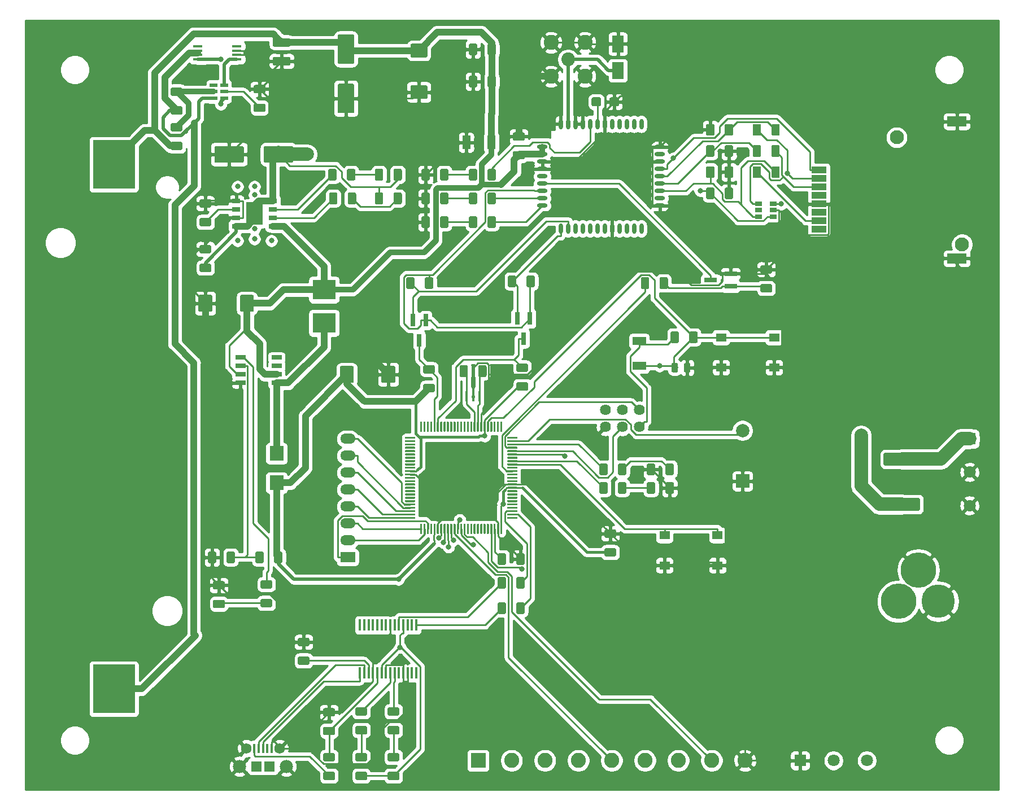
<source format=gtl>
G04 #@! TF.GenerationSoftware,KiCad,Pcbnew,(5.1.4)-1*
G04 #@! TF.CreationDate,2020-01-12T22:13:26+01:00*
G04 #@! TF.ProjectId,Project2.1,50726f6a-6563-4743-922e-312e6b696361,1.0*
G04 #@! TF.SameCoordinates,Original*
G04 #@! TF.FileFunction,Copper,L1,Top*
G04 #@! TF.FilePolarity,Positive*
%FSLAX46Y46*%
G04 Gerber Fmt 4.6, Leading zero omitted, Abs format (unit mm)*
G04 Created by KiCad (PCBNEW (5.1.4)-1) date 2020-01-12 22:13:26*
%MOMM*%
%LPD*%
G04 APERTURE LIST*
%ADD10C,0.100000*%
%ADD11R,6.350000X7.340000*%
%ADD12R,1.150000X0.600000*%
%ADD13C,1.250000*%
%ADD14C,2.075000*%
%ADD15R,2.000000X1.250000*%
%ADD16C,0.975000*%
%ADD17R,1.060000X0.650000*%
%ADD18R,1.250000X2.000000*%
%ADD19C,1.350000*%
%ADD20C,2.500000*%
%ADD21R,1.526000X0.650000*%
%ADD22R,1.800000X2.500000*%
%ADD23C,2.050000*%
%ADD24C,2.250000*%
%ADD25R,2.300000X1.000000*%
%ADD26C,2.100000*%
%ADD27R,2.950000X1.500000*%
%ADD28R,1.300000X0.700000*%
%ADD29R,3.500000X3.000000*%
%ADD30R,1.900000X0.800000*%
%ADD31R,0.800000X1.900000*%
%ADD32R,1.550000X1.300000*%
%ADD33O,0.600000X1.600000*%
%ADD34O,1.600000X0.600000*%
%ADD35C,5.300000*%
%ADD36C,5.000000*%
%ADD37R,2.000000X2.000000*%
%ADD38C,2.000000*%
%ADD39C,1.925000*%
%ADD40C,1.625600*%
%ADD41R,2.250000X2.250000*%
%ADD42C,1.800000*%
%ADD43R,1.800000X1.800000*%
%ADD44R,2.286000X1.524000*%
%ADD45O,2.286000X1.524000*%
%ADD46R,0.400000X1.350000*%
%ADD47C,1.582000*%
%ADD48C,1.980000*%
%ADD49R,1.500000X1.550000*%
%ADD50R,1.475000X0.450000*%
%ADD51C,0.300000*%
%ADD52R,0.450000X1.750000*%
%ADD53R,0.300000X1.600000*%
%ADD54R,2.150000X2.200000*%
%ADD55C,1.000000*%
%ADD56C,0.800000*%
%ADD57C,0.250000*%
%ADD58C,1.000000*%
%ADD59C,0.812800*%
%ADD60C,0.508000*%
%ADD61C,0.381000*%
%ADD62C,2.000000*%
%ADD63C,0.254000*%
G04 APERTURE END LIST*
D10*
G36*
X92271740Y-64594000D02*
G01*
X94672000Y-64594000D01*
X94672000Y-67994370D01*
X92271740Y-67994370D01*
X92271740Y-64594000D01*
G37*
D11*
X72390000Y-58928000D03*
X72390000Y-137588000D03*
D12*
X88938000Y-48956000D03*
X88938000Y-48006000D03*
X88938000Y-47056000D03*
X87338000Y-47056000D03*
X87338000Y-48006000D03*
X87338000Y-48956000D03*
D10*
G36*
X82437504Y-47382204D02*
G01*
X82461773Y-47385804D01*
X82485571Y-47391765D01*
X82508671Y-47400030D01*
X82530849Y-47410520D01*
X82551893Y-47423133D01*
X82571598Y-47437747D01*
X82589777Y-47454223D01*
X82606253Y-47472402D01*
X82620867Y-47492107D01*
X82633480Y-47513151D01*
X82643970Y-47535329D01*
X82652235Y-47558429D01*
X82658196Y-47582227D01*
X82661796Y-47606496D01*
X82663000Y-47631000D01*
X82663000Y-48381000D01*
X82661796Y-48405504D01*
X82658196Y-48429773D01*
X82652235Y-48453571D01*
X82643970Y-48476671D01*
X82633480Y-48498849D01*
X82620867Y-48519893D01*
X82606253Y-48539598D01*
X82589777Y-48557777D01*
X82571598Y-48574253D01*
X82551893Y-48588867D01*
X82530849Y-48601480D01*
X82508671Y-48611970D01*
X82485571Y-48620235D01*
X82461773Y-48626196D01*
X82437504Y-48629796D01*
X82413000Y-48631000D01*
X81163000Y-48631000D01*
X81138496Y-48629796D01*
X81114227Y-48626196D01*
X81090429Y-48620235D01*
X81067329Y-48611970D01*
X81045151Y-48601480D01*
X81024107Y-48588867D01*
X81004402Y-48574253D01*
X80986223Y-48557777D01*
X80969747Y-48539598D01*
X80955133Y-48519893D01*
X80942520Y-48498849D01*
X80932030Y-48476671D01*
X80923765Y-48453571D01*
X80917804Y-48429773D01*
X80914204Y-48405504D01*
X80913000Y-48381000D01*
X80913000Y-47631000D01*
X80914204Y-47606496D01*
X80917804Y-47582227D01*
X80923765Y-47558429D01*
X80932030Y-47535329D01*
X80942520Y-47513151D01*
X80955133Y-47492107D01*
X80969747Y-47472402D01*
X80986223Y-47454223D01*
X81004402Y-47437747D01*
X81024107Y-47423133D01*
X81045151Y-47410520D01*
X81067329Y-47400030D01*
X81090429Y-47391765D01*
X81114227Y-47385804D01*
X81138496Y-47382204D01*
X81163000Y-47381000D01*
X82413000Y-47381000D01*
X82437504Y-47382204D01*
X82437504Y-47382204D01*
G37*
D13*
X81788000Y-48006000D03*
D10*
G36*
X82437504Y-50182204D02*
G01*
X82461773Y-50185804D01*
X82485571Y-50191765D01*
X82508671Y-50200030D01*
X82530849Y-50210520D01*
X82551893Y-50223133D01*
X82571598Y-50237747D01*
X82589777Y-50254223D01*
X82606253Y-50272402D01*
X82620867Y-50292107D01*
X82633480Y-50313151D01*
X82643970Y-50335329D01*
X82652235Y-50358429D01*
X82658196Y-50382227D01*
X82661796Y-50406496D01*
X82663000Y-50431000D01*
X82663000Y-51181000D01*
X82661796Y-51205504D01*
X82658196Y-51229773D01*
X82652235Y-51253571D01*
X82643970Y-51276671D01*
X82633480Y-51298849D01*
X82620867Y-51319893D01*
X82606253Y-51339598D01*
X82589777Y-51357777D01*
X82571598Y-51374253D01*
X82551893Y-51388867D01*
X82530849Y-51401480D01*
X82508671Y-51411970D01*
X82485571Y-51420235D01*
X82461773Y-51426196D01*
X82437504Y-51429796D01*
X82413000Y-51431000D01*
X81163000Y-51431000D01*
X81138496Y-51429796D01*
X81114227Y-51426196D01*
X81090429Y-51420235D01*
X81067329Y-51411970D01*
X81045151Y-51401480D01*
X81024107Y-51388867D01*
X81004402Y-51374253D01*
X80986223Y-51357777D01*
X80969747Y-51339598D01*
X80955133Y-51319893D01*
X80942520Y-51298849D01*
X80932030Y-51276671D01*
X80923765Y-51253571D01*
X80917804Y-51229773D01*
X80914204Y-51205504D01*
X80913000Y-51181000D01*
X80913000Y-50431000D01*
X80914204Y-50406496D01*
X80917804Y-50382227D01*
X80923765Y-50358429D01*
X80932030Y-50335329D01*
X80942520Y-50313151D01*
X80955133Y-50292107D01*
X80969747Y-50272402D01*
X80986223Y-50254223D01*
X81004402Y-50237747D01*
X81024107Y-50223133D01*
X81045151Y-50210520D01*
X81067329Y-50200030D01*
X81090429Y-50191765D01*
X81114227Y-50185804D01*
X81138496Y-50182204D01*
X81163000Y-50181000D01*
X82413000Y-50181000D01*
X82437504Y-50182204D01*
X82437504Y-50182204D01*
G37*
D13*
X81788000Y-50806000D03*
D10*
G36*
X93142504Y-78482204D02*
G01*
X93166773Y-78485804D01*
X93190571Y-78491765D01*
X93213671Y-78500030D01*
X93235849Y-78510520D01*
X93256893Y-78523133D01*
X93276598Y-78537747D01*
X93294777Y-78554223D01*
X93311253Y-78572402D01*
X93325867Y-78592107D01*
X93338480Y-78613151D01*
X93348970Y-78635329D01*
X93357235Y-78658429D01*
X93363196Y-78682227D01*
X93366796Y-78706496D01*
X93368000Y-78731000D01*
X93368000Y-80781000D01*
X93366796Y-80805504D01*
X93363196Y-80829773D01*
X93357235Y-80853571D01*
X93348970Y-80876671D01*
X93338480Y-80898849D01*
X93325867Y-80919893D01*
X93311253Y-80939598D01*
X93294777Y-80957777D01*
X93276598Y-80974253D01*
X93256893Y-80988867D01*
X93235849Y-81001480D01*
X93213671Y-81011970D01*
X93190571Y-81020235D01*
X93166773Y-81026196D01*
X93142504Y-81029796D01*
X93118000Y-81031000D01*
X91543000Y-81031000D01*
X91518496Y-81029796D01*
X91494227Y-81026196D01*
X91470429Y-81020235D01*
X91447329Y-81011970D01*
X91425151Y-81001480D01*
X91404107Y-80988867D01*
X91384402Y-80974253D01*
X91366223Y-80957777D01*
X91349747Y-80939598D01*
X91335133Y-80919893D01*
X91322520Y-80898849D01*
X91312030Y-80876671D01*
X91303765Y-80853571D01*
X91297804Y-80829773D01*
X91294204Y-80805504D01*
X91293000Y-80781000D01*
X91293000Y-78731000D01*
X91294204Y-78706496D01*
X91297804Y-78682227D01*
X91303765Y-78658429D01*
X91312030Y-78635329D01*
X91322520Y-78613151D01*
X91335133Y-78592107D01*
X91349747Y-78572402D01*
X91366223Y-78554223D01*
X91384402Y-78537747D01*
X91404107Y-78523133D01*
X91425151Y-78510520D01*
X91447329Y-78500030D01*
X91470429Y-78491765D01*
X91494227Y-78485804D01*
X91518496Y-78482204D01*
X91543000Y-78481000D01*
X93118000Y-78481000D01*
X93142504Y-78482204D01*
X93142504Y-78482204D01*
G37*
D14*
X92330500Y-79756000D03*
D10*
G36*
X86917504Y-78482204D02*
G01*
X86941773Y-78485804D01*
X86965571Y-78491765D01*
X86988671Y-78500030D01*
X87010849Y-78510520D01*
X87031893Y-78523133D01*
X87051598Y-78537747D01*
X87069777Y-78554223D01*
X87086253Y-78572402D01*
X87100867Y-78592107D01*
X87113480Y-78613151D01*
X87123970Y-78635329D01*
X87132235Y-78658429D01*
X87138196Y-78682227D01*
X87141796Y-78706496D01*
X87143000Y-78731000D01*
X87143000Y-80781000D01*
X87141796Y-80805504D01*
X87138196Y-80829773D01*
X87132235Y-80853571D01*
X87123970Y-80876671D01*
X87113480Y-80898849D01*
X87100867Y-80919893D01*
X87086253Y-80939598D01*
X87069777Y-80957777D01*
X87051598Y-80974253D01*
X87031893Y-80988867D01*
X87010849Y-81001480D01*
X86988671Y-81011970D01*
X86965571Y-81020235D01*
X86941773Y-81026196D01*
X86917504Y-81029796D01*
X86893000Y-81031000D01*
X85318000Y-81031000D01*
X85293496Y-81029796D01*
X85269227Y-81026196D01*
X85245429Y-81020235D01*
X85222329Y-81011970D01*
X85200151Y-81001480D01*
X85179107Y-80988867D01*
X85159402Y-80974253D01*
X85141223Y-80957777D01*
X85124747Y-80939598D01*
X85110133Y-80919893D01*
X85097520Y-80898849D01*
X85087030Y-80876671D01*
X85078765Y-80853571D01*
X85072804Y-80829773D01*
X85069204Y-80805504D01*
X85068000Y-80781000D01*
X85068000Y-78731000D01*
X85069204Y-78706496D01*
X85072804Y-78682227D01*
X85078765Y-78658429D01*
X85087030Y-78635329D01*
X85097520Y-78613151D01*
X85110133Y-78592107D01*
X85124747Y-78572402D01*
X85141223Y-78554223D01*
X85159402Y-78537747D01*
X85179107Y-78523133D01*
X85200151Y-78510520D01*
X85222329Y-78500030D01*
X85245429Y-78491765D01*
X85269227Y-78485804D01*
X85293496Y-78482204D01*
X85318000Y-78481000D01*
X86893000Y-78481000D01*
X86917504Y-78482204D01*
X86917504Y-78482204D01*
G37*
D14*
X86105500Y-79756000D03*
D15*
X151130000Y-85404000D03*
X151130000Y-89154000D03*
D10*
G36*
X115337504Y-63134204D02*
G01*
X115361773Y-63137804D01*
X115385571Y-63143765D01*
X115408671Y-63152030D01*
X115430849Y-63162520D01*
X115451893Y-63175133D01*
X115471598Y-63189747D01*
X115489777Y-63206223D01*
X115506253Y-63224402D01*
X115520867Y-63244107D01*
X115533480Y-63265151D01*
X115543970Y-63287329D01*
X115552235Y-63310429D01*
X115558196Y-63334227D01*
X115561796Y-63358496D01*
X115563000Y-63383000D01*
X115563000Y-64633000D01*
X115561796Y-64657504D01*
X115558196Y-64681773D01*
X115552235Y-64705571D01*
X115543970Y-64728671D01*
X115533480Y-64750849D01*
X115520867Y-64771893D01*
X115506253Y-64791598D01*
X115489777Y-64809777D01*
X115471598Y-64826253D01*
X115451893Y-64840867D01*
X115430849Y-64853480D01*
X115408671Y-64863970D01*
X115385571Y-64872235D01*
X115361773Y-64878196D01*
X115337504Y-64881796D01*
X115313000Y-64883000D01*
X114563000Y-64883000D01*
X114538496Y-64881796D01*
X114514227Y-64878196D01*
X114490429Y-64872235D01*
X114467329Y-64863970D01*
X114445151Y-64853480D01*
X114424107Y-64840867D01*
X114404402Y-64826253D01*
X114386223Y-64809777D01*
X114369747Y-64791598D01*
X114355133Y-64771893D01*
X114342520Y-64750849D01*
X114332030Y-64728671D01*
X114323765Y-64705571D01*
X114317804Y-64681773D01*
X114314204Y-64657504D01*
X114313000Y-64633000D01*
X114313000Y-63383000D01*
X114314204Y-63358496D01*
X114317804Y-63334227D01*
X114323765Y-63310429D01*
X114332030Y-63287329D01*
X114342520Y-63265151D01*
X114355133Y-63244107D01*
X114369747Y-63224402D01*
X114386223Y-63206223D01*
X114404402Y-63189747D01*
X114424107Y-63175133D01*
X114445151Y-63162520D01*
X114467329Y-63152030D01*
X114490429Y-63143765D01*
X114514227Y-63137804D01*
X114538496Y-63134204D01*
X114563000Y-63133000D01*
X115313000Y-63133000D01*
X115337504Y-63134204D01*
X115337504Y-63134204D01*
G37*
D13*
X114938000Y-64008000D03*
D10*
G36*
X112537504Y-63134204D02*
G01*
X112561773Y-63137804D01*
X112585571Y-63143765D01*
X112608671Y-63152030D01*
X112630849Y-63162520D01*
X112651893Y-63175133D01*
X112671598Y-63189747D01*
X112689777Y-63206223D01*
X112706253Y-63224402D01*
X112720867Y-63244107D01*
X112733480Y-63265151D01*
X112743970Y-63287329D01*
X112752235Y-63310429D01*
X112758196Y-63334227D01*
X112761796Y-63358496D01*
X112763000Y-63383000D01*
X112763000Y-64633000D01*
X112761796Y-64657504D01*
X112758196Y-64681773D01*
X112752235Y-64705571D01*
X112743970Y-64728671D01*
X112733480Y-64750849D01*
X112720867Y-64771893D01*
X112706253Y-64791598D01*
X112689777Y-64809777D01*
X112671598Y-64826253D01*
X112651893Y-64840867D01*
X112630849Y-64853480D01*
X112608671Y-64863970D01*
X112585571Y-64872235D01*
X112561773Y-64878196D01*
X112537504Y-64881796D01*
X112513000Y-64883000D01*
X111763000Y-64883000D01*
X111738496Y-64881796D01*
X111714227Y-64878196D01*
X111690429Y-64872235D01*
X111667329Y-64863970D01*
X111645151Y-64853480D01*
X111624107Y-64840867D01*
X111604402Y-64826253D01*
X111586223Y-64809777D01*
X111569747Y-64791598D01*
X111555133Y-64771893D01*
X111542520Y-64750849D01*
X111532030Y-64728671D01*
X111523765Y-64705571D01*
X111517804Y-64681773D01*
X111514204Y-64657504D01*
X111513000Y-64633000D01*
X111513000Y-63383000D01*
X111514204Y-63358496D01*
X111517804Y-63334227D01*
X111523765Y-63310429D01*
X111532030Y-63287329D01*
X111542520Y-63265151D01*
X111555133Y-63244107D01*
X111569747Y-63224402D01*
X111586223Y-63206223D01*
X111604402Y-63189747D01*
X111624107Y-63175133D01*
X111645151Y-63162520D01*
X111667329Y-63152030D01*
X111690429Y-63143765D01*
X111714227Y-63137804D01*
X111738496Y-63134204D01*
X111763000Y-63133000D01*
X112513000Y-63133000D01*
X112537504Y-63134204D01*
X112537504Y-63134204D01*
G37*
D13*
X112138000Y-64008000D03*
D10*
G36*
X156732142Y-88709174D02*
G01*
X156755803Y-88712684D01*
X156779007Y-88718496D01*
X156801529Y-88726554D01*
X156823153Y-88736782D01*
X156843670Y-88749079D01*
X156862883Y-88763329D01*
X156880607Y-88779393D01*
X156896671Y-88797117D01*
X156910921Y-88816330D01*
X156923218Y-88836847D01*
X156933446Y-88858471D01*
X156941504Y-88880993D01*
X156947316Y-88904197D01*
X156950826Y-88927858D01*
X156952000Y-88951750D01*
X156952000Y-89864250D01*
X156950826Y-89888142D01*
X156947316Y-89911803D01*
X156941504Y-89935007D01*
X156933446Y-89957529D01*
X156923218Y-89979153D01*
X156910921Y-89999670D01*
X156896671Y-90018883D01*
X156880607Y-90036607D01*
X156862883Y-90052671D01*
X156843670Y-90066921D01*
X156823153Y-90079218D01*
X156801529Y-90089446D01*
X156779007Y-90097504D01*
X156755803Y-90103316D01*
X156732142Y-90106826D01*
X156708250Y-90108000D01*
X156220750Y-90108000D01*
X156196858Y-90106826D01*
X156173197Y-90103316D01*
X156149993Y-90097504D01*
X156127471Y-90089446D01*
X156105847Y-90079218D01*
X156085330Y-90066921D01*
X156066117Y-90052671D01*
X156048393Y-90036607D01*
X156032329Y-90018883D01*
X156018079Y-89999670D01*
X156005782Y-89979153D01*
X155995554Y-89957529D01*
X155987496Y-89935007D01*
X155981684Y-89911803D01*
X155978174Y-89888142D01*
X155977000Y-89864250D01*
X155977000Y-88951750D01*
X155978174Y-88927858D01*
X155981684Y-88904197D01*
X155987496Y-88880993D01*
X155995554Y-88858471D01*
X156005782Y-88836847D01*
X156018079Y-88816330D01*
X156032329Y-88797117D01*
X156048393Y-88779393D01*
X156066117Y-88763329D01*
X156085330Y-88749079D01*
X156105847Y-88736782D01*
X156127471Y-88726554D01*
X156149993Y-88718496D01*
X156173197Y-88712684D01*
X156196858Y-88709174D01*
X156220750Y-88708000D01*
X156708250Y-88708000D01*
X156732142Y-88709174D01*
X156732142Y-88709174D01*
G37*
D16*
X156464500Y-89408000D03*
D10*
G36*
X158607142Y-88709174D02*
G01*
X158630803Y-88712684D01*
X158654007Y-88718496D01*
X158676529Y-88726554D01*
X158698153Y-88736782D01*
X158718670Y-88749079D01*
X158737883Y-88763329D01*
X158755607Y-88779393D01*
X158771671Y-88797117D01*
X158785921Y-88816330D01*
X158798218Y-88836847D01*
X158808446Y-88858471D01*
X158816504Y-88880993D01*
X158822316Y-88904197D01*
X158825826Y-88927858D01*
X158827000Y-88951750D01*
X158827000Y-89864250D01*
X158825826Y-89888142D01*
X158822316Y-89911803D01*
X158816504Y-89935007D01*
X158808446Y-89957529D01*
X158798218Y-89979153D01*
X158785921Y-89999670D01*
X158771671Y-90018883D01*
X158755607Y-90036607D01*
X158737883Y-90052671D01*
X158718670Y-90066921D01*
X158698153Y-90079218D01*
X158676529Y-90089446D01*
X158654007Y-90097504D01*
X158630803Y-90103316D01*
X158607142Y-90106826D01*
X158583250Y-90108000D01*
X158095750Y-90108000D01*
X158071858Y-90106826D01*
X158048197Y-90103316D01*
X158024993Y-90097504D01*
X158002471Y-90089446D01*
X157980847Y-90079218D01*
X157960330Y-90066921D01*
X157941117Y-90052671D01*
X157923393Y-90036607D01*
X157907329Y-90018883D01*
X157893079Y-89999670D01*
X157880782Y-89979153D01*
X157870554Y-89957529D01*
X157862496Y-89935007D01*
X157856684Y-89911803D01*
X157853174Y-89888142D01*
X157852000Y-89864250D01*
X157852000Y-88951750D01*
X157853174Y-88927858D01*
X157856684Y-88904197D01*
X157862496Y-88880993D01*
X157870554Y-88858471D01*
X157880782Y-88836847D01*
X157893079Y-88816330D01*
X157907329Y-88797117D01*
X157923393Y-88779393D01*
X157941117Y-88763329D01*
X157960330Y-88749079D01*
X157980847Y-88736782D01*
X158002471Y-88726554D01*
X158024993Y-88718496D01*
X158048197Y-88712684D01*
X158071858Y-88709174D01*
X158095750Y-88708000D01*
X158583250Y-88708000D01*
X158607142Y-88709174D01*
X158607142Y-88709174D01*
G37*
D16*
X158339500Y-89408000D03*
D10*
G36*
X114350004Y-89150204D02*
G01*
X114374273Y-89153804D01*
X114398071Y-89159765D01*
X114421171Y-89168030D01*
X114443349Y-89178520D01*
X114464393Y-89191133D01*
X114484098Y-89205747D01*
X114502277Y-89222223D01*
X114518753Y-89240402D01*
X114533367Y-89260107D01*
X114545980Y-89281151D01*
X114556470Y-89303329D01*
X114564735Y-89326429D01*
X114570696Y-89350227D01*
X114574296Y-89374496D01*
X114575500Y-89399000D01*
X114575500Y-91449000D01*
X114574296Y-91473504D01*
X114570696Y-91497773D01*
X114564735Y-91521571D01*
X114556470Y-91544671D01*
X114545980Y-91566849D01*
X114533367Y-91587893D01*
X114518753Y-91607598D01*
X114502277Y-91625777D01*
X114484098Y-91642253D01*
X114464393Y-91656867D01*
X114443349Y-91669480D01*
X114421171Y-91679970D01*
X114398071Y-91688235D01*
X114374273Y-91694196D01*
X114350004Y-91697796D01*
X114325500Y-91699000D01*
X112750500Y-91699000D01*
X112725996Y-91697796D01*
X112701727Y-91694196D01*
X112677929Y-91688235D01*
X112654829Y-91679970D01*
X112632651Y-91669480D01*
X112611607Y-91656867D01*
X112591902Y-91642253D01*
X112573723Y-91625777D01*
X112557247Y-91607598D01*
X112542633Y-91587893D01*
X112530020Y-91566849D01*
X112519530Y-91544671D01*
X112511265Y-91521571D01*
X112505304Y-91497773D01*
X112501704Y-91473504D01*
X112500500Y-91449000D01*
X112500500Y-89399000D01*
X112501704Y-89374496D01*
X112505304Y-89350227D01*
X112511265Y-89326429D01*
X112519530Y-89303329D01*
X112530020Y-89281151D01*
X112542633Y-89260107D01*
X112557247Y-89240402D01*
X112573723Y-89222223D01*
X112591902Y-89205747D01*
X112611607Y-89191133D01*
X112632651Y-89178520D01*
X112654829Y-89168030D01*
X112677929Y-89159765D01*
X112701727Y-89153804D01*
X112725996Y-89150204D01*
X112750500Y-89149000D01*
X114325500Y-89149000D01*
X114350004Y-89150204D01*
X114350004Y-89150204D01*
G37*
D14*
X113538000Y-90424000D03*
D10*
G36*
X108125004Y-89150204D02*
G01*
X108149273Y-89153804D01*
X108173071Y-89159765D01*
X108196171Y-89168030D01*
X108218349Y-89178520D01*
X108239393Y-89191133D01*
X108259098Y-89205747D01*
X108277277Y-89222223D01*
X108293753Y-89240402D01*
X108308367Y-89260107D01*
X108320980Y-89281151D01*
X108331470Y-89303329D01*
X108339735Y-89326429D01*
X108345696Y-89350227D01*
X108349296Y-89374496D01*
X108350500Y-89399000D01*
X108350500Y-91449000D01*
X108349296Y-91473504D01*
X108345696Y-91497773D01*
X108339735Y-91521571D01*
X108331470Y-91544671D01*
X108320980Y-91566849D01*
X108308367Y-91587893D01*
X108293753Y-91607598D01*
X108277277Y-91625777D01*
X108259098Y-91642253D01*
X108239393Y-91656867D01*
X108218349Y-91669480D01*
X108196171Y-91679970D01*
X108173071Y-91688235D01*
X108149273Y-91694196D01*
X108125004Y-91697796D01*
X108100500Y-91699000D01*
X106525500Y-91699000D01*
X106500996Y-91697796D01*
X106476727Y-91694196D01*
X106452929Y-91688235D01*
X106429829Y-91679970D01*
X106407651Y-91669480D01*
X106386607Y-91656867D01*
X106366902Y-91642253D01*
X106348723Y-91625777D01*
X106332247Y-91607598D01*
X106317633Y-91587893D01*
X106305020Y-91566849D01*
X106294530Y-91544671D01*
X106286265Y-91521571D01*
X106280304Y-91497773D01*
X106276704Y-91473504D01*
X106275500Y-91449000D01*
X106275500Y-89399000D01*
X106276704Y-89374496D01*
X106280304Y-89350227D01*
X106286265Y-89326429D01*
X106294530Y-89303329D01*
X106305020Y-89281151D01*
X106317633Y-89260107D01*
X106332247Y-89240402D01*
X106348723Y-89222223D01*
X106366902Y-89205747D01*
X106386607Y-89191133D01*
X106407651Y-89178520D01*
X106429829Y-89168030D01*
X106452929Y-89159765D01*
X106476727Y-89153804D01*
X106500996Y-89150204D01*
X106525500Y-89149000D01*
X108100500Y-89149000D01*
X108125004Y-89150204D01*
X108125004Y-89150204D01*
G37*
D14*
X107313000Y-90424000D03*
D17*
X171237000Y-66736000D03*
X171237000Y-65786000D03*
X171237000Y-64836000D03*
X169037000Y-64836000D03*
X169037000Y-66736000D03*
X169037000Y-65786000D03*
D18*
X125222000Y-55626000D03*
X128972000Y-55626000D03*
D10*
G36*
X86755504Y-71004204D02*
G01*
X86779773Y-71007804D01*
X86803571Y-71013765D01*
X86826671Y-71022030D01*
X86848849Y-71032520D01*
X86869893Y-71045133D01*
X86889598Y-71059747D01*
X86907777Y-71076223D01*
X86924253Y-71094402D01*
X86938867Y-71114107D01*
X86951480Y-71135151D01*
X86961970Y-71157329D01*
X86970235Y-71180429D01*
X86976196Y-71204227D01*
X86979796Y-71228496D01*
X86981000Y-71253000D01*
X86981000Y-72003000D01*
X86979796Y-72027504D01*
X86976196Y-72051773D01*
X86970235Y-72075571D01*
X86961970Y-72098671D01*
X86951480Y-72120849D01*
X86938867Y-72141893D01*
X86924253Y-72161598D01*
X86907777Y-72179777D01*
X86889598Y-72196253D01*
X86869893Y-72210867D01*
X86848849Y-72223480D01*
X86826671Y-72233970D01*
X86803571Y-72242235D01*
X86779773Y-72248196D01*
X86755504Y-72251796D01*
X86731000Y-72253000D01*
X85481000Y-72253000D01*
X85456496Y-72251796D01*
X85432227Y-72248196D01*
X85408429Y-72242235D01*
X85385329Y-72233970D01*
X85363151Y-72223480D01*
X85342107Y-72210867D01*
X85322402Y-72196253D01*
X85304223Y-72179777D01*
X85287747Y-72161598D01*
X85273133Y-72141893D01*
X85260520Y-72120849D01*
X85250030Y-72098671D01*
X85241765Y-72075571D01*
X85235804Y-72051773D01*
X85232204Y-72027504D01*
X85231000Y-72003000D01*
X85231000Y-71253000D01*
X85232204Y-71228496D01*
X85235804Y-71204227D01*
X85241765Y-71180429D01*
X85250030Y-71157329D01*
X85260520Y-71135151D01*
X85273133Y-71114107D01*
X85287747Y-71094402D01*
X85304223Y-71076223D01*
X85322402Y-71059747D01*
X85342107Y-71045133D01*
X85363151Y-71032520D01*
X85385329Y-71022030D01*
X85408429Y-71013765D01*
X85432227Y-71007804D01*
X85456496Y-71004204D01*
X85481000Y-71003000D01*
X86731000Y-71003000D01*
X86755504Y-71004204D01*
X86755504Y-71004204D01*
G37*
D13*
X86106000Y-71628000D03*
D10*
G36*
X86755504Y-73804204D02*
G01*
X86779773Y-73807804D01*
X86803571Y-73813765D01*
X86826671Y-73822030D01*
X86848849Y-73832520D01*
X86869893Y-73845133D01*
X86889598Y-73859747D01*
X86907777Y-73876223D01*
X86924253Y-73894402D01*
X86938867Y-73914107D01*
X86951480Y-73935151D01*
X86961970Y-73957329D01*
X86970235Y-73980429D01*
X86976196Y-74004227D01*
X86979796Y-74028496D01*
X86981000Y-74053000D01*
X86981000Y-74803000D01*
X86979796Y-74827504D01*
X86976196Y-74851773D01*
X86970235Y-74875571D01*
X86961970Y-74898671D01*
X86951480Y-74920849D01*
X86938867Y-74941893D01*
X86924253Y-74961598D01*
X86907777Y-74979777D01*
X86889598Y-74996253D01*
X86869893Y-75010867D01*
X86848849Y-75023480D01*
X86826671Y-75033970D01*
X86803571Y-75042235D01*
X86779773Y-75048196D01*
X86755504Y-75051796D01*
X86731000Y-75053000D01*
X85481000Y-75053000D01*
X85456496Y-75051796D01*
X85432227Y-75048196D01*
X85408429Y-75042235D01*
X85385329Y-75033970D01*
X85363151Y-75023480D01*
X85342107Y-75010867D01*
X85322402Y-74996253D01*
X85304223Y-74979777D01*
X85287747Y-74961598D01*
X85273133Y-74941893D01*
X85260520Y-74920849D01*
X85250030Y-74898671D01*
X85241765Y-74875571D01*
X85235804Y-74851773D01*
X85232204Y-74827504D01*
X85231000Y-74803000D01*
X85231000Y-74053000D01*
X85232204Y-74028496D01*
X85235804Y-74004227D01*
X85241765Y-73980429D01*
X85250030Y-73957329D01*
X85260520Y-73935151D01*
X85273133Y-73914107D01*
X85287747Y-73894402D01*
X85304223Y-73876223D01*
X85322402Y-73859747D01*
X85342107Y-73845133D01*
X85363151Y-73832520D01*
X85385329Y-73822030D01*
X85408429Y-73813765D01*
X85432227Y-73807804D01*
X85456496Y-73804204D01*
X85481000Y-73803000D01*
X86731000Y-73803000D01*
X86755504Y-73804204D01*
X86755504Y-73804204D01*
G37*
D13*
X86106000Y-74428000D03*
D10*
G36*
X119159504Y-40809204D02*
G01*
X119183773Y-40812804D01*
X119207571Y-40818765D01*
X119230671Y-40827030D01*
X119252849Y-40837520D01*
X119273893Y-40850133D01*
X119293598Y-40864747D01*
X119311777Y-40881223D01*
X119328253Y-40899402D01*
X119342867Y-40919107D01*
X119355480Y-40940151D01*
X119365970Y-40962329D01*
X119374235Y-40985429D01*
X119380196Y-41009227D01*
X119383796Y-41033496D01*
X119385000Y-41058000D01*
X119385000Y-42633000D01*
X119383796Y-42657504D01*
X119380196Y-42681773D01*
X119374235Y-42705571D01*
X119365970Y-42728671D01*
X119355480Y-42750849D01*
X119342867Y-42771893D01*
X119328253Y-42791598D01*
X119311777Y-42809777D01*
X119293598Y-42826253D01*
X119273893Y-42840867D01*
X119252849Y-42853480D01*
X119230671Y-42863970D01*
X119207571Y-42872235D01*
X119183773Y-42878196D01*
X119159504Y-42881796D01*
X119135000Y-42883000D01*
X117085000Y-42883000D01*
X117060496Y-42881796D01*
X117036227Y-42878196D01*
X117012429Y-42872235D01*
X116989329Y-42863970D01*
X116967151Y-42853480D01*
X116946107Y-42840867D01*
X116926402Y-42826253D01*
X116908223Y-42809777D01*
X116891747Y-42791598D01*
X116877133Y-42771893D01*
X116864520Y-42750849D01*
X116854030Y-42728671D01*
X116845765Y-42705571D01*
X116839804Y-42681773D01*
X116836204Y-42657504D01*
X116835000Y-42633000D01*
X116835000Y-41058000D01*
X116836204Y-41033496D01*
X116839804Y-41009227D01*
X116845765Y-40985429D01*
X116854030Y-40962329D01*
X116864520Y-40940151D01*
X116877133Y-40919107D01*
X116891747Y-40899402D01*
X116908223Y-40881223D01*
X116926402Y-40864747D01*
X116946107Y-40850133D01*
X116967151Y-40837520D01*
X116989329Y-40827030D01*
X117012429Y-40818765D01*
X117036227Y-40812804D01*
X117060496Y-40809204D01*
X117085000Y-40808000D01*
X119135000Y-40808000D01*
X119159504Y-40809204D01*
X119159504Y-40809204D01*
G37*
D14*
X118110000Y-41845500D03*
D10*
G36*
X119159504Y-47034204D02*
G01*
X119183773Y-47037804D01*
X119207571Y-47043765D01*
X119230671Y-47052030D01*
X119252849Y-47062520D01*
X119273893Y-47075133D01*
X119293598Y-47089747D01*
X119311777Y-47106223D01*
X119328253Y-47124402D01*
X119342867Y-47144107D01*
X119355480Y-47165151D01*
X119365970Y-47187329D01*
X119374235Y-47210429D01*
X119380196Y-47234227D01*
X119383796Y-47258496D01*
X119385000Y-47283000D01*
X119385000Y-48858000D01*
X119383796Y-48882504D01*
X119380196Y-48906773D01*
X119374235Y-48930571D01*
X119365970Y-48953671D01*
X119355480Y-48975849D01*
X119342867Y-48996893D01*
X119328253Y-49016598D01*
X119311777Y-49034777D01*
X119293598Y-49051253D01*
X119273893Y-49065867D01*
X119252849Y-49078480D01*
X119230671Y-49088970D01*
X119207571Y-49097235D01*
X119183773Y-49103196D01*
X119159504Y-49106796D01*
X119135000Y-49108000D01*
X117085000Y-49108000D01*
X117060496Y-49106796D01*
X117036227Y-49103196D01*
X117012429Y-49097235D01*
X116989329Y-49088970D01*
X116967151Y-49078480D01*
X116946107Y-49065867D01*
X116926402Y-49051253D01*
X116908223Y-49034777D01*
X116891747Y-49016598D01*
X116877133Y-48996893D01*
X116864520Y-48975849D01*
X116854030Y-48953671D01*
X116845765Y-48930571D01*
X116839804Y-48906773D01*
X116836204Y-48882504D01*
X116835000Y-48858000D01*
X116835000Y-47283000D01*
X116836204Y-47258496D01*
X116839804Y-47234227D01*
X116845765Y-47210429D01*
X116854030Y-47187329D01*
X116864520Y-47165151D01*
X116877133Y-47144107D01*
X116891747Y-47124402D01*
X116908223Y-47106223D01*
X116926402Y-47089747D01*
X116946107Y-47075133D01*
X116967151Y-47062520D01*
X116989329Y-47052030D01*
X117012429Y-47043765D01*
X117036227Y-47037804D01*
X117060496Y-47034204D01*
X117085000Y-47033000D01*
X119135000Y-47033000D01*
X119159504Y-47034204D01*
X119159504Y-47034204D01*
G37*
D14*
X118110000Y-48070500D03*
D10*
G36*
X145174505Y-48856204D02*
G01*
X145198773Y-48859804D01*
X145222572Y-48865765D01*
X145245671Y-48874030D01*
X145267850Y-48884520D01*
X145288893Y-48897132D01*
X145308599Y-48911747D01*
X145326777Y-48928223D01*
X145343253Y-48946401D01*
X145357868Y-48966107D01*
X145370480Y-48987150D01*
X145380970Y-49009329D01*
X145389235Y-49032428D01*
X145395196Y-49056227D01*
X145398796Y-49080495D01*
X145400000Y-49104999D01*
X145400000Y-49955001D01*
X145398796Y-49979505D01*
X145395196Y-50003773D01*
X145389235Y-50027572D01*
X145380970Y-50050671D01*
X145370480Y-50072850D01*
X145357868Y-50093893D01*
X145343253Y-50113599D01*
X145326777Y-50131777D01*
X145308599Y-50148253D01*
X145288893Y-50162868D01*
X145267850Y-50175480D01*
X145245671Y-50185970D01*
X145222572Y-50194235D01*
X145198773Y-50200196D01*
X145174505Y-50203796D01*
X145150001Y-50205000D01*
X144249999Y-50205000D01*
X144225495Y-50203796D01*
X144201227Y-50200196D01*
X144177428Y-50194235D01*
X144154329Y-50185970D01*
X144132150Y-50175480D01*
X144111107Y-50162868D01*
X144091401Y-50148253D01*
X144073223Y-50131777D01*
X144056747Y-50113599D01*
X144042132Y-50093893D01*
X144029520Y-50072850D01*
X144019030Y-50050671D01*
X144010765Y-50027572D01*
X144004804Y-50003773D01*
X144001204Y-49979505D01*
X144000000Y-49955001D01*
X144000000Y-49104999D01*
X144001204Y-49080495D01*
X144004804Y-49056227D01*
X144010765Y-49032428D01*
X144019030Y-49009329D01*
X144029520Y-48987150D01*
X144042132Y-48966107D01*
X144056747Y-48946401D01*
X144073223Y-48928223D01*
X144091401Y-48911747D01*
X144111107Y-48897132D01*
X144132150Y-48884520D01*
X144154329Y-48874030D01*
X144177428Y-48865765D01*
X144201227Y-48859804D01*
X144225495Y-48856204D01*
X144249999Y-48855000D01*
X145150001Y-48855000D01*
X145174505Y-48856204D01*
X145174505Y-48856204D01*
G37*
D19*
X144700000Y-49530000D03*
D10*
G36*
X147874505Y-48856204D02*
G01*
X147898773Y-48859804D01*
X147922572Y-48865765D01*
X147945671Y-48874030D01*
X147967850Y-48884520D01*
X147988893Y-48897132D01*
X148008599Y-48911747D01*
X148026777Y-48928223D01*
X148043253Y-48946401D01*
X148057868Y-48966107D01*
X148070480Y-48987150D01*
X148080970Y-49009329D01*
X148089235Y-49032428D01*
X148095196Y-49056227D01*
X148098796Y-49080495D01*
X148100000Y-49104999D01*
X148100000Y-49955001D01*
X148098796Y-49979505D01*
X148095196Y-50003773D01*
X148089235Y-50027572D01*
X148080970Y-50050671D01*
X148070480Y-50072850D01*
X148057868Y-50093893D01*
X148043253Y-50113599D01*
X148026777Y-50131777D01*
X148008599Y-50148253D01*
X147988893Y-50162868D01*
X147967850Y-50175480D01*
X147945671Y-50185970D01*
X147922572Y-50194235D01*
X147898773Y-50200196D01*
X147874505Y-50203796D01*
X147850001Y-50205000D01*
X146949999Y-50205000D01*
X146925495Y-50203796D01*
X146901227Y-50200196D01*
X146877428Y-50194235D01*
X146854329Y-50185970D01*
X146832150Y-50175480D01*
X146811107Y-50162868D01*
X146791401Y-50148253D01*
X146773223Y-50131777D01*
X146756747Y-50113599D01*
X146742132Y-50093893D01*
X146729520Y-50072850D01*
X146719030Y-50050671D01*
X146710765Y-50027572D01*
X146704804Y-50003773D01*
X146701204Y-49979505D01*
X146700000Y-49955001D01*
X146700000Y-49104999D01*
X146701204Y-49080495D01*
X146704804Y-49056227D01*
X146710765Y-49032428D01*
X146719030Y-49009329D01*
X146729520Y-48987150D01*
X146742132Y-48966107D01*
X146756747Y-48946401D01*
X146773223Y-48928223D01*
X146791401Y-48911747D01*
X146811107Y-48897132D01*
X146832150Y-48884520D01*
X146854329Y-48874030D01*
X146877428Y-48865765D01*
X146901227Y-48859804D01*
X146925495Y-48856204D01*
X146949999Y-48855000D01*
X147850001Y-48855000D01*
X147874505Y-48856204D01*
X147874505Y-48856204D01*
G37*
D19*
X147400000Y-49530000D03*
D10*
G36*
X164991504Y-59197204D02*
G01*
X165015773Y-59200804D01*
X165039571Y-59206765D01*
X165062671Y-59215030D01*
X165084849Y-59225520D01*
X165105893Y-59238133D01*
X165125598Y-59252747D01*
X165143777Y-59269223D01*
X165160253Y-59287402D01*
X165174867Y-59307107D01*
X165187480Y-59328151D01*
X165197970Y-59350329D01*
X165206235Y-59373429D01*
X165212196Y-59397227D01*
X165215796Y-59421496D01*
X165217000Y-59446000D01*
X165217000Y-60696000D01*
X165215796Y-60720504D01*
X165212196Y-60744773D01*
X165206235Y-60768571D01*
X165197970Y-60791671D01*
X165187480Y-60813849D01*
X165174867Y-60834893D01*
X165160253Y-60854598D01*
X165143777Y-60872777D01*
X165125598Y-60889253D01*
X165105893Y-60903867D01*
X165084849Y-60916480D01*
X165062671Y-60926970D01*
X165039571Y-60935235D01*
X165015773Y-60941196D01*
X164991504Y-60944796D01*
X164967000Y-60946000D01*
X164217000Y-60946000D01*
X164192496Y-60944796D01*
X164168227Y-60941196D01*
X164144429Y-60935235D01*
X164121329Y-60926970D01*
X164099151Y-60916480D01*
X164078107Y-60903867D01*
X164058402Y-60889253D01*
X164040223Y-60872777D01*
X164023747Y-60854598D01*
X164009133Y-60834893D01*
X163996520Y-60813849D01*
X163986030Y-60791671D01*
X163977765Y-60768571D01*
X163971804Y-60744773D01*
X163968204Y-60720504D01*
X163967000Y-60696000D01*
X163967000Y-59446000D01*
X163968204Y-59421496D01*
X163971804Y-59397227D01*
X163977765Y-59373429D01*
X163986030Y-59350329D01*
X163996520Y-59328151D01*
X164009133Y-59307107D01*
X164023747Y-59287402D01*
X164040223Y-59269223D01*
X164058402Y-59252747D01*
X164078107Y-59238133D01*
X164099151Y-59225520D01*
X164121329Y-59215030D01*
X164144429Y-59206765D01*
X164168227Y-59200804D01*
X164192496Y-59197204D01*
X164217000Y-59196000D01*
X164967000Y-59196000D01*
X164991504Y-59197204D01*
X164991504Y-59197204D01*
G37*
D13*
X164592000Y-60071000D03*
D10*
G36*
X162191504Y-59197204D02*
G01*
X162215773Y-59200804D01*
X162239571Y-59206765D01*
X162262671Y-59215030D01*
X162284849Y-59225520D01*
X162305893Y-59238133D01*
X162325598Y-59252747D01*
X162343777Y-59269223D01*
X162360253Y-59287402D01*
X162374867Y-59307107D01*
X162387480Y-59328151D01*
X162397970Y-59350329D01*
X162406235Y-59373429D01*
X162412196Y-59397227D01*
X162415796Y-59421496D01*
X162417000Y-59446000D01*
X162417000Y-60696000D01*
X162415796Y-60720504D01*
X162412196Y-60744773D01*
X162406235Y-60768571D01*
X162397970Y-60791671D01*
X162387480Y-60813849D01*
X162374867Y-60834893D01*
X162360253Y-60854598D01*
X162343777Y-60872777D01*
X162325598Y-60889253D01*
X162305893Y-60903867D01*
X162284849Y-60916480D01*
X162262671Y-60926970D01*
X162239571Y-60935235D01*
X162215773Y-60941196D01*
X162191504Y-60944796D01*
X162167000Y-60946000D01*
X161417000Y-60946000D01*
X161392496Y-60944796D01*
X161368227Y-60941196D01*
X161344429Y-60935235D01*
X161321329Y-60926970D01*
X161299151Y-60916480D01*
X161278107Y-60903867D01*
X161258402Y-60889253D01*
X161240223Y-60872777D01*
X161223747Y-60854598D01*
X161209133Y-60834893D01*
X161196520Y-60813849D01*
X161186030Y-60791671D01*
X161177765Y-60768571D01*
X161171804Y-60744773D01*
X161168204Y-60720504D01*
X161167000Y-60696000D01*
X161167000Y-59446000D01*
X161168204Y-59421496D01*
X161171804Y-59397227D01*
X161177765Y-59373429D01*
X161186030Y-59350329D01*
X161196520Y-59328151D01*
X161209133Y-59307107D01*
X161223747Y-59287402D01*
X161240223Y-59269223D01*
X161258402Y-59252747D01*
X161278107Y-59238133D01*
X161299151Y-59225520D01*
X161321329Y-59215030D01*
X161344429Y-59206765D01*
X161368227Y-59200804D01*
X161392496Y-59197204D01*
X161417000Y-59196000D01*
X162167000Y-59196000D01*
X162191504Y-59197204D01*
X162191504Y-59197204D01*
G37*
D13*
X161792000Y-60071000D03*
D10*
G36*
X133745504Y-56910204D02*
G01*
X133769773Y-56913804D01*
X133793571Y-56919765D01*
X133816671Y-56928030D01*
X133838849Y-56938520D01*
X133859893Y-56951133D01*
X133879598Y-56965747D01*
X133897777Y-56982223D01*
X133914253Y-57000402D01*
X133928867Y-57020107D01*
X133941480Y-57041151D01*
X133951970Y-57063329D01*
X133960235Y-57086429D01*
X133966196Y-57110227D01*
X133969796Y-57134496D01*
X133971000Y-57159000D01*
X133971000Y-57909000D01*
X133969796Y-57933504D01*
X133966196Y-57957773D01*
X133960235Y-57981571D01*
X133951970Y-58004671D01*
X133941480Y-58026849D01*
X133928867Y-58047893D01*
X133914253Y-58067598D01*
X133897777Y-58085777D01*
X133879598Y-58102253D01*
X133859893Y-58116867D01*
X133838849Y-58129480D01*
X133816671Y-58139970D01*
X133793571Y-58148235D01*
X133769773Y-58154196D01*
X133745504Y-58157796D01*
X133721000Y-58159000D01*
X132471000Y-58159000D01*
X132446496Y-58157796D01*
X132422227Y-58154196D01*
X132398429Y-58148235D01*
X132375329Y-58139970D01*
X132353151Y-58129480D01*
X132332107Y-58116867D01*
X132312402Y-58102253D01*
X132294223Y-58085777D01*
X132277747Y-58067598D01*
X132263133Y-58047893D01*
X132250520Y-58026849D01*
X132240030Y-58004671D01*
X132231765Y-57981571D01*
X132225804Y-57957773D01*
X132222204Y-57933504D01*
X132221000Y-57909000D01*
X132221000Y-57159000D01*
X132222204Y-57134496D01*
X132225804Y-57110227D01*
X132231765Y-57086429D01*
X132240030Y-57063329D01*
X132250520Y-57041151D01*
X132263133Y-57020107D01*
X132277747Y-57000402D01*
X132294223Y-56982223D01*
X132312402Y-56965747D01*
X132332107Y-56951133D01*
X132353151Y-56938520D01*
X132375329Y-56928030D01*
X132398429Y-56919765D01*
X132422227Y-56913804D01*
X132446496Y-56910204D01*
X132471000Y-56909000D01*
X133721000Y-56909000D01*
X133745504Y-56910204D01*
X133745504Y-56910204D01*
G37*
D13*
X133096000Y-57534000D03*
D10*
G36*
X133745504Y-54110204D02*
G01*
X133769773Y-54113804D01*
X133793571Y-54119765D01*
X133816671Y-54128030D01*
X133838849Y-54138520D01*
X133859893Y-54151133D01*
X133879598Y-54165747D01*
X133897777Y-54182223D01*
X133914253Y-54200402D01*
X133928867Y-54220107D01*
X133941480Y-54241151D01*
X133951970Y-54263329D01*
X133960235Y-54286429D01*
X133966196Y-54310227D01*
X133969796Y-54334496D01*
X133971000Y-54359000D01*
X133971000Y-55109000D01*
X133969796Y-55133504D01*
X133966196Y-55157773D01*
X133960235Y-55181571D01*
X133951970Y-55204671D01*
X133941480Y-55226849D01*
X133928867Y-55247893D01*
X133914253Y-55267598D01*
X133897777Y-55285777D01*
X133879598Y-55302253D01*
X133859893Y-55316867D01*
X133838849Y-55329480D01*
X133816671Y-55339970D01*
X133793571Y-55348235D01*
X133769773Y-55354196D01*
X133745504Y-55357796D01*
X133721000Y-55359000D01*
X132471000Y-55359000D01*
X132446496Y-55357796D01*
X132422227Y-55354196D01*
X132398429Y-55348235D01*
X132375329Y-55339970D01*
X132353151Y-55329480D01*
X132332107Y-55316867D01*
X132312402Y-55302253D01*
X132294223Y-55285777D01*
X132277747Y-55267598D01*
X132263133Y-55247893D01*
X132250520Y-55226849D01*
X132240030Y-55204671D01*
X132231765Y-55181571D01*
X132225804Y-55157773D01*
X132222204Y-55133504D01*
X132221000Y-55109000D01*
X132221000Y-54359000D01*
X132222204Y-54334496D01*
X132225804Y-54310227D01*
X132231765Y-54286429D01*
X132240030Y-54263329D01*
X132250520Y-54241151D01*
X132263133Y-54220107D01*
X132277747Y-54200402D01*
X132294223Y-54182223D01*
X132312402Y-54165747D01*
X132332107Y-54151133D01*
X132353151Y-54138520D01*
X132375329Y-54128030D01*
X132398429Y-54119765D01*
X132422227Y-54113804D01*
X132446496Y-54110204D01*
X132471000Y-54109000D01*
X133721000Y-54109000D01*
X133745504Y-54110204D01*
X133745504Y-54110204D01*
G37*
D13*
X133096000Y-54734000D03*
D10*
G36*
X162191504Y-62372204D02*
G01*
X162215773Y-62375804D01*
X162239571Y-62381765D01*
X162262671Y-62390030D01*
X162284849Y-62400520D01*
X162305893Y-62413133D01*
X162325598Y-62427747D01*
X162343777Y-62444223D01*
X162360253Y-62462402D01*
X162374867Y-62482107D01*
X162387480Y-62503151D01*
X162397970Y-62525329D01*
X162406235Y-62548429D01*
X162412196Y-62572227D01*
X162415796Y-62596496D01*
X162417000Y-62621000D01*
X162417000Y-63871000D01*
X162415796Y-63895504D01*
X162412196Y-63919773D01*
X162406235Y-63943571D01*
X162397970Y-63966671D01*
X162387480Y-63988849D01*
X162374867Y-64009893D01*
X162360253Y-64029598D01*
X162343777Y-64047777D01*
X162325598Y-64064253D01*
X162305893Y-64078867D01*
X162284849Y-64091480D01*
X162262671Y-64101970D01*
X162239571Y-64110235D01*
X162215773Y-64116196D01*
X162191504Y-64119796D01*
X162167000Y-64121000D01*
X161417000Y-64121000D01*
X161392496Y-64119796D01*
X161368227Y-64116196D01*
X161344429Y-64110235D01*
X161321329Y-64101970D01*
X161299151Y-64091480D01*
X161278107Y-64078867D01*
X161258402Y-64064253D01*
X161240223Y-64047777D01*
X161223747Y-64029598D01*
X161209133Y-64009893D01*
X161196520Y-63988849D01*
X161186030Y-63966671D01*
X161177765Y-63943571D01*
X161171804Y-63919773D01*
X161168204Y-63895504D01*
X161167000Y-63871000D01*
X161167000Y-62621000D01*
X161168204Y-62596496D01*
X161171804Y-62572227D01*
X161177765Y-62548429D01*
X161186030Y-62525329D01*
X161196520Y-62503151D01*
X161209133Y-62482107D01*
X161223747Y-62462402D01*
X161240223Y-62444223D01*
X161258402Y-62427747D01*
X161278107Y-62413133D01*
X161299151Y-62400520D01*
X161321329Y-62390030D01*
X161344429Y-62381765D01*
X161368227Y-62375804D01*
X161392496Y-62372204D01*
X161417000Y-62371000D01*
X162167000Y-62371000D01*
X162191504Y-62372204D01*
X162191504Y-62372204D01*
G37*
D13*
X161792000Y-63246000D03*
D10*
G36*
X164991504Y-62372204D02*
G01*
X165015773Y-62375804D01*
X165039571Y-62381765D01*
X165062671Y-62390030D01*
X165084849Y-62400520D01*
X165105893Y-62413133D01*
X165125598Y-62427747D01*
X165143777Y-62444223D01*
X165160253Y-62462402D01*
X165174867Y-62482107D01*
X165187480Y-62503151D01*
X165197970Y-62525329D01*
X165206235Y-62548429D01*
X165212196Y-62572227D01*
X165215796Y-62596496D01*
X165217000Y-62621000D01*
X165217000Y-63871000D01*
X165215796Y-63895504D01*
X165212196Y-63919773D01*
X165206235Y-63943571D01*
X165197970Y-63966671D01*
X165187480Y-63988849D01*
X165174867Y-64009893D01*
X165160253Y-64029598D01*
X165143777Y-64047777D01*
X165125598Y-64064253D01*
X165105893Y-64078867D01*
X165084849Y-64091480D01*
X165062671Y-64101970D01*
X165039571Y-64110235D01*
X165015773Y-64116196D01*
X164991504Y-64119796D01*
X164967000Y-64121000D01*
X164217000Y-64121000D01*
X164192496Y-64119796D01*
X164168227Y-64116196D01*
X164144429Y-64110235D01*
X164121329Y-64101970D01*
X164099151Y-64091480D01*
X164078107Y-64078867D01*
X164058402Y-64064253D01*
X164040223Y-64047777D01*
X164023747Y-64029598D01*
X164009133Y-64009893D01*
X163996520Y-63988849D01*
X163986030Y-63966671D01*
X163977765Y-63943571D01*
X163971804Y-63919773D01*
X163968204Y-63895504D01*
X163967000Y-63871000D01*
X163967000Y-62621000D01*
X163968204Y-62596496D01*
X163971804Y-62572227D01*
X163977765Y-62548429D01*
X163986030Y-62525329D01*
X163996520Y-62503151D01*
X164009133Y-62482107D01*
X164023747Y-62462402D01*
X164040223Y-62444223D01*
X164058402Y-62427747D01*
X164078107Y-62413133D01*
X164099151Y-62400520D01*
X164121329Y-62390030D01*
X164144429Y-62381765D01*
X164168227Y-62375804D01*
X164192496Y-62372204D01*
X164217000Y-62371000D01*
X164967000Y-62371000D01*
X164991504Y-62372204D01*
X164991504Y-62372204D01*
G37*
D13*
X164592000Y-63246000D03*
D10*
G36*
X108212504Y-39423204D02*
G01*
X108236773Y-39426804D01*
X108260571Y-39432765D01*
X108283671Y-39441030D01*
X108305849Y-39451520D01*
X108326893Y-39464133D01*
X108346598Y-39478747D01*
X108364777Y-39495223D01*
X108381253Y-39513402D01*
X108395867Y-39533107D01*
X108408480Y-39554151D01*
X108418970Y-39576329D01*
X108427235Y-39599429D01*
X108433196Y-39623227D01*
X108436796Y-39647496D01*
X108438000Y-39672000D01*
X108438000Y-43572000D01*
X108436796Y-43596504D01*
X108433196Y-43620773D01*
X108427235Y-43644571D01*
X108418970Y-43667671D01*
X108408480Y-43689849D01*
X108395867Y-43710893D01*
X108381253Y-43730598D01*
X108364777Y-43748777D01*
X108346598Y-43765253D01*
X108326893Y-43779867D01*
X108305849Y-43792480D01*
X108283671Y-43802970D01*
X108260571Y-43811235D01*
X108236773Y-43817196D01*
X108212504Y-43820796D01*
X108188000Y-43822000D01*
X106188000Y-43822000D01*
X106163496Y-43820796D01*
X106139227Y-43817196D01*
X106115429Y-43811235D01*
X106092329Y-43802970D01*
X106070151Y-43792480D01*
X106049107Y-43779867D01*
X106029402Y-43765253D01*
X106011223Y-43748777D01*
X105994747Y-43730598D01*
X105980133Y-43710893D01*
X105967520Y-43689849D01*
X105957030Y-43667671D01*
X105948765Y-43644571D01*
X105942804Y-43620773D01*
X105939204Y-43596504D01*
X105938000Y-43572000D01*
X105938000Y-39672000D01*
X105939204Y-39647496D01*
X105942804Y-39623227D01*
X105948765Y-39599429D01*
X105957030Y-39576329D01*
X105967520Y-39554151D01*
X105980133Y-39533107D01*
X105994747Y-39513402D01*
X106011223Y-39495223D01*
X106029402Y-39478747D01*
X106049107Y-39464133D01*
X106070151Y-39451520D01*
X106092329Y-39441030D01*
X106115429Y-39432765D01*
X106139227Y-39426804D01*
X106163496Y-39423204D01*
X106188000Y-39422000D01*
X108188000Y-39422000D01*
X108212504Y-39423204D01*
X108212504Y-39423204D01*
G37*
D20*
X107188000Y-41622000D03*
D10*
G36*
X108212504Y-46823204D02*
G01*
X108236773Y-46826804D01*
X108260571Y-46832765D01*
X108283671Y-46841030D01*
X108305849Y-46851520D01*
X108326893Y-46864133D01*
X108346598Y-46878747D01*
X108364777Y-46895223D01*
X108381253Y-46913402D01*
X108395867Y-46933107D01*
X108408480Y-46954151D01*
X108418970Y-46976329D01*
X108427235Y-46999429D01*
X108433196Y-47023227D01*
X108436796Y-47047496D01*
X108438000Y-47072000D01*
X108438000Y-50972000D01*
X108436796Y-50996504D01*
X108433196Y-51020773D01*
X108427235Y-51044571D01*
X108418970Y-51067671D01*
X108408480Y-51089849D01*
X108395867Y-51110893D01*
X108381253Y-51130598D01*
X108364777Y-51148777D01*
X108346598Y-51165253D01*
X108326893Y-51179867D01*
X108305849Y-51192480D01*
X108283671Y-51202970D01*
X108260571Y-51211235D01*
X108236773Y-51217196D01*
X108212504Y-51220796D01*
X108188000Y-51222000D01*
X106188000Y-51222000D01*
X106163496Y-51220796D01*
X106139227Y-51217196D01*
X106115429Y-51211235D01*
X106092329Y-51202970D01*
X106070151Y-51192480D01*
X106049107Y-51179867D01*
X106029402Y-51165253D01*
X106011223Y-51148777D01*
X105994747Y-51130598D01*
X105980133Y-51110893D01*
X105967520Y-51089849D01*
X105957030Y-51067671D01*
X105948765Y-51044571D01*
X105942804Y-51020773D01*
X105939204Y-50996504D01*
X105938000Y-50972000D01*
X105938000Y-47072000D01*
X105939204Y-47047496D01*
X105942804Y-47023227D01*
X105948765Y-46999429D01*
X105957030Y-46976329D01*
X105967520Y-46954151D01*
X105980133Y-46933107D01*
X105994747Y-46913402D01*
X106011223Y-46895223D01*
X106029402Y-46878747D01*
X106049107Y-46864133D01*
X106070151Y-46851520D01*
X106092329Y-46841030D01*
X106115429Y-46832765D01*
X106139227Y-46826804D01*
X106163496Y-46823204D01*
X106188000Y-46822000D01*
X108188000Y-46822000D01*
X108212504Y-46823204D01*
X108212504Y-46823204D01*
G37*
D20*
X107188000Y-49022000D03*
D10*
G36*
X164991504Y-56022204D02*
G01*
X165015773Y-56025804D01*
X165039571Y-56031765D01*
X165062671Y-56040030D01*
X165084849Y-56050520D01*
X165105893Y-56063133D01*
X165125598Y-56077747D01*
X165143777Y-56094223D01*
X165160253Y-56112402D01*
X165174867Y-56132107D01*
X165187480Y-56153151D01*
X165197970Y-56175329D01*
X165206235Y-56198429D01*
X165212196Y-56222227D01*
X165215796Y-56246496D01*
X165217000Y-56271000D01*
X165217000Y-57521000D01*
X165215796Y-57545504D01*
X165212196Y-57569773D01*
X165206235Y-57593571D01*
X165197970Y-57616671D01*
X165187480Y-57638849D01*
X165174867Y-57659893D01*
X165160253Y-57679598D01*
X165143777Y-57697777D01*
X165125598Y-57714253D01*
X165105893Y-57728867D01*
X165084849Y-57741480D01*
X165062671Y-57751970D01*
X165039571Y-57760235D01*
X165015773Y-57766196D01*
X164991504Y-57769796D01*
X164967000Y-57771000D01*
X164217000Y-57771000D01*
X164192496Y-57769796D01*
X164168227Y-57766196D01*
X164144429Y-57760235D01*
X164121329Y-57751970D01*
X164099151Y-57741480D01*
X164078107Y-57728867D01*
X164058402Y-57714253D01*
X164040223Y-57697777D01*
X164023747Y-57679598D01*
X164009133Y-57659893D01*
X163996520Y-57638849D01*
X163986030Y-57616671D01*
X163977765Y-57593571D01*
X163971804Y-57569773D01*
X163968204Y-57545504D01*
X163967000Y-57521000D01*
X163967000Y-56271000D01*
X163968204Y-56246496D01*
X163971804Y-56222227D01*
X163977765Y-56198429D01*
X163986030Y-56175329D01*
X163996520Y-56153151D01*
X164009133Y-56132107D01*
X164023747Y-56112402D01*
X164040223Y-56094223D01*
X164058402Y-56077747D01*
X164078107Y-56063133D01*
X164099151Y-56050520D01*
X164121329Y-56040030D01*
X164144429Y-56031765D01*
X164168227Y-56025804D01*
X164192496Y-56022204D01*
X164217000Y-56021000D01*
X164967000Y-56021000D01*
X164991504Y-56022204D01*
X164991504Y-56022204D01*
G37*
D13*
X164592000Y-56896000D03*
D10*
G36*
X162191504Y-56022204D02*
G01*
X162215773Y-56025804D01*
X162239571Y-56031765D01*
X162262671Y-56040030D01*
X162284849Y-56050520D01*
X162305893Y-56063133D01*
X162325598Y-56077747D01*
X162343777Y-56094223D01*
X162360253Y-56112402D01*
X162374867Y-56132107D01*
X162387480Y-56153151D01*
X162397970Y-56175329D01*
X162406235Y-56198429D01*
X162412196Y-56222227D01*
X162415796Y-56246496D01*
X162417000Y-56271000D01*
X162417000Y-57521000D01*
X162415796Y-57545504D01*
X162412196Y-57569773D01*
X162406235Y-57593571D01*
X162397970Y-57616671D01*
X162387480Y-57638849D01*
X162374867Y-57659893D01*
X162360253Y-57679598D01*
X162343777Y-57697777D01*
X162325598Y-57714253D01*
X162305893Y-57728867D01*
X162284849Y-57741480D01*
X162262671Y-57751970D01*
X162239571Y-57760235D01*
X162215773Y-57766196D01*
X162191504Y-57769796D01*
X162167000Y-57771000D01*
X161417000Y-57771000D01*
X161392496Y-57769796D01*
X161368227Y-57766196D01*
X161344429Y-57760235D01*
X161321329Y-57751970D01*
X161299151Y-57741480D01*
X161278107Y-57728867D01*
X161258402Y-57714253D01*
X161240223Y-57697777D01*
X161223747Y-57679598D01*
X161209133Y-57659893D01*
X161196520Y-57638849D01*
X161186030Y-57616671D01*
X161177765Y-57593571D01*
X161171804Y-57569773D01*
X161168204Y-57545504D01*
X161167000Y-57521000D01*
X161167000Y-56271000D01*
X161168204Y-56246496D01*
X161171804Y-56222227D01*
X161177765Y-56198429D01*
X161186030Y-56175329D01*
X161196520Y-56153151D01*
X161209133Y-56132107D01*
X161223747Y-56112402D01*
X161240223Y-56094223D01*
X161258402Y-56077747D01*
X161278107Y-56063133D01*
X161299151Y-56050520D01*
X161321329Y-56040030D01*
X161344429Y-56031765D01*
X161368227Y-56025804D01*
X161392496Y-56022204D01*
X161417000Y-56021000D01*
X162167000Y-56021000D01*
X162191504Y-56022204D01*
X162191504Y-56022204D01*
G37*
D13*
X161792000Y-56896000D03*
D10*
G36*
X126631504Y-45608204D02*
G01*
X126655773Y-45611804D01*
X126679571Y-45617765D01*
X126702671Y-45626030D01*
X126724849Y-45636520D01*
X126745893Y-45649133D01*
X126765598Y-45663747D01*
X126783777Y-45680223D01*
X126800253Y-45698402D01*
X126814867Y-45718107D01*
X126827480Y-45739151D01*
X126837970Y-45761329D01*
X126846235Y-45784429D01*
X126852196Y-45808227D01*
X126855796Y-45832496D01*
X126857000Y-45857000D01*
X126857000Y-47107000D01*
X126855796Y-47131504D01*
X126852196Y-47155773D01*
X126846235Y-47179571D01*
X126837970Y-47202671D01*
X126827480Y-47224849D01*
X126814867Y-47245893D01*
X126800253Y-47265598D01*
X126783777Y-47283777D01*
X126765598Y-47300253D01*
X126745893Y-47314867D01*
X126724849Y-47327480D01*
X126702671Y-47337970D01*
X126679571Y-47346235D01*
X126655773Y-47352196D01*
X126631504Y-47355796D01*
X126607000Y-47357000D01*
X125857000Y-47357000D01*
X125832496Y-47355796D01*
X125808227Y-47352196D01*
X125784429Y-47346235D01*
X125761329Y-47337970D01*
X125739151Y-47327480D01*
X125718107Y-47314867D01*
X125698402Y-47300253D01*
X125680223Y-47283777D01*
X125663747Y-47265598D01*
X125649133Y-47245893D01*
X125636520Y-47224849D01*
X125626030Y-47202671D01*
X125617765Y-47179571D01*
X125611804Y-47155773D01*
X125608204Y-47131504D01*
X125607000Y-47107000D01*
X125607000Y-45857000D01*
X125608204Y-45832496D01*
X125611804Y-45808227D01*
X125617765Y-45784429D01*
X125626030Y-45761329D01*
X125636520Y-45739151D01*
X125649133Y-45718107D01*
X125663747Y-45698402D01*
X125680223Y-45680223D01*
X125698402Y-45663747D01*
X125718107Y-45649133D01*
X125739151Y-45636520D01*
X125761329Y-45626030D01*
X125784429Y-45617765D01*
X125808227Y-45611804D01*
X125832496Y-45608204D01*
X125857000Y-45607000D01*
X126607000Y-45607000D01*
X126631504Y-45608204D01*
X126631504Y-45608204D01*
G37*
D13*
X126232000Y-46482000D03*
D10*
G36*
X129431504Y-45608204D02*
G01*
X129455773Y-45611804D01*
X129479571Y-45617765D01*
X129502671Y-45626030D01*
X129524849Y-45636520D01*
X129545893Y-45649133D01*
X129565598Y-45663747D01*
X129583777Y-45680223D01*
X129600253Y-45698402D01*
X129614867Y-45718107D01*
X129627480Y-45739151D01*
X129637970Y-45761329D01*
X129646235Y-45784429D01*
X129652196Y-45808227D01*
X129655796Y-45832496D01*
X129657000Y-45857000D01*
X129657000Y-47107000D01*
X129655796Y-47131504D01*
X129652196Y-47155773D01*
X129646235Y-47179571D01*
X129637970Y-47202671D01*
X129627480Y-47224849D01*
X129614867Y-47245893D01*
X129600253Y-47265598D01*
X129583777Y-47283777D01*
X129565598Y-47300253D01*
X129545893Y-47314867D01*
X129524849Y-47327480D01*
X129502671Y-47337970D01*
X129479571Y-47346235D01*
X129455773Y-47352196D01*
X129431504Y-47355796D01*
X129407000Y-47357000D01*
X128657000Y-47357000D01*
X128632496Y-47355796D01*
X128608227Y-47352196D01*
X128584429Y-47346235D01*
X128561329Y-47337970D01*
X128539151Y-47327480D01*
X128518107Y-47314867D01*
X128498402Y-47300253D01*
X128480223Y-47283777D01*
X128463747Y-47265598D01*
X128449133Y-47245893D01*
X128436520Y-47224849D01*
X128426030Y-47202671D01*
X128417765Y-47179571D01*
X128411804Y-47155773D01*
X128408204Y-47131504D01*
X128407000Y-47107000D01*
X128407000Y-45857000D01*
X128408204Y-45832496D01*
X128411804Y-45808227D01*
X128417765Y-45784429D01*
X128426030Y-45761329D01*
X128436520Y-45739151D01*
X128449133Y-45718107D01*
X128463747Y-45698402D01*
X128480223Y-45680223D01*
X128498402Y-45663747D01*
X128518107Y-45649133D01*
X128539151Y-45636520D01*
X128561329Y-45626030D01*
X128584429Y-45617765D01*
X128608227Y-45611804D01*
X128632496Y-45608204D01*
X128657000Y-45607000D01*
X129407000Y-45607000D01*
X129431504Y-45608204D01*
X129431504Y-45608204D01*
G37*
D13*
X129032000Y-46482000D03*
D10*
G36*
X164991504Y-52847204D02*
G01*
X165015773Y-52850804D01*
X165039571Y-52856765D01*
X165062671Y-52865030D01*
X165084849Y-52875520D01*
X165105893Y-52888133D01*
X165125598Y-52902747D01*
X165143777Y-52919223D01*
X165160253Y-52937402D01*
X165174867Y-52957107D01*
X165187480Y-52978151D01*
X165197970Y-53000329D01*
X165206235Y-53023429D01*
X165212196Y-53047227D01*
X165215796Y-53071496D01*
X165217000Y-53096000D01*
X165217000Y-54346000D01*
X165215796Y-54370504D01*
X165212196Y-54394773D01*
X165206235Y-54418571D01*
X165197970Y-54441671D01*
X165187480Y-54463849D01*
X165174867Y-54484893D01*
X165160253Y-54504598D01*
X165143777Y-54522777D01*
X165125598Y-54539253D01*
X165105893Y-54553867D01*
X165084849Y-54566480D01*
X165062671Y-54576970D01*
X165039571Y-54585235D01*
X165015773Y-54591196D01*
X164991504Y-54594796D01*
X164967000Y-54596000D01*
X164217000Y-54596000D01*
X164192496Y-54594796D01*
X164168227Y-54591196D01*
X164144429Y-54585235D01*
X164121329Y-54576970D01*
X164099151Y-54566480D01*
X164078107Y-54553867D01*
X164058402Y-54539253D01*
X164040223Y-54522777D01*
X164023747Y-54504598D01*
X164009133Y-54484893D01*
X163996520Y-54463849D01*
X163986030Y-54441671D01*
X163977765Y-54418571D01*
X163971804Y-54394773D01*
X163968204Y-54370504D01*
X163967000Y-54346000D01*
X163967000Y-53096000D01*
X163968204Y-53071496D01*
X163971804Y-53047227D01*
X163977765Y-53023429D01*
X163986030Y-53000329D01*
X163996520Y-52978151D01*
X164009133Y-52957107D01*
X164023747Y-52937402D01*
X164040223Y-52919223D01*
X164058402Y-52902747D01*
X164078107Y-52888133D01*
X164099151Y-52875520D01*
X164121329Y-52865030D01*
X164144429Y-52856765D01*
X164168227Y-52850804D01*
X164192496Y-52847204D01*
X164217000Y-52846000D01*
X164967000Y-52846000D01*
X164991504Y-52847204D01*
X164991504Y-52847204D01*
G37*
D13*
X164592000Y-53721000D03*
D10*
G36*
X162191504Y-52847204D02*
G01*
X162215773Y-52850804D01*
X162239571Y-52856765D01*
X162262671Y-52865030D01*
X162284849Y-52875520D01*
X162305893Y-52888133D01*
X162325598Y-52902747D01*
X162343777Y-52919223D01*
X162360253Y-52937402D01*
X162374867Y-52957107D01*
X162387480Y-52978151D01*
X162397970Y-53000329D01*
X162406235Y-53023429D01*
X162412196Y-53047227D01*
X162415796Y-53071496D01*
X162417000Y-53096000D01*
X162417000Y-54346000D01*
X162415796Y-54370504D01*
X162412196Y-54394773D01*
X162406235Y-54418571D01*
X162397970Y-54441671D01*
X162387480Y-54463849D01*
X162374867Y-54484893D01*
X162360253Y-54504598D01*
X162343777Y-54522777D01*
X162325598Y-54539253D01*
X162305893Y-54553867D01*
X162284849Y-54566480D01*
X162262671Y-54576970D01*
X162239571Y-54585235D01*
X162215773Y-54591196D01*
X162191504Y-54594796D01*
X162167000Y-54596000D01*
X161417000Y-54596000D01*
X161392496Y-54594796D01*
X161368227Y-54591196D01*
X161344429Y-54585235D01*
X161321329Y-54576970D01*
X161299151Y-54566480D01*
X161278107Y-54553867D01*
X161258402Y-54539253D01*
X161240223Y-54522777D01*
X161223747Y-54504598D01*
X161209133Y-54484893D01*
X161196520Y-54463849D01*
X161186030Y-54441671D01*
X161177765Y-54418571D01*
X161171804Y-54394773D01*
X161168204Y-54370504D01*
X161167000Y-54346000D01*
X161167000Y-53096000D01*
X161168204Y-53071496D01*
X161171804Y-53047227D01*
X161177765Y-53023429D01*
X161186030Y-53000329D01*
X161196520Y-52978151D01*
X161209133Y-52957107D01*
X161223747Y-52937402D01*
X161240223Y-52919223D01*
X161258402Y-52902747D01*
X161278107Y-52888133D01*
X161299151Y-52875520D01*
X161321329Y-52865030D01*
X161344429Y-52856765D01*
X161368227Y-52850804D01*
X161392496Y-52847204D01*
X161417000Y-52846000D01*
X162167000Y-52846000D01*
X162191504Y-52847204D01*
X162191504Y-52847204D01*
G37*
D13*
X161792000Y-53721000D03*
D21*
X91350000Y-87884000D03*
X91350000Y-89154000D03*
X91350000Y-90424000D03*
X91350000Y-91694000D03*
X96774000Y-91694000D03*
X96774000Y-90424000D03*
X96774000Y-89154000D03*
X96774000Y-87884000D03*
D22*
X147955000Y-44831000D03*
X147955000Y-40831000D03*
D10*
G36*
X119519504Y-66690204D02*
G01*
X119543773Y-66693804D01*
X119567571Y-66699765D01*
X119590671Y-66708030D01*
X119612849Y-66718520D01*
X119633893Y-66731133D01*
X119653598Y-66745747D01*
X119671777Y-66762223D01*
X119688253Y-66780402D01*
X119702867Y-66800107D01*
X119715480Y-66821151D01*
X119725970Y-66843329D01*
X119734235Y-66866429D01*
X119740196Y-66890227D01*
X119743796Y-66914496D01*
X119745000Y-66939000D01*
X119745000Y-68189000D01*
X119743796Y-68213504D01*
X119740196Y-68237773D01*
X119734235Y-68261571D01*
X119725970Y-68284671D01*
X119715480Y-68306849D01*
X119702867Y-68327893D01*
X119688253Y-68347598D01*
X119671777Y-68365777D01*
X119653598Y-68382253D01*
X119633893Y-68396867D01*
X119612849Y-68409480D01*
X119590671Y-68419970D01*
X119567571Y-68428235D01*
X119543773Y-68434196D01*
X119519504Y-68437796D01*
X119495000Y-68439000D01*
X118745000Y-68439000D01*
X118720496Y-68437796D01*
X118696227Y-68434196D01*
X118672429Y-68428235D01*
X118649329Y-68419970D01*
X118627151Y-68409480D01*
X118606107Y-68396867D01*
X118586402Y-68382253D01*
X118568223Y-68365777D01*
X118551747Y-68347598D01*
X118537133Y-68327893D01*
X118524520Y-68306849D01*
X118514030Y-68284671D01*
X118505765Y-68261571D01*
X118499804Y-68237773D01*
X118496204Y-68213504D01*
X118495000Y-68189000D01*
X118495000Y-66939000D01*
X118496204Y-66914496D01*
X118499804Y-66890227D01*
X118505765Y-66866429D01*
X118514030Y-66843329D01*
X118524520Y-66821151D01*
X118537133Y-66800107D01*
X118551747Y-66780402D01*
X118568223Y-66762223D01*
X118586402Y-66745747D01*
X118606107Y-66731133D01*
X118627151Y-66718520D01*
X118649329Y-66708030D01*
X118672429Y-66699765D01*
X118696227Y-66693804D01*
X118720496Y-66690204D01*
X118745000Y-66689000D01*
X119495000Y-66689000D01*
X119519504Y-66690204D01*
X119519504Y-66690204D01*
G37*
D13*
X119120000Y-67564000D03*
D10*
G36*
X122319504Y-66690204D02*
G01*
X122343773Y-66693804D01*
X122367571Y-66699765D01*
X122390671Y-66708030D01*
X122412849Y-66718520D01*
X122433893Y-66731133D01*
X122453598Y-66745747D01*
X122471777Y-66762223D01*
X122488253Y-66780402D01*
X122502867Y-66800107D01*
X122515480Y-66821151D01*
X122525970Y-66843329D01*
X122534235Y-66866429D01*
X122540196Y-66890227D01*
X122543796Y-66914496D01*
X122545000Y-66939000D01*
X122545000Y-68189000D01*
X122543796Y-68213504D01*
X122540196Y-68237773D01*
X122534235Y-68261571D01*
X122525970Y-68284671D01*
X122515480Y-68306849D01*
X122502867Y-68327893D01*
X122488253Y-68347598D01*
X122471777Y-68365777D01*
X122453598Y-68382253D01*
X122433893Y-68396867D01*
X122412849Y-68409480D01*
X122390671Y-68419970D01*
X122367571Y-68428235D01*
X122343773Y-68434196D01*
X122319504Y-68437796D01*
X122295000Y-68439000D01*
X121545000Y-68439000D01*
X121520496Y-68437796D01*
X121496227Y-68434196D01*
X121472429Y-68428235D01*
X121449329Y-68419970D01*
X121427151Y-68409480D01*
X121406107Y-68396867D01*
X121386402Y-68382253D01*
X121368223Y-68365777D01*
X121351747Y-68347598D01*
X121337133Y-68327893D01*
X121324520Y-68306849D01*
X121314030Y-68284671D01*
X121305765Y-68261571D01*
X121299804Y-68237773D01*
X121296204Y-68213504D01*
X121295000Y-68189000D01*
X121295000Y-66939000D01*
X121296204Y-66914496D01*
X121299804Y-66890227D01*
X121305765Y-66866429D01*
X121314030Y-66843329D01*
X121324520Y-66821151D01*
X121337133Y-66800107D01*
X121351747Y-66780402D01*
X121368223Y-66762223D01*
X121386402Y-66745747D01*
X121406107Y-66731133D01*
X121427151Y-66718520D01*
X121449329Y-66708030D01*
X121472429Y-66699765D01*
X121496227Y-66693804D01*
X121520496Y-66690204D01*
X121545000Y-66689000D01*
X122295000Y-66689000D01*
X122319504Y-66690204D01*
X122319504Y-66690204D01*
G37*
D13*
X121920000Y-67564000D03*
D10*
G36*
X122319504Y-63134204D02*
G01*
X122343773Y-63137804D01*
X122367571Y-63143765D01*
X122390671Y-63152030D01*
X122412849Y-63162520D01*
X122433893Y-63175133D01*
X122453598Y-63189747D01*
X122471777Y-63206223D01*
X122488253Y-63224402D01*
X122502867Y-63244107D01*
X122515480Y-63265151D01*
X122525970Y-63287329D01*
X122534235Y-63310429D01*
X122540196Y-63334227D01*
X122543796Y-63358496D01*
X122545000Y-63383000D01*
X122545000Y-64633000D01*
X122543796Y-64657504D01*
X122540196Y-64681773D01*
X122534235Y-64705571D01*
X122525970Y-64728671D01*
X122515480Y-64750849D01*
X122502867Y-64771893D01*
X122488253Y-64791598D01*
X122471777Y-64809777D01*
X122453598Y-64826253D01*
X122433893Y-64840867D01*
X122412849Y-64853480D01*
X122390671Y-64863970D01*
X122367571Y-64872235D01*
X122343773Y-64878196D01*
X122319504Y-64881796D01*
X122295000Y-64883000D01*
X121545000Y-64883000D01*
X121520496Y-64881796D01*
X121496227Y-64878196D01*
X121472429Y-64872235D01*
X121449329Y-64863970D01*
X121427151Y-64853480D01*
X121406107Y-64840867D01*
X121386402Y-64826253D01*
X121368223Y-64809777D01*
X121351747Y-64791598D01*
X121337133Y-64771893D01*
X121324520Y-64750849D01*
X121314030Y-64728671D01*
X121305765Y-64705571D01*
X121299804Y-64681773D01*
X121296204Y-64657504D01*
X121295000Y-64633000D01*
X121295000Y-63383000D01*
X121296204Y-63358496D01*
X121299804Y-63334227D01*
X121305765Y-63310429D01*
X121314030Y-63287329D01*
X121324520Y-63265151D01*
X121337133Y-63244107D01*
X121351747Y-63224402D01*
X121368223Y-63206223D01*
X121386402Y-63189747D01*
X121406107Y-63175133D01*
X121427151Y-63162520D01*
X121449329Y-63152030D01*
X121472429Y-63143765D01*
X121496227Y-63137804D01*
X121520496Y-63134204D01*
X121545000Y-63133000D01*
X122295000Y-63133000D01*
X122319504Y-63134204D01*
X122319504Y-63134204D01*
G37*
D13*
X121920000Y-64008000D03*
D10*
G36*
X119519504Y-63134204D02*
G01*
X119543773Y-63137804D01*
X119567571Y-63143765D01*
X119590671Y-63152030D01*
X119612849Y-63162520D01*
X119633893Y-63175133D01*
X119653598Y-63189747D01*
X119671777Y-63206223D01*
X119688253Y-63224402D01*
X119702867Y-63244107D01*
X119715480Y-63265151D01*
X119725970Y-63287329D01*
X119734235Y-63310429D01*
X119740196Y-63334227D01*
X119743796Y-63358496D01*
X119745000Y-63383000D01*
X119745000Y-64633000D01*
X119743796Y-64657504D01*
X119740196Y-64681773D01*
X119734235Y-64705571D01*
X119725970Y-64728671D01*
X119715480Y-64750849D01*
X119702867Y-64771893D01*
X119688253Y-64791598D01*
X119671777Y-64809777D01*
X119653598Y-64826253D01*
X119633893Y-64840867D01*
X119612849Y-64853480D01*
X119590671Y-64863970D01*
X119567571Y-64872235D01*
X119543773Y-64878196D01*
X119519504Y-64881796D01*
X119495000Y-64883000D01*
X118745000Y-64883000D01*
X118720496Y-64881796D01*
X118696227Y-64878196D01*
X118672429Y-64872235D01*
X118649329Y-64863970D01*
X118627151Y-64853480D01*
X118606107Y-64840867D01*
X118586402Y-64826253D01*
X118568223Y-64809777D01*
X118551747Y-64791598D01*
X118537133Y-64771893D01*
X118524520Y-64750849D01*
X118514030Y-64728671D01*
X118505765Y-64705571D01*
X118499804Y-64681773D01*
X118496204Y-64657504D01*
X118495000Y-64633000D01*
X118495000Y-63383000D01*
X118496204Y-63358496D01*
X118499804Y-63334227D01*
X118505765Y-63310429D01*
X118514030Y-63287329D01*
X118524520Y-63265151D01*
X118537133Y-63244107D01*
X118551747Y-63224402D01*
X118568223Y-63206223D01*
X118586402Y-63189747D01*
X118606107Y-63175133D01*
X118627151Y-63162520D01*
X118649329Y-63152030D01*
X118672429Y-63143765D01*
X118696227Y-63137804D01*
X118720496Y-63134204D01*
X118745000Y-63133000D01*
X119495000Y-63133000D01*
X119519504Y-63134204D01*
X119519504Y-63134204D01*
G37*
D13*
X119120000Y-64008000D03*
D10*
G36*
X119519504Y-59578204D02*
G01*
X119543773Y-59581804D01*
X119567571Y-59587765D01*
X119590671Y-59596030D01*
X119612849Y-59606520D01*
X119633893Y-59619133D01*
X119653598Y-59633747D01*
X119671777Y-59650223D01*
X119688253Y-59668402D01*
X119702867Y-59688107D01*
X119715480Y-59709151D01*
X119725970Y-59731329D01*
X119734235Y-59754429D01*
X119740196Y-59778227D01*
X119743796Y-59802496D01*
X119745000Y-59827000D01*
X119745000Y-61077000D01*
X119743796Y-61101504D01*
X119740196Y-61125773D01*
X119734235Y-61149571D01*
X119725970Y-61172671D01*
X119715480Y-61194849D01*
X119702867Y-61215893D01*
X119688253Y-61235598D01*
X119671777Y-61253777D01*
X119653598Y-61270253D01*
X119633893Y-61284867D01*
X119612849Y-61297480D01*
X119590671Y-61307970D01*
X119567571Y-61316235D01*
X119543773Y-61322196D01*
X119519504Y-61325796D01*
X119495000Y-61327000D01*
X118745000Y-61327000D01*
X118720496Y-61325796D01*
X118696227Y-61322196D01*
X118672429Y-61316235D01*
X118649329Y-61307970D01*
X118627151Y-61297480D01*
X118606107Y-61284867D01*
X118586402Y-61270253D01*
X118568223Y-61253777D01*
X118551747Y-61235598D01*
X118537133Y-61215893D01*
X118524520Y-61194849D01*
X118514030Y-61172671D01*
X118505765Y-61149571D01*
X118499804Y-61125773D01*
X118496204Y-61101504D01*
X118495000Y-61077000D01*
X118495000Y-59827000D01*
X118496204Y-59802496D01*
X118499804Y-59778227D01*
X118505765Y-59754429D01*
X118514030Y-59731329D01*
X118524520Y-59709151D01*
X118537133Y-59688107D01*
X118551747Y-59668402D01*
X118568223Y-59650223D01*
X118586402Y-59633747D01*
X118606107Y-59619133D01*
X118627151Y-59606520D01*
X118649329Y-59596030D01*
X118672429Y-59587765D01*
X118696227Y-59581804D01*
X118720496Y-59578204D01*
X118745000Y-59577000D01*
X119495000Y-59577000D01*
X119519504Y-59578204D01*
X119519504Y-59578204D01*
G37*
D13*
X119120000Y-60452000D03*
D10*
G36*
X122319504Y-59578204D02*
G01*
X122343773Y-59581804D01*
X122367571Y-59587765D01*
X122390671Y-59596030D01*
X122412849Y-59606520D01*
X122433893Y-59619133D01*
X122453598Y-59633747D01*
X122471777Y-59650223D01*
X122488253Y-59668402D01*
X122502867Y-59688107D01*
X122515480Y-59709151D01*
X122525970Y-59731329D01*
X122534235Y-59754429D01*
X122540196Y-59778227D01*
X122543796Y-59802496D01*
X122545000Y-59827000D01*
X122545000Y-61077000D01*
X122543796Y-61101504D01*
X122540196Y-61125773D01*
X122534235Y-61149571D01*
X122525970Y-61172671D01*
X122515480Y-61194849D01*
X122502867Y-61215893D01*
X122488253Y-61235598D01*
X122471777Y-61253777D01*
X122453598Y-61270253D01*
X122433893Y-61284867D01*
X122412849Y-61297480D01*
X122390671Y-61307970D01*
X122367571Y-61316235D01*
X122343773Y-61322196D01*
X122319504Y-61325796D01*
X122295000Y-61327000D01*
X121545000Y-61327000D01*
X121520496Y-61325796D01*
X121496227Y-61322196D01*
X121472429Y-61316235D01*
X121449329Y-61307970D01*
X121427151Y-61297480D01*
X121406107Y-61284867D01*
X121386402Y-61270253D01*
X121368223Y-61253777D01*
X121351747Y-61235598D01*
X121337133Y-61215893D01*
X121324520Y-61194849D01*
X121314030Y-61172671D01*
X121305765Y-61149571D01*
X121299804Y-61125773D01*
X121296204Y-61101504D01*
X121295000Y-61077000D01*
X121295000Y-59827000D01*
X121296204Y-59802496D01*
X121299804Y-59778227D01*
X121305765Y-59754429D01*
X121314030Y-59731329D01*
X121324520Y-59709151D01*
X121337133Y-59688107D01*
X121351747Y-59668402D01*
X121368223Y-59650223D01*
X121386402Y-59633747D01*
X121406107Y-59619133D01*
X121427151Y-59606520D01*
X121449329Y-59596030D01*
X121472429Y-59587765D01*
X121496227Y-59581804D01*
X121520496Y-59578204D01*
X121545000Y-59577000D01*
X122295000Y-59577000D01*
X122319504Y-59578204D01*
X122319504Y-59578204D01*
G37*
D13*
X121920000Y-60452000D03*
D23*
X140462000Y-43180000D03*
D24*
X143002000Y-45720000D03*
X143002000Y-40640000D03*
X137922000Y-40640000D03*
X137922000Y-45720000D03*
D25*
X178068000Y-59764000D03*
X178068000Y-61034000D03*
X178068000Y-62304000D03*
X178068000Y-63574000D03*
X178068000Y-64844000D03*
X178068000Y-66114000D03*
X178068000Y-67384000D03*
X178068000Y-68654000D03*
D26*
X199538000Y-70914000D03*
X189738000Y-54864000D03*
D27*
X198768000Y-73024000D03*
X198768000Y-52474000D03*
D28*
X96222000Y-65659000D03*
X96222000Y-64389000D03*
X96222000Y-66929000D03*
X96222000Y-68199000D03*
X90722000Y-65659000D03*
X90722000Y-64389000D03*
X90722000Y-66929000D03*
X90722000Y-68199000D03*
D10*
G36*
X115337504Y-59578204D02*
G01*
X115361773Y-59581804D01*
X115385571Y-59587765D01*
X115408671Y-59596030D01*
X115430849Y-59606520D01*
X115451893Y-59619133D01*
X115471598Y-59633747D01*
X115489777Y-59650223D01*
X115506253Y-59668402D01*
X115520867Y-59688107D01*
X115533480Y-59709151D01*
X115543970Y-59731329D01*
X115552235Y-59754429D01*
X115558196Y-59778227D01*
X115561796Y-59802496D01*
X115563000Y-59827000D01*
X115563000Y-61077000D01*
X115561796Y-61101504D01*
X115558196Y-61125773D01*
X115552235Y-61149571D01*
X115543970Y-61172671D01*
X115533480Y-61194849D01*
X115520867Y-61215893D01*
X115506253Y-61235598D01*
X115489777Y-61253777D01*
X115471598Y-61270253D01*
X115451893Y-61284867D01*
X115430849Y-61297480D01*
X115408671Y-61307970D01*
X115385571Y-61316235D01*
X115361773Y-61322196D01*
X115337504Y-61325796D01*
X115313000Y-61327000D01*
X114563000Y-61327000D01*
X114538496Y-61325796D01*
X114514227Y-61322196D01*
X114490429Y-61316235D01*
X114467329Y-61307970D01*
X114445151Y-61297480D01*
X114424107Y-61284867D01*
X114404402Y-61270253D01*
X114386223Y-61253777D01*
X114369747Y-61235598D01*
X114355133Y-61215893D01*
X114342520Y-61194849D01*
X114332030Y-61172671D01*
X114323765Y-61149571D01*
X114317804Y-61125773D01*
X114314204Y-61101504D01*
X114313000Y-61077000D01*
X114313000Y-59827000D01*
X114314204Y-59802496D01*
X114317804Y-59778227D01*
X114323765Y-59754429D01*
X114332030Y-59731329D01*
X114342520Y-59709151D01*
X114355133Y-59688107D01*
X114369747Y-59668402D01*
X114386223Y-59650223D01*
X114404402Y-59633747D01*
X114424107Y-59619133D01*
X114445151Y-59606520D01*
X114467329Y-59596030D01*
X114490429Y-59587765D01*
X114514227Y-59581804D01*
X114538496Y-59578204D01*
X114563000Y-59577000D01*
X115313000Y-59577000D01*
X115337504Y-59578204D01*
X115337504Y-59578204D01*
G37*
D13*
X114938000Y-60452000D03*
D10*
G36*
X112537504Y-59578204D02*
G01*
X112561773Y-59581804D01*
X112585571Y-59587765D01*
X112608671Y-59596030D01*
X112630849Y-59606520D01*
X112651893Y-59619133D01*
X112671598Y-59633747D01*
X112689777Y-59650223D01*
X112706253Y-59668402D01*
X112720867Y-59688107D01*
X112733480Y-59709151D01*
X112743970Y-59731329D01*
X112752235Y-59754429D01*
X112758196Y-59778227D01*
X112761796Y-59802496D01*
X112763000Y-59827000D01*
X112763000Y-61077000D01*
X112761796Y-61101504D01*
X112758196Y-61125773D01*
X112752235Y-61149571D01*
X112743970Y-61172671D01*
X112733480Y-61194849D01*
X112720867Y-61215893D01*
X112706253Y-61235598D01*
X112689777Y-61253777D01*
X112671598Y-61270253D01*
X112651893Y-61284867D01*
X112630849Y-61297480D01*
X112608671Y-61307970D01*
X112585571Y-61316235D01*
X112561773Y-61322196D01*
X112537504Y-61325796D01*
X112513000Y-61327000D01*
X111763000Y-61327000D01*
X111738496Y-61325796D01*
X111714227Y-61322196D01*
X111690429Y-61316235D01*
X111667329Y-61307970D01*
X111645151Y-61297480D01*
X111624107Y-61284867D01*
X111604402Y-61270253D01*
X111586223Y-61253777D01*
X111569747Y-61235598D01*
X111555133Y-61215893D01*
X111542520Y-61194849D01*
X111532030Y-61172671D01*
X111523765Y-61149571D01*
X111517804Y-61125773D01*
X111514204Y-61101504D01*
X111513000Y-61077000D01*
X111513000Y-59827000D01*
X111514204Y-59802496D01*
X111517804Y-59778227D01*
X111523765Y-59754429D01*
X111532030Y-59731329D01*
X111542520Y-59709151D01*
X111555133Y-59688107D01*
X111569747Y-59668402D01*
X111586223Y-59650223D01*
X111604402Y-59633747D01*
X111624107Y-59619133D01*
X111645151Y-59606520D01*
X111667329Y-59596030D01*
X111690429Y-59587765D01*
X111714227Y-59581804D01*
X111738496Y-59578204D01*
X111763000Y-59577000D01*
X112513000Y-59577000D01*
X112537504Y-59578204D01*
X112537504Y-59578204D01*
G37*
D13*
X112138000Y-60452000D03*
D10*
G36*
X117239504Y-75834204D02*
G01*
X117263773Y-75837804D01*
X117287571Y-75843765D01*
X117310671Y-75852030D01*
X117332849Y-75862520D01*
X117353893Y-75875133D01*
X117373598Y-75889747D01*
X117391777Y-75906223D01*
X117408253Y-75924402D01*
X117422867Y-75944107D01*
X117435480Y-75965151D01*
X117445970Y-75987329D01*
X117454235Y-76010429D01*
X117460196Y-76034227D01*
X117463796Y-76058496D01*
X117465000Y-76083000D01*
X117465000Y-77333000D01*
X117463796Y-77357504D01*
X117460196Y-77381773D01*
X117454235Y-77405571D01*
X117445970Y-77428671D01*
X117435480Y-77450849D01*
X117422867Y-77471893D01*
X117408253Y-77491598D01*
X117391777Y-77509777D01*
X117373598Y-77526253D01*
X117353893Y-77540867D01*
X117332849Y-77553480D01*
X117310671Y-77563970D01*
X117287571Y-77572235D01*
X117263773Y-77578196D01*
X117239504Y-77581796D01*
X117215000Y-77583000D01*
X116465000Y-77583000D01*
X116440496Y-77581796D01*
X116416227Y-77578196D01*
X116392429Y-77572235D01*
X116369329Y-77563970D01*
X116347151Y-77553480D01*
X116326107Y-77540867D01*
X116306402Y-77526253D01*
X116288223Y-77509777D01*
X116271747Y-77491598D01*
X116257133Y-77471893D01*
X116244520Y-77450849D01*
X116234030Y-77428671D01*
X116225765Y-77405571D01*
X116219804Y-77381773D01*
X116216204Y-77357504D01*
X116215000Y-77333000D01*
X116215000Y-76083000D01*
X116216204Y-76058496D01*
X116219804Y-76034227D01*
X116225765Y-76010429D01*
X116234030Y-75987329D01*
X116244520Y-75965151D01*
X116257133Y-75944107D01*
X116271747Y-75924402D01*
X116288223Y-75906223D01*
X116306402Y-75889747D01*
X116326107Y-75875133D01*
X116347151Y-75862520D01*
X116369329Y-75852030D01*
X116392429Y-75843765D01*
X116416227Y-75837804D01*
X116440496Y-75834204D01*
X116465000Y-75833000D01*
X117215000Y-75833000D01*
X117239504Y-75834204D01*
X117239504Y-75834204D01*
G37*
D13*
X116840000Y-76708000D03*
D10*
G36*
X120039504Y-75834204D02*
G01*
X120063773Y-75837804D01*
X120087571Y-75843765D01*
X120110671Y-75852030D01*
X120132849Y-75862520D01*
X120153893Y-75875133D01*
X120173598Y-75889747D01*
X120191777Y-75906223D01*
X120208253Y-75924402D01*
X120222867Y-75944107D01*
X120235480Y-75965151D01*
X120245970Y-75987329D01*
X120254235Y-76010429D01*
X120260196Y-76034227D01*
X120263796Y-76058496D01*
X120265000Y-76083000D01*
X120265000Y-77333000D01*
X120263796Y-77357504D01*
X120260196Y-77381773D01*
X120254235Y-77405571D01*
X120245970Y-77428671D01*
X120235480Y-77450849D01*
X120222867Y-77471893D01*
X120208253Y-77491598D01*
X120191777Y-77509777D01*
X120173598Y-77526253D01*
X120153893Y-77540867D01*
X120132849Y-77553480D01*
X120110671Y-77563970D01*
X120087571Y-77572235D01*
X120063773Y-77578196D01*
X120039504Y-77581796D01*
X120015000Y-77583000D01*
X119265000Y-77583000D01*
X119240496Y-77581796D01*
X119216227Y-77578196D01*
X119192429Y-77572235D01*
X119169329Y-77563970D01*
X119147151Y-77553480D01*
X119126107Y-77540867D01*
X119106402Y-77526253D01*
X119088223Y-77509777D01*
X119071747Y-77491598D01*
X119057133Y-77471893D01*
X119044520Y-77450849D01*
X119034030Y-77428671D01*
X119025765Y-77405571D01*
X119019804Y-77381773D01*
X119016204Y-77357504D01*
X119015000Y-77333000D01*
X119015000Y-76083000D01*
X119016204Y-76058496D01*
X119019804Y-76034227D01*
X119025765Y-76010429D01*
X119034030Y-75987329D01*
X119044520Y-75965151D01*
X119057133Y-75944107D01*
X119071747Y-75924402D01*
X119088223Y-75906223D01*
X119106402Y-75889747D01*
X119126107Y-75875133D01*
X119147151Y-75862520D01*
X119169329Y-75852030D01*
X119192429Y-75843765D01*
X119216227Y-75837804D01*
X119240496Y-75834204D01*
X119265000Y-75833000D01*
X120015000Y-75833000D01*
X120039504Y-75834204D01*
X120039504Y-75834204D01*
G37*
D13*
X119640000Y-76708000D03*
D29*
X103886000Y-77724000D03*
X103886000Y-82724000D03*
D10*
G36*
X134253504Y-91584204D02*
G01*
X134277773Y-91587804D01*
X134301571Y-91593765D01*
X134324671Y-91602030D01*
X134346849Y-91612520D01*
X134367893Y-91625133D01*
X134387598Y-91639747D01*
X134405777Y-91656223D01*
X134422253Y-91674402D01*
X134436867Y-91694107D01*
X134449480Y-91715151D01*
X134459970Y-91737329D01*
X134468235Y-91760429D01*
X134474196Y-91784227D01*
X134477796Y-91808496D01*
X134479000Y-91833000D01*
X134479000Y-92583000D01*
X134477796Y-92607504D01*
X134474196Y-92631773D01*
X134468235Y-92655571D01*
X134459970Y-92678671D01*
X134449480Y-92700849D01*
X134436867Y-92721893D01*
X134422253Y-92741598D01*
X134405777Y-92759777D01*
X134387598Y-92776253D01*
X134367893Y-92790867D01*
X134346849Y-92803480D01*
X134324671Y-92813970D01*
X134301571Y-92822235D01*
X134277773Y-92828196D01*
X134253504Y-92831796D01*
X134229000Y-92833000D01*
X132979000Y-92833000D01*
X132954496Y-92831796D01*
X132930227Y-92828196D01*
X132906429Y-92822235D01*
X132883329Y-92813970D01*
X132861151Y-92803480D01*
X132840107Y-92790867D01*
X132820402Y-92776253D01*
X132802223Y-92759777D01*
X132785747Y-92741598D01*
X132771133Y-92721893D01*
X132758520Y-92700849D01*
X132748030Y-92678671D01*
X132739765Y-92655571D01*
X132733804Y-92631773D01*
X132730204Y-92607504D01*
X132729000Y-92583000D01*
X132729000Y-91833000D01*
X132730204Y-91808496D01*
X132733804Y-91784227D01*
X132739765Y-91760429D01*
X132748030Y-91737329D01*
X132758520Y-91715151D01*
X132771133Y-91694107D01*
X132785747Y-91674402D01*
X132802223Y-91656223D01*
X132820402Y-91639747D01*
X132840107Y-91625133D01*
X132861151Y-91612520D01*
X132883329Y-91602030D01*
X132906429Y-91593765D01*
X132930227Y-91587804D01*
X132954496Y-91584204D01*
X132979000Y-91583000D01*
X134229000Y-91583000D01*
X134253504Y-91584204D01*
X134253504Y-91584204D01*
G37*
D13*
X133604000Y-92208000D03*
D10*
G36*
X134253504Y-88784204D02*
G01*
X134277773Y-88787804D01*
X134301571Y-88793765D01*
X134324671Y-88802030D01*
X134346849Y-88812520D01*
X134367893Y-88825133D01*
X134387598Y-88839747D01*
X134405777Y-88856223D01*
X134422253Y-88874402D01*
X134436867Y-88894107D01*
X134449480Y-88915151D01*
X134459970Y-88937329D01*
X134468235Y-88960429D01*
X134474196Y-88984227D01*
X134477796Y-89008496D01*
X134479000Y-89033000D01*
X134479000Y-89783000D01*
X134477796Y-89807504D01*
X134474196Y-89831773D01*
X134468235Y-89855571D01*
X134459970Y-89878671D01*
X134449480Y-89900849D01*
X134436867Y-89921893D01*
X134422253Y-89941598D01*
X134405777Y-89959777D01*
X134387598Y-89976253D01*
X134367893Y-89990867D01*
X134346849Y-90003480D01*
X134324671Y-90013970D01*
X134301571Y-90022235D01*
X134277773Y-90028196D01*
X134253504Y-90031796D01*
X134229000Y-90033000D01*
X132979000Y-90033000D01*
X132954496Y-90031796D01*
X132930227Y-90028196D01*
X132906429Y-90022235D01*
X132883329Y-90013970D01*
X132861151Y-90003480D01*
X132840107Y-89990867D01*
X132820402Y-89976253D01*
X132802223Y-89959777D01*
X132785747Y-89941598D01*
X132771133Y-89921893D01*
X132758520Y-89900849D01*
X132748030Y-89878671D01*
X132739765Y-89855571D01*
X132733804Y-89831773D01*
X132730204Y-89807504D01*
X132729000Y-89783000D01*
X132729000Y-89033000D01*
X132730204Y-89008496D01*
X132733804Y-88984227D01*
X132739765Y-88960429D01*
X132748030Y-88937329D01*
X132758520Y-88915151D01*
X132771133Y-88894107D01*
X132785747Y-88874402D01*
X132802223Y-88856223D01*
X132820402Y-88839747D01*
X132840107Y-88825133D01*
X132861151Y-88812520D01*
X132883329Y-88802030D01*
X132906429Y-88793765D01*
X132930227Y-88787804D01*
X132954496Y-88784204D01*
X132979000Y-88783000D01*
X134229000Y-88783000D01*
X134253504Y-88784204D01*
X134253504Y-88784204D01*
G37*
D13*
X133604000Y-89408000D03*
D30*
X161846000Y-76266000D03*
X164846000Y-75316000D03*
X164846000Y-77216000D03*
D31*
X134742000Y-82042000D03*
X132842000Y-82042000D03*
X133792000Y-85042000D03*
D10*
G36*
X155215504Y-75834204D02*
G01*
X155239773Y-75837804D01*
X155263571Y-75843765D01*
X155286671Y-75852030D01*
X155308849Y-75862520D01*
X155329893Y-75875133D01*
X155349598Y-75889747D01*
X155367777Y-75906223D01*
X155384253Y-75924402D01*
X155398867Y-75944107D01*
X155411480Y-75965151D01*
X155421970Y-75987329D01*
X155430235Y-76010429D01*
X155436196Y-76034227D01*
X155439796Y-76058496D01*
X155441000Y-76083000D01*
X155441000Y-77333000D01*
X155439796Y-77357504D01*
X155436196Y-77381773D01*
X155430235Y-77405571D01*
X155421970Y-77428671D01*
X155411480Y-77450849D01*
X155398867Y-77471893D01*
X155384253Y-77491598D01*
X155367777Y-77509777D01*
X155349598Y-77526253D01*
X155329893Y-77540867D01*
X155308849Y-77553480D01*
X155286671Y-77563970D01*
X155263571Y-77572235D01*
X155239773Y-77578196D01*
X155215504Y-77581796D01*
X155191000Y-77583000D01*
X154441000Y-77583000D01*
X154416496Y-77581796D01*
X154392227Y-77578196D01*
X154368429Y-77572235D01*
X154345329Y-77563970D01*
X154323151Y-77553480D01*
X154302107Y-77540867D01*
X154282402Y-77526253D01*
X154264223Y-77509777D01*
X154247747Y-77491598D01*
X154233133Y-77471893D01*
X154220520Y-77450849D01*
X154210030Y-77428671D01*
X154201765Y-77405571D01*
X154195804Y-77381773D01*
X154192204Y-77357504D01*
X154191000Y-77333000D01*
X154191000Y-76083000D01*
X154192204Y-76058496D01*
X154195804Y-76034227D01*
X154201765Y-76010429D01*
X154210030Y-75987329D01*
X154220520Y-75965151D01*
X154233133Y-75944107D01*
X154247747Y-75924402D01*
X154264223Y-75906223D01*
X154282402Y-75889747D01*
X154302107Y-75875133D01*
X154323151Y-75862520D01*
X154345329Y-75852030D01*
X154368429Y-75843765D01*
X154392227Y-75837804D01*
X154416496Y-75834204D01*
X154441000Y-75833000D01*
X155191000Y-75833000D01*
X155215504Y-75834204D01*
X155215504Y-75834204D01*
G37*
D13*
X154816000Y-76708000D03*
D10*
G36*
X152415504Y-75834204D02*
G01*
X152439773Y-75837804D01*
X152463571Y-75843765D01*
X152486671Y-75852030D01*
X152508849Y-75862520D01*
X152529893Y-75875133D01*
X152549598Y-75889747D01*
X152567777Y-75906223D01*
X152584253Y-75924402D01*
X152598867Y-75944107D01*
X152611480Y-75965151D01*
X152621970Y-75987329D01*
X152630235Y-76010429D01*
X152636196Y-76034227D01*
X152639796Y-76058496D01*
X152641000Y-76083000D01*
X152641000Y-77333000D01*
X152639796Y-77357504D01*
X152636196Y-77381773D01*
X152630235Y-77405571D01*
X152621970Y-77428671D01*
X152611480Y-77450849D01*
X152598867Y-77471893D01*
X152584253Y-77491598D01*
X152567777Y-77509777D01*
X152549598Y-77526253D01*
X152529893Y-77540867D01*
X152508849Y-77553480D01*
X152486671Y-77563970D01*
X152463571Y-77572235D01*
X152439773Y-77578196D01*
X152415504Y-77581796D01*
X152391000Y-77583000D01*
X151641000Y-77583000D01*
X151616496Y-77581796D01*
X151592227Y-77578196D01*
X151568429Y-77572235D01*
X151545329Y-77563970D01*
X151523151Y-77553480D01*
X151502107Y-77540867D01*
X151482402Y-77526253D01*
X151464223Y-77509777D01*
X151447747Y-77491598D01*
X151433133Y-77471893D01*
X151420520Y-77450849D01*
X151410030Y-77428671D01*
X151401765Y-77405571D01*
X151395804Y-77381773D01*
X151392204Y-77357504D01*
X151391000Y-77333000D01*
X151391000Y-76083000D01*
X151392204Y-76058496D01*
X151395804Y-76034227D01*
X151401765Y-76010429D01*
X151410030Y-75987329D01*
X151420520Y-75965151D01*
X151433133Y-75944107D01*
X151447747Y-75924402D01*
X151464223Y-75906223D01*
X151482402Y-75889747D01*
X151502107Y-75875133D01*
X151523151Y-75862520D01*
X151545329Y-75852030D01*
X151568429Y-75843765D01*
X151592227Y-75837804D01*
X151616496Y-75834204D01*
X151641000Y-75833000D01*
X152391000Y-75833000D01*
X152415504Y-75834204D01*
X152415504Y-75834204D01*
G37*
D13*
X152016000Y-76708000D03*
D10*
G36*
X135273504Y-75580204D02*
G01*
X135297773Y-75583804D01*
X135321571Y-75589765D01*
X135344671Y-75598030D01*
X135366849Y-75608520D01*
X135387893Y-75621133D01*
X135407598Y-75635747D01*
X135425777Y-75652223D01*
X135442253Y-75670402D01*
X135456867Y-75690107D01*
X135469480Y-75711151D01*
X135479970Y-75733329D01*
X135488235Y-75756429D01*
X135494196Y-75780227D01*
X135497796Y-75804496D01*
X135499000Y-75829000D01*
X135499000Y-77079000D01*
X135497796Y-77103504D01*
X135494196Y-77127773D01*
X135488235Y-77151571D01*
X135479970Y-77174671D01*
X135469480Y-77196849D01*
X135456867Y-77217893D01*
X135442253Y-77237598D01*
X135425777Y-77255777D01*
X135407598Y-77272253D01*
X135387893Y-77286867D01*
X135366849Y-77299480D01*
X135344671Y-77309970D01*
X135321571Y-77318235D01*
X135297773Y-77324196D01*
X135273504Y-77327796D01*
X135249000Y-77329000D01*
X134499000Y-77329000D01*
X134474496Y-77327796D01*
X134450227Y-77324196D01*
X134426429Y-77318235D01*
X134403329Y-77309970D01*
X134381151Y-77299480D01*
X134360107Y-77286867D01*
X134340402Y-77272253D01*
X134322223Y-77255777D01*
X134305747Y-77237598D01*
X134291133Y-77217893D01*
X134278520Y-77196849D01*
X134268030Y-77174671D01*
X134259765Y-77151571D01*
X134253804Y-77127773D01*
X134250204Y-77103504D01*
X134249000Y-77079000D01*
X134249000Y-75829000D01*
X134250204Y-75804496D01*
X134253804Y-75780227D01*
X134259765Y-75756429D01*
X134268030Y-75733329D01*
X134278520Y-75711151D01*
X134291133Y-75690107D01*
X134305747Y-75670402D01*
X134322223Y-75652223D01*
X134340402Y-75635747D01*
X134360107Y-75621133D01*
X134381151Y-75608520D01*
X134403329Y-75598030D01*
X134426429Y-75589765D01*
X134450227Y-75583804D01*
X134474496Y-75580204D01*
X134499000Y-75579000D01*
X135249000Y-75579000D01*
X135273504Y-75580204D01*
X135273504Y-75580204D01*
G37*
D13*
X134874000Y-76454000D03*
D10*
G36*
X132473504Y-75580204D02*
G01*
X132497773Y-75583804D01*
X132521571Y-75589765D01*
X132544671Y-75598030D01*
X132566849Y-75608520D01*
X132587893Y-75621133D01*
X132607598Y-75635747D01*
X132625777Y-75652223D01*
X132642253Y-75670402D01*
X132656867Y-75690107D01*
X132669480Y-75711151D01*
X132679970Y-75733329D01*
X132688235Y-75756429D01*
X132694196Y-75780227D01*
X132697796Y-75804496D01*
X132699000Y-75829000D01*
X132699000Y-77079000D01*
X132697796Y-77103504D01*
X132694196Y-77127773D01*
X132688235Y-77151571D01*
X132679970Y-77174671D01*
X132669480Y-77196849D01*
X132656867Y-77217893D01*
X132642253Y-77237598D01*
X132625777Y-77255777D01*
X132607598Y-77272253D01*
X132587893Y-77286867D01*
X132566849Y-77299480D01*
X132544671Y-77309970D01*
X132521571Y-77318235D01*
X132497773Y-77324196D01*
X132473504Y-77327796D01*
X132449000Y-77329000D01*
X131699000Y-77329000D01*
X131674496Y-77327796D01*
X131650227Y-77324196D01*
X131626429Y-77318235D01*
X131603329Y-77309970D01*
X131581151Y-77299480D01*
X131560107Y-77286867D01*
X131540402Y-77272253D01*
X131522223Y-77255777D01*
X131505747Y-77237598D01*
X131491133Y-77217893D01*
X131478520Y-77196849D01*
X131468030Y-77174671D01*
X131459765Y-77151571D01*
X131453804Y-77127773D01*
X131450204Y-77103504D01*
X131449000Y-77079000D01*
X131449000Y-75829000D01*
X131450204Y-75804496D01*
X131453804Y-75780227D01*
X131459765Y-75756429D01*
X131468030Y-75733329D01*
X131478520Y-75711151D01*
X131491133Y-75690107D01*
X131505747Y-75670402D01*
X131522223Y-75652223D01*
X131540402Y-75635747D01*
X131560107Y-75621133D01*
X131581151Y-75608520D01*
X131603329Y-75598030D01*
X131626429Y-75589765D01*
X131650227Y-75583804D01*
X131674496Y-75580204D01*
X131699000Y-75579000D01*
X132449000Y-75579000D01*
X132473504Y-75580204D01*
X132473504Y-75580204D01*
G37*
D13*
X132074000Y-76454000D03*
D10*
G36*
X170829504Y-76852204D02*
G01*
X170853773Y-76855804D01*
X170877571Y-76861765D01*
X170900671Y-76870030D01*
X170922849Y-76880520D01*
X170943893Y-76893133D01*
X170963598Y-76907747D01*
X170981777Y-76924223D01*
X170998253Y-76942402D01*
X171012867Y-76962107D01*
X171025480Y-76983151D01*
X171035970Y-77005329D01*
X171044235Y-77028429D01*
X171050196Y-77052227D01*
X171053796Y-77076496D01*
X171055000Y-77101000D01*
X171055000Y-77851000D01*
X171053796Y-77875504D01*
X171050196Y-77899773D01*
X171044235Y-77923571D01*
X171035970Y-77946671D01*
X171025480Y-77968849D01*
X171012867Y-77989893D01*
X170998253Y-78009598D01*
X170981777Y-78027777D01*
X170963598Y-78044253D01*
X170943893Y-78058867D01*
X170922849Y-78071480D01*
X170900671Y-78081970D01*
X170877571Y-78090235D01*
X170853773Y-78096196D01*
X170829504Y-78099796D01*
X170805000Y-78101000D01*
X169555000Y-78101000D01*
X169530496Y-78099796D01*
X169506227Y-78096196D01*
X169482429Y-78090235D01*
X169459329Y-78081970D01*
X169437151Y-78071480D01*
X169416107Y-78058867D01*
X169396402Y-78044253D01*
X169378223Y-78027777D01*
X169361747Y-78009598D01*
X169347133Y-77989893D01*
X169334520Y-77968849D01*
X169324030Y-77946671D01*
X169315765Y-77923571D01*
X169309804Y-77899773D01*
X169306204Y-77875504D01*
X169305000Y-77851000D01*
X169305000Y-77101000D01*
X169306204Y-77076496D01*
X169309804Y-77052227D01*
X169315765Y-77028429D01*
X169324030Y-77005329D01*
X169334520Y-76983151D01*
X169347133Y-76962107D01*
X169361747Y-76942402D01*
X169378223Y-76924223D01*
X169396402Y-76907747D01*
X169416107Y-76893133D01*
X169437151Y-76880520D01*
X169459329Y-76870030D01*
X169482429Y-76861765D01*
X169506227Y-76855804D01*
X169530496Y-76852204D01*
X169555000Y-76851000D01*
X170805000Y-76851000D01*
X170829504Y-76852204D01*
X170829504Y-76852204D01*
G37*
D13*
X170180000Y-77476000D03*
D10*
G36*
X170829504Y-74052204D02*
G01*
X170853773Y-74055804D01*
X170877571Y-74061765D01*
X170900671Y-74070030D01*
X170922849Y-74080520D01*
X170943893Y-74093133D01*
X170963598Y-74107747D01*
X170981777Y-74124223D01*
X170998253Y-74142402D01*
X171012867Y-74162107D01*
X171025480Y-74183151D01*
X171035970Y-74205329D01*
X171044235Y-74228429D01*
X171050196Y-74252227D01*
X171053796Y-74276496D01*
X171055000Y-74301000D01*
X171055000Y-75051000D01*
X171053796Y-75075504D01*
X171050196Y-75099773D01*
X171044235Y-75123571D01*
X171035970Y-75146671D01*
X171025480Y-75168849D01*
X171012867Y-75189893D01*
X170998253Y-75209598D01*
X170981777Y-75227777D01*
X170963598Y-75244253D01*
X170943893Y-75258867D01*
X170922849Y-75271480D01*
X170900671Y-75281970D01*
X170877571Y-75290235D01*
X170853773Y-75296196D01*
X170829504Y-75299796D01*
X170805000Y-75301000D01*
X169555000Y-75301000D01*
X169530496Y-75299796D01*
X169506227Y-75296196D01*
X169482429Y-75290235D01*
X169459329Y-75281970D01*
X169437151Y-75271480D01*
X169416107Y-75258867D01*
X169396402Y-75244253D01*
X169378223Y-75227777D01*
X169361747Y-75209598D01*
X169347133Y-75189893D01*
X169334520Y-75168849D01*
X169324030Y-75146671D01*
X169315765Y-75123571D01*
X169309804Y-75099773D01*
X169306204Y-75075504D01*
X169305000Y-75051000D01*
X169305000Y-74301000D01*
X169306204Y-74276496D01*
X169309804Y-74252227D01*
X169315765Y-74228429D01*
X169324030Y-74205329D01*
X169334520Y-74183151D01*
X169347133Y-74162107D01*
X169361747Y-74142402D01*
X169378223Y-74124223D01*
X169396402Y-74107747D01*
X169416107Y-74093133D01*
X169437151Y-74080520D01*
X169459329Y-74070030D01*
X169482429Y-74061765D01*
X169506227Y-74055804D01*
X169530496Y-74052204D01*
X169555000Y-74051000D01*
X170805000Y-74051000D01*
X170829504Y-74052204D01*
X170829504Y-74052204D01*
G37*
D13*
X170180000Y-74676000D03*
D10*
G36*
X169176504Y-59197204D02*
G01*
X169200773Y-59200804D01*
X169224571Y-59206765D01*
X169247671Y-59215030D01*
X169269849Y-59225520D01*
X169290893Y-59238133D01*
X169310598Y-59252747D01*
X169328777Y-59269223D01*
X169345253Y-59287402D01*
X169359867Y-59307107D01*
X169372480Y-59328151D01*
X169382970Y-59350329D01*
X169391235Y-59373429D01*
X169397196Y-59397227D01*
X169400796Y-59421496D01*
X169402000Y-59446000D01*
X169402000Y-60696000D01*
X169400796Y-60720504D01*
X169397196Y-60744773D01*
X169391235Y-60768571D01*
X169382970Y-60791671D01*
X169372480Y-60813849D01*
X169359867Y-60834893D01*
X169345253Y-60854598D01*
X169328777Y-60872777D01*
X169310598Y-60889253D01*
X169290893Y-60903867D01*
X169269849Y-60916480D01*
X169247671Y-60926970D01*
X169224571Y-60935235D01*
X169200773Y-60941196D01*
X169176504Y-60944796D01*
X169152000Y-60946000D01*
X168402000Y-60946000D01*
X168377496Y-60944796D01*
X168353227Y-60941196D01*
X168329429Y-60935235D01*
X168306329Y-60926970D01*
X168284151Y-60916480D01*
X168263107Y-60903867D01*
X168243402Y-60889253D01*
X168225223Y-60872777D01*
X168208747Y-60854598D01*
X168194133Y-60834893D01*
X168181520Y-60813849D01*
X168171030Y-60791671D01*
X168162765Y-60768571D01*
X168156804Y-60744773D01*
X168153204Y-60720504D01*
X168152000Y-60696000D01*
X168152000Y-59446000D01*
X168153204Y-59421496D01*
X168156804Y-59397227D01*
X168162765Y-59373429D01*
X168171030Y-59350329D01*
X168181520Y-59328151D01*
X168194133Y-59307107D01*
X168208747Y-59287402D01*
X168225223Y-59269223D01*
X168243402Y-59252747D01*
X168263107Y-59238133D01*
X168284151Y-59225520D01*
X168306329Y-59215030D01*
X168329429Y-59206765D01*
X168353227Y-59200804D01*
X168377496Y-59197204D01*
X168402000Y-59196000D01*
X169152000Y-59196000D01*
X169176504Y-59197204D01*
X169176504Y-59197204D01*
G37*
D13*
X168777000Y-60071000D03*
D10*
G36*
X171976504Y-59197204D02*
G01*
X172000773Y-59200804D01*
X172024571Y-59206765D01*
X172047671Y-59215030D01*
X172069849Y-59225520D01*
X172090893Y-59238133D01*
X172110598Y-59252747D01*
X172128777Y-59269223D01*
X172145253Y-59287402D01*
X172159867Y-59307107D01*
X172172480Y-59328151D01*
X172182970Y-59350329D01*
X172191235Y-59373429D01*
X172197196Y-59397227D01*
X172200796Y-59421496D01*
X172202000Y-59446000D01*
X172202000Y-60696000D01*
X172200796Y-60720504D01*
X172197196Y-60744773D01*
X172191235Y-60768571D01*
X172182970Y-60791671D01*
X172172480Y-60813849D01*
X172159867Y-60834893D01*
X172145253Y-60854598D01*
X172128777Y-60872777D01*
X172110598Y-60889253D01*
X172090893Y-60903867D01*
X172069849Y-60916480D01*
X172047671Y-60926970D01*
X172024571Y-60935235D01*
X172000773Y-60941196D01*
X171976504Y-60944796D01*
X171952000Y-60946000D01*
X171202000Y-60946000D01*
X171177496Y-60944796D01*
X171153227Y-60941196D01*
X171129429Y-60935235D01*
X171106329Y-60926970D01*
X171084151Y-60916480D01*
X171063107Y-60903867D01*
X171043402Y-60889253D01*
X171025223Y-60872777D01*
X171008747Y-60854598D01*
X170994133Y-60834893D01*
X170981520Y-60813849D01*
X170971030Y-60791671D01*
X170962765Y-60768571D01*
X170956804Y-60744773D01*
X170953204Y-60720504D01*
X170952000Y-60696000D01*
X170952000Y-59446000D01*
X170953204Y-59421496D01*
X170956804Y-59397227D01*
X170962765Y-59373429D01*
X170971030Y-59350329D01*
X170981520Y-59328151D01*
X170994133Y-59307107D01*
X171008747Y-59287402D01*
X171025223Y-59269223D01*
X171043402Y-59252747D01*
X171063107Y-59238133D01*
X171084151Y-59225520D01*
X171106329Y-59215030D01*
X171129429Y-59206765D01*
X171153227Y-59200804D01*
X171177496Y-59197204D01*
X171202000Y-59196000D01*
X171952000Y-59196000D01*
X171976504Y-59197204D01*
X171976504Y-59197204D01*
G37*
D13*
X171577000Y-60071000D03*
D10*
G36*
X169176504Y-56022204D02*
G01*
X169200773Y-56025804D01*
X169224571Y-56031765D01*
X169247671Y-56040030D01*
X169269849Y-56050520D01*
X169290893Y-56063133D01*
X169310598Y-56077747D01*
X169328777Y-56094223D01*
X169345253Y-56112402D01*
X169359867Y-56132107D01*
X169372480Y-56153151D01*
X169382970Y-56175329D01*
X169391235Y-56198429D01*
X169397196Y-56222227D01*
X169400796Y-56246496D01*
X169402000Y-56271000D01*
X169402000Y-57521000D01*
X169400796Y-57545504D01*
X169397196Y-57569773D01*
X169391235Y-57593571D01*
X169382970Y-57616671D01*
X169372480Y-57638849D01*
X169359867Y-57659893D01*
X169345253Y-57679598D01*
X169328777Y-57697777D01*
X169310598Y-57714253D01*
X169290893Y-57728867D01*
X169269849Y-57741480D01*
X169247671Y-57751970D01*
X169224571Y-57760235D01*
X169200773Y-57766196D01*
X169176504Y-57769796D01*
X169152000Y-57771000D01*
X168402000Y-57771000D01*
X168377496Y-57769796D01*
X168353227Y-57766196D01*
X168329429Y-57760235D01*
X168306329Y-57751970D01*
X168284151Y-57741480D01*
X168263107Y-57728867D01*
X168243402Y-57714253D01*
X168225223Y-57697777D01*
X168208747Y-57679598D01*
X168194133Y-57659893D01*
X168181520Y-57638849D01*
X168171030Y-57616671D01*
X168162765Y-57593571D01*
X168156804Y-57569773D01*
X168153204Y-57545504D01*
X168152000Y-57521000D01*
X168152000Y-56271000D01*
X168153204Y-56246496D01*
X168156804Y-56222227D01*
X168162765Y-56198429D01*
X168171030Y-56175329D01*
X168181520Y-56153151D01*
X168194133Y-56132107D01*
X168208747Y-56112402D01*
X168225223Y-56094223D01*
X168243402Y-56077747D01*
X168263107Y-56063133D01*
X168284151Y-56050520D01*
X168306329Y-56040030D01*
X168329429Y-56031765D01*
X168353227Y-56025804D01*
X168377496Y-56022204D01*
X168402000Y-56021000D01*
X169152000Y-56021000D01*
X169176504Y-56022204D01*
X169176504Y-56022204D01*
G37*
D13*
X168777000Y-56896000D03*
D10*
G36*
X171976504Y-56022204D02*
G01*
X172000773Y-56025804D01*
X172024571Y-56031765D01*
X172047671Y-56040030D01*
X172069849Y-56050520D01*
X172090893Y-56063133D01*
X172110598Y-56077747D01*
X172128777Y-56094223D01*
X172145253Y-56112402D01*
X172159867Y-56132107D01*
X172172480Y-56153151D01*
X172182970Y-56175329D01*
X172191235Y-56198429D01*
X172197196Y-56222227D01*
X172200796Y-56246496D01*
X172202000Y-56271000D01*
X172202000Y-57521000D01*
X172200796Y-57545504D01*
X172197196Y-57569773D01*
X172191235Y-57593571D01*
X172182970Y-57616671D01*
X172172480Y-57638849D01*
X172159867Y-57659893D01*
X172145253Y-57679598D01*
X172128777Y-57697777D01*
X172110598Y-57714253D01*
X172090893Y-57728867D01*
X172069849Y-57741480D01*
X172047671Y-57751970D01*
X172024571Y-57760235D01*
X172000773Y-57766196D01*
X171976504Y-57769796D01*
X171952000Y-57771000D01*
X171202000Y-57771000D01*
X171177496Y-57769796D01*
X171153227Y-57766196D01*
X171129429Y-57760235D01*
X171106329Y-57751970D01*
X171084151Y-57741480D01*
X171063107Y-57728867D01*
X171043402Y-57714253D01*
X171025223Y-57697777D01*
X171008747Y-57679598D01*
X170994133Y-57659893D01*
X170981520Y-57638849D01*
X170971030Y-57616671D01*
X170962765Y-57593571D01*
X170956804Y-57569773D01*
X170953204Y-57545504D01*
X170952000Y-57521000D01*
X170952000Y-56271000D01*
X170953204Y-56246496D01*
X170956804Y-56222227D01*
X170962765Y-56198429D01*
X170971030Y-56175329D01*
X170981520Y-56153151D01*
X170994133Y-56132107D01*
X171008747Y-56112402D01*
X171025223Y-56094223D01*
X171043402Y-56077747D01*
X171063107Y-56063133D01*
X171084151Y-56050520D01*
X171106329Y-56040030D01*
X171129429Y-56031765D01*
X171153227Y-56025804D01*
X171177496Y-56022204D01*
X171202000Y-56021000D01*
X171952000Y-56021000D01*
X171976504Y-56022204D01*
X171976504Y-56022204D01*
G37*
D13*
X171577000Y-56896000D03*
D10*
G36*
X169176504Y-52847204D02*
G01*
X169200773Y-52850804D01*
X169224571Y-52856765D01*
X169247671Y-52865030D01*
X169269849Y-52875520D01*
X169290893Y-52888133D01*
X169310598Y-52902747D01*
X169328777Y-52919223D01*
X169345253Y-52937402D01*
X169359867Y-52957107D01*
X169372480Y-52978151D01*
X169382970Y-53000329D01*
X169391235Y-53023429D01*
X169397196Y-53047227D01*
X169400796Y-53071496D01*
X169402000Y-53096000D01*
X169402000Y-54346000D01*
X169400796Y-54370504D01*
X169397196Y-54394773D01*
X169391235Y-54418571D01*
X169382970Y-54441671D01*
X169372480Y-54463849D01*
X169359867Y-54484893D01*
X169345253Y-54504598D01*
X169328777Y-54522777D01*
X169310598Y-54539253D01*
X169290893Y-54553867D01*
X169269849Y-54566480D01*
X169247671Y-54576970D01*
X169224571Y-54585235D01*
X169200773Y-54591196D01*
X169176504Y-54594796D01*
X169152000Y-54596000D01*
X168402000Y-54596000D01*
X168377496Y-54594796D01*
X168353227Y-54591196D01*
X168329429Y-54585235D01*
X168306329Y-54576970D01*
X168284151Y-54566480D01*
X168263107Y-54553867D01*
X168243402Y-54539253D01*
X168225223Y-54522777D01*
X168208747Y-54504598D01*
X168194133Y-54484893D01*
X168181520Y-54463849D01*
X168171030Y-54441671D01*
X168162765Y-54418571D01*
X168156804Y-54394773D01*
X168153204Y-54370504D01*
X168152000Y-54346000D01*
X168152000Y-53096000D01*
X168153204Y-53071496D01*
X168156804Y-53047227D01*
X168162765Y-53023429D01*
X168171030Y-53000329D01*
X168181520Y-52978151D01*
X168194133Y-52957107D01*
X168208747Y-52937402D01*
X168225223Y-52919223D01*
X168243402Y-52902747D01*
X168263107Y-52888133D01*
X168284151Y-52875520D01*
X168306329Y-52865030D01*
X168329429Y-52856765D01*
X168353227Y-52850804D01*
X168377496Y-52847204D01*
X168402000Y-52846000D01*
X169152000Y-52846000D01*
X169176504Y-52847204D01*
X169176504Y-52847204D01*
G37*
D13*
X168777000Y-53721000D03*
D10*
G36*
X171976504Y-52847204D02*
G01*
X172000773Y-52850804D01*
X172024571Y-52856765D01*
X172047671Y-52865030D01*
X172069849Y-52875520D01*
X172090893Y-52888133D01*
X172110598Y-52902747D01*
X172128777Y-52919223D01*
X172145253Y-52937402D01*
X172159867Y-52957107D01*
X172172480Y-52978151D01*
X172182970Y-53000329D01*
X172191235Y-53023429D01*
X172197196Y-53047227D01*
X172200796Y-53071496D01*
X172202000Y-53096000D01*
X172202000Y-54346000D01*
X172200796Y-54370504D01*
X172197196Y-54394773D01*
X172191235Y-54418571D01*
X172182970Y-54441671D01*
X172172480Y-54463849D01*
X172159867Y-54484893D01*
X172145253Y-54504598D01*
X172128777Y-54522777D01*
X172110598Y-54539253D01*
X172090893Y-54553867D01*
X172069849Y-54566480D01*
X172047671Y-54576970D01*
X172024571Y-54585235D01*
X172000773Y-54591196D01*
X171976504Y-54594796D01*
X171952000Y-54596000D01*
X171202000Y-54596000D01*
X171177496Y-54594796D01*
X171153227Y-54591196D01*
X171129429Y-54585235D01*
X171106329Y-54576970D01*
X171084151Y-54566480D01*
X171063107Y-54553867D01*
X171043402Y-54539253D01*
X171025223Y-54522777D01*
X171008747Y-54504598D01*
X170994133Y-54484893D01*
X170981520Y-54463849D01*
X170971030Y-54441671D01*
X170962765Y-54418571D01*
X170956804Y-54394773D01*
X170953204Y-54370504D01*
X170952000Y-54346000D01*
X170952000Y-53096000D01*
X170953204Y-53071496D01*
X170956804Y-53047227D01*
X170962765Y-53023429D01*
X170971030Y-53000329D01*
X170981520Y-52978151D01*
X170994133Y-52957107D01*
X171008747Y-52937402D01*
X171025223Y-52919223D01*
X171043402Y-52902747D01*
X171063107Y-52888133D01*
X171084151Y-52875520D01*
X171106329Y-52865030D01*
X171129429Y-52856765D01*
X171153227Y-52850804D01*
X171177496Y-52847204D01*
X171202000Y-52846000D01*
X171952000Y-52846000D01*
X171976504Y-52847204D01*
X171976504Y-52847204D01*
G37*
D13*
X171577000Y-53721000D03*
D31*
X119126000Y-82296000D03*
X117226000Y-82296000D03*
X118176000Y-85296000D03*
D10*
G36*
X120283504Y-89032204D02*
G01*
X120307773Y-89035804D01*
X120331571Y-89041765D01*
X120354671Y-89050030D01*
X120376849Y-89060520D01*
X120397893Y-89073133D01*
X120417598Y-89087747D01*
X120435777Y-89104223D01*
X120452253Y-89122402D01*
X120466867Y-89142107D01*
X120479480Y-89163151D01*
X120489970Y-89185329D01*
X120498235Y-89208429D01*
X120504196Y-89232227D01*
X120507796Y-89256496D01*
X120509000Y-89281000D01*
X120509000Y-90031000D01*
X120507796Y-90055504D01*
X120504196Y-90079773D01*
X120498235Y-90103571D01*
X120489970Y-90126671D01*
X120479480Y-90148849D01*
X120466867Y-90169893D01*
X120452253Y-90189598D01*
X120435777Y-90207777D01*
X120417598Y-90224253D01*
X120397893Y-90238867D01*
X120376849Y-90251480D01*
X120354671Y-90261970D01*
X120331571Y-90270235D01*
X120307773Y-90276196D01*
X120283504Y-90279796D01*
X120259000Y-90281000D01*
X119009000Y-90281000D01*
X118984496Y-90279796D01*
X118960227Y-90276196D01*
X118936429Y-90270235D01*
X118913329Y-90261970D01*
X118891151Y-90251480D01*
X118870107Y-90238867D01*
X118850402Y-90224253D01*
X118832223Y-90207777D01*
X118815747Y-90189598D01*
X118801133Y-90169893D01*
X118788520Y-90148849D01*
X118778030Y-90126671D01*
X118769765Y-90103571D01*
X118763804Y-90079773D01*
X118760204Y-90055504D01*
X118759000Y-90031000D01*
X118759000Y-89281000D01*
X118760204Y-89256496D01*
X118763804Y-89232227D01*
X118769765Y-89208429D01*
X118778030Y-89185329D01*
X118788520Y-89163151D01*
X118801133Y-89142107D01*
X118815747Y-89122402D01*
X118832223Y-89104223D01*
X118850402Y-89087747D01*
X118870107Y-89073133D01*
X118891151Y-89060520D01*
X118913329Y-89050030D01*
X118936429Y-89041765D01*
X118960227Y-89035804D01*
X118984496Y-89032204D01*
X119009000Y-89031000D01*
X120259000Y-89031000D01*
X120283504Y-89032204D01*
X120283504Y-89032204D01*
G37*
D13*
X119634000Y-89656000D03*
D10*
G36*
X120283504Y-91832204D02*
G01*
X120307773Y-91835804D01*
X120331571Y-91841765D01*
X120354671Y-91850030D01*
X120376849Y-91860520D01*
X120397893Y-91873133D01*
X120417598Y-91887747D01*
X120435777Y-91904223D01*
X120452253Y-91922402D01*
X120466867Y-91942107D01*
X120479480Y-91963151D01*
X120489970Y-91985329D01*
X120498235Y-92008429D01*
X120504196Y-92032227D01*
X120507796Y-92056496D01*
X120509000Y-92081000D01*
X120509000Y-92831000D01*
X120507796Y-92855504D01*
X120504196Y-92879773D01*
X120498235Y-92903571D01*
X120489970Y-92926671D01*
X120479480Y-92948849D01*
X120466867Y-92969893D01*
X120452253Y-92989598D01*
X120435777Y-93007777D01*
X120417598Y-93024253D01*
X120397893Y-93038867D01*
X120376849Y-93051480D01*
X120354671Y-93061970D01*
X120331571Y-93070235D01*
X120307773Y-93076196D01*
X120283504Y-93079796D01*
X120259000Y-93081000D01*
X119009000Y-93081000D01*
X118984496Y-93079796D01*
X118960227Y-93076196D01*
X118936429Y-93070235D01*
X118913329Y-93061970D01*
X118891151Y-93051480D01*
X118870107Y-93038867D01*
X118850402Y-93024253D01*
X118832223Y-93007777D01*
X118815747Y-92989598D01*
X118801133Y-92969893D01*
X118788520Y-92948849D01*
X118778030Y-92926671D01*
X118769765Y-92903571D01*
X118763804Y-92879773D01*
X118760204Y-92855504D01*
X118759000Y-92831000D01*
X118759000Y-92081000D01*
X118760204Y-92056496D01*
X118763804Y-92032227D01*
X118769765Y-92008429D01*
X118778030Y-91985329D01*
X118788520Y-91963151D01*
X118801133Y-91942107D01*
X118815747Y-91922402D01*
X118832223Y-91904223D01*
X118850402Y-91887747D01*
X118870107Y-91873133D01*
X118891151Y-91860520D01*
X118913329Y-91850030D01*
X118936429Y-91841765D01*
X118960227Y-91835804D01*
X118984496Y-91832204D01*
X119009000Y-91831000D01*
X120259000Y-91831000D01*
X120283504Y-91832204D01*
X120283504Y-91832204D01*
G37*
D13*
X119634000Y-92456000D03*
D10*
G36*
X128037504Y-89042204D02*
G01*
X128061773Y-89045804D01*
X128085571Y-89051765D01*
X128108671Y-89060030D01*
X128130849Y-89070520D01*
X128151893Y-89083133D01*
X128171598Y-89097747D01*
X128189777Y-89114223D01*
X128206253Y-89132402D01*
X128220867Y-89152107D01*
X128233480Y-89173151D01*
X128243970Y-89195329D01*
X128252235Y-89218429D01*
X128258196Y-89242227D01*
X128261796Y-89266496D01*
X128263000Y-89291000D01*
X128263000Y-90541000D01*
X128261796Y-90565504D01*
X128258196Y-90589773D01*
X128252235Y-90613571D01*
X128243970Y-90636671D01*
X128233480Y-90658849D01*
X128220867Y-90679893D01*
X128206253Y-90699598D01*
X128189777Y-90717777D01*
X128171598Y-90734253D01*
X128151893Y-90748867D01*
X128130849Y-90761480D01*
X128108671Y-90771970D01*
X128085571Y-90780235D01*
X128061773Y-90786196D01*
X128037504Y-90789796D01*
X128013000Y-90791000D01*
X127263000Y-90791000D01*
X127238496Y-90789796D01*
X127214227Y-90786196D01*
X127190429Y-90780235D01*
X127167329Y-90771970D01*
X127145151Y-90761480D01*
X127124107Y-90748867D01*
X127104402Y-90734253D01*
X127086223Y-90717777D01*
X127069747Y-90699598D01*
X127055133Y-90679893D01*
X127042520Y-90658849D01*
X127032030Y-90636671D01*
X127023765Y-90613571D01*
X127017804Y-90589773D01*
X127014204Y-90565504D01*
X127013000Y-90541000D01*
X127013000Y-89291000D01*
X127014204Y-89266496D01*
X127017804Y-89242227D01*
X127023765Y-89218429D01*
X127032030Y-89195329D01*
X127042520Y-89173151D01*
X127055133Y-89152107D01*
X127069747Y-89132402D01*
X127086223Y-89114223D01*
X127104402Y-89097747D01*
X127124107Y-89083133D01*
X127145151Y-89070520D01*
X127167329Y-89060030D01*
X127190429Y-89051765D01*
X127214227Y-89045804D01*
X127238496Y-89042204D01*
X127263000Y-89041000D01*
X128013000Y-89041000D01*
X128037504Y-89042204D01*
X128037504Y-89042204D01*
G37*
D13*
X127638000Y-89916000D03*
D10*
G36*
X125237504Y-89042204D02*
G01*
X125261773Y-89045804D01*
X125285571Y-89051765D01*
X125308671Y-89060030D01*
X125330849Y-89070520D01*
X125351893Y-89083133D01*
X125371598Y-89097747D01*
X125389777Y-89114223D01*
X125406253Y-89132402D01*
X125420867Y-89152107D01*
X125433480Y-89173151D01*
X125443970Y-89195329D01*
X125452235Y-89218429D01*
X125458196Y-89242227D01*
X125461796Y-89266496D01*
X125463000Y-89291000D01*
X125463000Y-90541000D01*
X125461796Y-90565504D01*
X125458196Y-90589773D01*
X125452235Y-90613571D01*
X125443970Y-90636671D01*
X125433480Y-90658849D01*
X125420867Y-90679893D01*
X125406253Y-90699598D01*
X125389777Y-90717777D01*
X125371598Y-90734253D01*
X125351893Y-90748867D01*
X125330849Y-90761480D01*
X125308671Y-90771970D01*
X125285571Y-90780235D01*
X125261773Y-90786196D01*
X125237504Y-90789796D01*
X125213000Y-90791000D01*
X124463000Y-90791000D01*
X124438496Y-90789796D01*
X124414227Y-90786196D01*
X124390429Y-90780235D01*
X124367329Y-90771970D01*
X124345151Y-90761480D01*
X124324107Y-90748867D01*
X124304402Y-90734253D01*
X124286223Y-90717777D01*
X124269747Y-90699598D01*
X124255133Y-90679893D01*
X124242520Y-90658849D01*
X124232030Y-90636671D01*
X124223765Y-90613571D01*
X124217804Y-90589773D01*
X124214204Y-90565504D01*
X124213000Y-90541000D01*
X124213000Y-89291000D01*
X124214204Y-89266496D01*
X124217804Y-89242227D01*
X124223765Y-89218429D01*
X124232030Y-89195329D01*
X124242520Y-89173151D01*
X124255133Y-89152107D01*
X124269747Y-89132402D01*
X124286223Y-89114223D01*
X124304402Y-89097747D01*
X124324107Y-89083133D01*
X124345151Y-89070520D01*
X124367329Y-89060030D01*
X124390429Y-89051765D01*
X124414227Y-89045804D01*
X124438496Y-89042204D01*
X124463000Y-89041000D01*
X125213000Y-89041000D01*
X125237504Y-89042204D01*
X125237504Y-89042204D01*
G37*
D13*
X124838000Y-89916000D03*
D10*
G36*
X86755504Y-64140204D02*
G01*
X86779773Y-64143804D01*
X86803571Y-64149765D01*
X86826671Y-64158030D01*
X86848849Y-64168520D01*
X86869893Y-64181133D01*
X86889598Y-64195747D01*
X86907777Y-64212223D01*
X86924253Y-64230402D01*
X86938867Y-64250107D01*
X86951480Y-64271151D01*
X86961970Y-64293329D01*
X86970235Y-64316429D01*
X86976196Y-64340227D01*
X86979796Y-64364496D01*
X86981000Y-64389000D01*
X86981000Y-65139000D01*
X86979796Y-65163504D01*
X86976196Y-65187773D01*
X86970235Y-65211571D01*
X86961970Y-65234671D01*
X86951480Y-65256849D01*
X86938867Y-65277893D01*
X86924253Y-65297598D01*
X86907777Y-65315777D01*
X86889598Y-65332253D01*
X86869893Y-65346867D01*
X86848849Y-65359480D01*
X86826671Y-65369970D01*
X86803571Y-65378235D01*
X86779773Y-65384196D01*
X86755504Y-65387796D01*
X86731000Y-65389000D01*
X85481000Y-65389000D01*
X85456496Y-65387796D01*
X85432227Y-65384196D01*
X85408429Y-65378235D01*
X85385329Y-65369970D01*
X85363151Y-65359480D01*
X85342107Y-65346867D01*
X85322402Y-65332253D01*
X85304223Y-65315777D01*
X85287747Y-65297598D01*
X85273133Y-65277893D01*
X85260520Y-65256849D01*
X85250030Y-65234671D01*
X85241765Y-65211571D01*
X85235804Y-65187773D01*
X85232204Y-65163504D01*
X85231000Y-65139000D01*
X85231000Y-64389000D01*
X85232204Y-64364496D01*
X85235804Y-64340227D01*
X85241765Y-64316429D01*
X85250030Y-64293329D01*
X85260520Y-64271151D01*
X85273133Y-64250107D01*
X85287747Y-64230402D01*
X85304223Y-64212223D01*
X85322402Y-64195747D01*
X85342107Y-64181133D01*
X85363151Y-64168520D01*
X85385329Y-64158030D01*
X85408429Y-64149765D01*
X85432227Y-64143804D01*
X85456496Y-64140204D01*
X85481000Y-64139000D01*
X86731000Y-64139000D01*
X86755504Y-64140204D01*
X86755504Y-64140204D01*
G37*
D13*
X86106000Y-64764000D03*
D10*
G36*
X86755504Y-66940204D02*
G01*
X86779773Y-66943804D01*
X86803571Y-66949765D01*
X86826671Y-66958030D01*
X86848849Y-66968520D01*
X86869893Y-66981133D01*
X86889598Y-66995747D01*
X86907777Y-67012223D01*
X86924253Y-67030402D01*
X86938867Y-67050107D01*
X86951480Y-67071151D01*
X86961970Y-67093329D01*
X86970235Y-67116429D01*
X86976196Y-67140227D01*
X86979796Y-67164496D01*
X86981000Y-67189000D01*
X86981000Y-67939000D01*
X86979796Y-67963504D01*
X86976196Y-67987773D01*
X86970235Y-68011571D01*
X86961970Y-68034671D01*
X86951480Y-68056849D01*
X86938867Y-68077893D01*
X86924253Y-68097598D01*
X86907777Y-68115777D01*
X86889598Y-68132253D01*
X86869893Y-68146867D01*
X86848849Y-68159480D01*
X86826671Y-68169970D01*
X86803571Y-68178235D01*
X86779773Y-68184196D01*
X86755504Y-68187796D01*
X86731000Y-68189000D01*
X85481000Y-68189000D01*
X85456496Y-68187796D01*
X85432227Y-68184196D01*
X85408429Y-68178235D01*
X85385329Y-68169970D01*
X85363151Y-68159480D01*
X85342107Y-68146867D01*
X85322402Y-68132253D01*
X85304223Y-68115777D01*
X85287747Y-68097598D01*
X85273133Y-68077893D01*
X85260520Y-68056849D01*
X85250030Y-68034671D01*
X85241765Y-68011571D01*
X85235804Y-67987773D01*
X85232204Y-67963504D01*
X85231000Y-67939000D01*
X85231000Y-67189000D01*
X85232204Y-67164496D01*
X85235804Y-67140227D01*
X85241765Y-67116429D01*
X85250030Y-67093329D01*
X85260520Y-67071151D01*
X85273133Y-67050107D01*
X85287747Y-67030402D01*
X85304223Y-67012223D01*
X85322402Y-66995747D01*
X85342107Y-66981133D01*
X85363151Y-66968520D01*
X85385329Y-66958030D01*
X85408429Y-66949765D01*
X85432227Y-66943804D01*
X85456496Y-66940204D01*
X85481000Y-66939000D01*
X86731000Y-66939000D01*
X86755504Y-66940204D01*
X86755504Y-66940204D01*
G37*
D13*
X86106000Y-67564000D03*
D10*
G36*
X94883504Y-49798204D02*
G01*
X94907773Y-49801804D01*
X94931571Y-49807765D01*
X94954671Y-49816030D01*
X94976849Y-49826520D01*
X94997893Y-49839133D01*
X95017598Y-49853747D01*
X95035777Y-49870223D01*
X95052253Y-49888402D01*
X95066867Y-49908107D01*
X95079480Y-49929151D01*
X95089970Y-49951329D01*
X95098235Y-49974429D01*
X95104196Y-49998227D01*
X95107796Y-50022496D01*
X95109000Y-50047000D01*
X95109000Y-50797000D01*
X95107796Y-50821504D01*
X95104196Y-50845773D01*
X95098235Y-50869571D01*
X95089970Y-50892671D01*
X95079480Y-50914849D01*
X95066867Y-50935893D01*
X95052253Y-50955598D01*
X95035777Y-50973777D01*
X95017598Y-50990253D01*
X94997893Y-51004867D01*
X94976849Y-51017480D01*
X94954671Y-51027970D01*
X94931571Y-51036235D01*
X94907773Y-51042196D01*
X94883504Y-51045796D01*
X94859000Y-51047000D01*
X93609000Y-51047000D01*
X93584496Y-51045796D01*
X93560227Y-51042196D01*
X93536429Y-51036235D01*
X93513329Y-51027970D01*
X93491151Y-51017480D01*
X93470107Y-51004867D01*
X93450402Y-50990253D01*
X93432223Y-50973777D01*
X93415747Y-50955598D01*
X93401133Y-50935893D01*
X93388520Y-50914849D01*
X93378030Y-50892671D01*
X93369765Y-50869571D01*
X93363804Y-50845773D01*
X93360204Y-50821504D01*
X93359000Y-50797000D01*
X93359000Y-50047000D01*
X93360204Y-50022496D01*
X93363804Y-49998227D01*
X93369765Y-49974429D01*
X93378030Y-49951329D01*
X93388520Y-49929151D01*
X93401133Y-49908107D01*
X93415747Y-49888402D01*
X93432223Y-49870223D01*
X93450402Y-49853747D01*
X93470107Y-49839133D01*
X93491151Y-49826520D01*
X93513329Y-49816030D01*
X93536429Y-49807765D01*
X93560227Y-49801804D01*
X93584496Y-49798204D01*
X93609000Y-49797000D01*
X94859000Y-49797000D01*
X94883504Y-49798204D01*
X94883504Y-49798204D01*
G37*
D13*
X94234000Y-50422000D03*
D10*
G36*
X94883504Y-46998204D02*
G01*
X94907773Y-47001804D01*
X94931571Y-47007765D01*
X94954671Y-47016030D01*
X94976849Y-47026520D01*
X94997893Y-47039133D01*
X95017598Y-47053747D01*
X95035777Y-47070223D01*
X95052253Y-47088402D01*
X95066867Y-47108107D01*
X95079480Y-47129151D01*
X95089970Y-47151329D01*
X95098235Y-47174429D01*
X95104196Y-47198227D01*
X95107796Y-47222496D01*
X95109000Y-47247000D01*
X95109000Y-47997000D01*
X95107796Y-48021504D01*
X95104196Y-48045773D01*
X95098235Y-48069571D01*
X95089970Y-48092671D01*
X95079480Y-48114849D01*
X95066867Y-48135893D01*
X95052253Y-48155598D01*
X95035777Y-48173777D01*
X95017598Y-48190253D01*
X94997893Y-48204867D01*
X94976849Y-48217480D01*
X94954671Y-48227970D01*
X94931571Y-48236235D01*
X94907773Y-48242196D01*
X94883504Y-48245796D01*
X94859000Y-48247000D01*
X93609000Y-48247000D01*
X93584496Y-48245796D01*
X93560227Y-48242196D01*
X93536429Y-48236235D01*
X93513329Y-48227970D01*
X93491151Y-48217480D01*
X93470107Y-48204867D01*
X93450402Y-48190253D01*
X93432223Y-48173777D01*
X93415747Y-48155598D01*
X93401133Y-48135893D01*
X93388520Y-48114849D01*
X93378030Y-48092671D01*
X93369765Y-48069571D01*
X93363804Y-48045773D01*
X93360204Y-48021504D01*
X93359000Y-47997000D01*
X93359000Y-47247000D01*
X93360204Y-47222496D01*
X93363804Y-47198227D01*
X93369765Y-47174429D01*
X93378030Y-47151329D01*
X93388520Y-47129151D01*
X93401133Y-47108107D01*
X93415747Y-47088402D01*
X93432223Y-47070223D01*
X93450402Y-47053747D01*
X93470107Y-47039133D01*
X93491151Y-47026520D01*
X93513329Y-47016030D01*
X93536429Y-47007765D01*
X93560227Y-47001804D01*
X93584496Y-46998204D01*
X93609000Y-46997000D01*
X94859000Y-46997000D01*
X94883504Y-46998204D01*
X94883504Y-46998204D01*
G37*
D13*
X94234000Y-47622000D03*
D10*
G36*
X129431504Y-66690204D02*
G01*
X129455773Y-66693804D01*
X129479571Y-66699765D01*
X129502671Y-66708030D01*
X129524849Y-66718520D01*
X129545893Y-66731133D01*
X129565598Y-66745747D01*
X129583777Y-66762223D01*
X129600253Y-66780402D01*
X129614867Y-66800107D01*
X129627480Y-66821151D01*
X129637970Y-66843329D01*
X129646235Y-66866429D01*
X129652196Y-66890227D01*
X129655796Y-66914496D01*
X129657000Y-66939000D01*
X129657000Y-68189000D01*
X129655796Y-68213504D01*
X129652196Y-68237773D01*
X129646235Y-68261571D01*
X129637970Y-68284671D01*
X129627480Y-68306849D01*
X129614867Y-68327893D01*
X129600253Y-68347598D01*
X129583777Y-68365777D01*
X129565598Y-68382253D01*
X129545893Y-68396867D01*
X129524849Y-68409480D01*
X129502671Y-68419970D01*
X129479571Y-68428235D01*
X129455773Y-68434196D01*
X129431504Y-68437796D01*
X129407000Y-68439000D01*
X128657000Y-68439000D01*
X128632496Y-68437796D01*
X128608227Y-68434196D01*
X128584429Y-68428235D01*
X128561329Y-68419970D01*
X128539151Y-68409480D01*
X128518107Y-68396867D01*
X128498402Y-68382253D01*
X128480223Y-68365777D01*
X128463747Y-68347598D01*
X128449133Y-68327893D01*
X128436520Y-68306849D01*
X128426030Y-68284671D01*
X128417765Y-68261571D01*
X128411804Y-68237773D01*
X128408204Y-68213504D01*
X128407000Y-68189000D01*
X128407000Y-66939000D01*
X128408204Y-66914496D01*
X128411804Y-66890227D01*
X128417765Y-66866429D01*
X128426030Y-66843329D01*
X128436520Y-66821151D01*
X128449133Y-66800107D01*
X128463747Y-66780402D01*
X128480223Y-66762223D01*
X128498402Y-66745747D01*
X128518107Y-66731133D01*
X128539151Y-66718520D01*
X128561329Y-66708030D01*
X128584429Y-66699765D01*
X128608227Y-66693804D01*
X128632496Y-66690204D01*
X128657000Y-66689000D01*
X129407000Y-66689000D01*
X129431504Y-66690204D01*
X129431504Y-66690204D01*
G37*
D13*
X129032000Y-67564000D03*
D10*
G36*
X126631504Y-66690204D02*
G01*
X126655773Y-66693804D01*
X126679571Y-66699765D01*
X126702671Y-66708030D01*
X126724849Y-66718520D01*
X126745893Y-66731133D01*
X126765598Y-66745747D01*
X126783777Y-66762223D01*
X126800253Y-66780402D01*
X126814867Y-66800107D01*
X126827480Y-66821151D01*
X126837970Y-66843329D01*
X126846235Y-66866429D01*
X126852196Y-66890227D01*
X126855796Y-66914496D01*
X126857000Y-66939000D01*
X126857000Y-68189000D01*
X126855796Y-68213504D01*
X126852196Y-68237773D01*
X126846235Y-68261571D01*
X126837970Y-68284671D01*
X126827480Y-68306849D01*
X126814867Y-68327893D01*
X126800253Y-68347598D01*
X126783777Y-68365777D01*
X126765598Y-68382253D01*
X126745893Y-68396867D01*
X126724849Y-68409480D01*
X126702671Y-68419970D01*
X126679571Y-68428235D01*
X126655773Y-68434196D01*
X126631504Y-68437796D01*
X126607000Y-68439000D01*
X125857000Y-68439000D01*
X125832496Y-68437796D01*
X125808227Y-68434196D01*
X125784429Y-68428235D01*
X125761329Y-68419970D01*
X125739151Y-68409480D01*
X125718107Y-68396867D01*
X125698402Y-68382253D01*
X125680223Y-68365777D01*
X125663747Y-68347598D01*
X125649133Y-68327893D01*
X125636520Y-68306849D01*
X125626030Y-68284671D01*
X125617765Y-68261571D01*
X125611804Y-68237773D01*
X125608204Y-68213504D01*
X125607000Y-68189000D01*
X125607000Y-66939000D01*
X125608204Y-66914496D01*
X125611804Y-66890227D01*
X125617765Y-66866429D01*
X125626030Y-66843329D01*
X125636520Y-66821151D01*
X125649133Y-66800107D01*
X125663747Y-66780402D01*
X125680223Y-66762223D01*
X125698402Y-66745747D01*
X125718107Y-66731133D01*
X125739151Y-66718520D01*
X125761329Y-66708030D01*
X125784429Y-66699765D01*
X125808227Y-66693804D01*
X125832496Y-66690204D01*
X125857000Y-66689000D01*
X126607000Y-66689000D01*
X126631504Y-66690204D01*
X126631504Y-66690204D01*
G37*
D13*
X126232000Y-67564000D03*
D10*
G36*
X126631504Y-63134204D02*
G01*
X126655773Y-63137804D01*
X126679571Y-63143765D01*
X126702671Y-63152030D01*
X126724849Y-63162520D01*
X126745893Y-63175133D01*
X126765598Y-63189747D01*
X126783777Y-63206223D01*
X126800253Y-63224402D01*
X126814867Y-63244107D01*
X126827480Y-63265151D01*
X126837970Y-63287329D01*
X126846235Y-63310429D01*
X126852196Y-63334227D01*
X126855796Y-63358496D01*
X126857000Y-63383000D01*
X126857000Y-64633000D01*
X126855796Y-64657504D01*
X126852196Y-64681773D01*
X126846235Y-64705571D01*
X126837970Y-64728671D01*
X126827480Y-64750849D01*
X126814867Y-64771893D01*
X126800253Y-64791598D01*
X126783777Y-64809777D01*
X126765598Y-64826253D01*
X126745893Y-64840867D01*
X126724849Y-64853480D01*
X126702671Y-64863970D01*
X126679571Y-64872235D01*
X126655773Y-64878196D01*
X126631504Y-64881796D01*
X126607000Y-64883000D01*
X125857000Y-64883000D01*
X125832496Y-64881796D01*
X125808227Y-64878196D01*
X125784429Y-64872235D01*
X125761329Y-64863970D01*
X125739151Y-64853480D01*
X125718107Y-64840867D01*
X125698402Y-64826253D01*
X125680223Y-64809777D01*
X125663747Y-64791598D01*
X125649133Y-64771893D01*
X125636520Y-64750849D01*
X125626030Y-64728671D01*
X125617765Y-64705571D01*
X125611804Y-64681773D01*
X125608204Y-64657504D01*
X125607000Y-64633000D01*
X125607000Y-63383000D01*
X125608204Y-63358496D01*
X125611804Y-63334227D01*
X125617765Y-63310429D01*
X125626030Y-63287329D01*
X125636520Y-63265151D01*
X125649133Y-63244107D01*
X125663747Y-63224402D01*
X125680223Y-63206223D01*
X125698402Y-63189747D01*
X125718107Y-63175133D01*
X125739151Y-63162520D01*
X125761329Y-63152030D01*
X125784429Y-63143765D01*
X125808227Y-63137804D01*
X125832496Y-63134204D01*
X125857000Y-63133000D01*
X126607000Y-63133000D01*
X126631504Y-63134204D01*
X126631504Y-63134204D01*
G37*
D13*
X126232000Y-64008000D03*
D10*
G36*
X129431504Y-63134204D02*
G01*
X129455773Y-63137804D01*
X129479571Y-63143765D01*
X129502671Y-63152030D01*
X129524849Y-63162520D01*
X129545893Y-63175133D01*
X129565598Y-63189747D01*
X129583777Y-63206223D01*
X129600253Y-63224402D01*
X129614867Y-63244107D01*
X129627480Y-63265151D01*
X129637970Y-63287329D01*
X129646235Y-63310429D01*
X129652196Y-63334227D01*
X129655796Y-63358496D01*
X129657000Y-63383000D01*
X129657000Y-64633000D01*
X129655796Y-64657504D01*
X129652196Y-64681773D01*
X129646235Y-64705571D01*
X129637970Y-64728671D01*
X129627480Y-64750849D01*
X129614867Y-64771893D01*
X129600253Y-64791598D01*
X129583777Y-64809777D01*
X129565598Y-64826253D01*
X129545893Y-64840867D01*
X129524849Y-64853480D01*
X129502671Y-64863970D01*
X129479571Y-64872235D01*
X129455773Y-64878196D01*
X129431504Y-64881796D01*
X129407000Y-64883000D01*
X128657000Y-64883000D01*
X128632496Y-64881796D01*
X128608227Y-64878196D01*
X128584429Y-64872235D01*
X128561329Y-64863970D01*
X128539151Y-64853480D01*
X128518107Y-64840867D01*
X128498402Y-64826253D01*
X128480223Y-64809777D01*
X128463747Y-64791598D01*
X128449133Y-64771893D01*
X128436520Y-64750849D01*
X128426030Y-64728671D01*
X128417765Y-64705571D01*
X128411804Y-64681773D01*
X128408204Y-64657504D01*
X128407000Y-64633000D01*
X128407000Y-63383000D01*
X128408204Y-63358496D01*
X128411804Y-63334227D01*
X128417765Y-63310429D01*
X128426030Y-63287329D01*
X128436520Y-63265151D01*
X128449133Y-63244107D01*
X128463747Y-63224402D01*
X128480223Y-63206223D01*
X128498402Y-63189747D01*
X128518107Y-63175133D01*
X128539151Y-63162520D01*
X128561329Y-63152030D01*
X128584429Y-63143765D01*
X128608227Y-63137804D01*
X128632496Y-63134204D01*
X128657000Y-63133000D01*
X129407000Y-63133000D01*
X129431504Y-63134204D01*
X129431504Y-63134204D01*
G37*
D13*
X129032000Y-64008000D03*
D10*
G36*
X126631504Y-59578204D02*
G01*
X126655773Y-59581804D01*
X126679571Y-59587765D01*
X126702671Y-59596030D01*
X126724849Y-59606520D01*
X126745893Y-59619133D01*
X126765598Y-59633747D01*
X126783777Y-59650223D01*
X126800253Y-59668402D01*
X126814867Y-59688107D01*
X126827480Y-59709151D01*
X126837970Y-59731329D01*
X126846235Y-59754429D01*
X126852196Y-59778227D01*
X126855796Y-59802496D01*
X126857000Y-59827000D01*
X126857000Y-61077000D01*
X126855796Y-61101504D01*
X126852196Y-61125773D01*
X126846235Y-61149571D01*
X126837970Y-61172671D01*
X126827480Y-61194849D01*
X126814867Y-61215893D01*
X126800253Y-61235598D01*
X126783777Y-61253777D01*
X126765598Y-61270253D01*
X126745893Y-61284867D01*
X126724849Y-61297480D01*
X126702671Y-61307970D01*
X126679571Y-61316235D01*
X126655773Y-61322196D01*
X126631504Y-61325796D01*
X126607000Y-61327000D01*
X125857000Y-61327000D01*
X125832496Y-61325796D01*
X125808227Y-61322196D01*
X125784429Y-61316235D01*
X125761329Y-61307970D01*
X125739151Y-61297480D01*
X125718107Y-61284867D01*
X125698402Y-61270253D01*
X125680223Y-61253777D01*
X125663747Y-61235598D01*
X125649133Y-61215893D01*
X125636520Y-61194849D01*
X125626030Y-61172671D01*
X125617765Y-61149571D01*
X125611804Y-61125773D01*
X125608204Y-61101504D01*
X125607000Y-61077000D01*
X125607000Y-59827000D01*
X125608204Y-59802496D01*
X125611804Y-59778227D01*
X125617765Y-59754429D01*
X125626030Y-59731329D01*
X125636520Y-59709151D01*
X125649133Y-59688107D01*
X125663747Y-59668402D01*
X125680223Y-59650223D01*
X125698402Y-59633747D01*
X125718107Y-59619133D01*
X125739151Y-59606520D01*
X125761329Y-59596030D01*
X125784429Y-59587765D01*
X125808227Y-59581804D01*
X125832496Y-59578204D01*
X125857000Y-59577000D01*
X126607000Y-59577000D01*
X126631504Y-59578204D01*
X126631504Y-59578204D01*
G37*
D13*
X126232000Y-60452000D03*
D10*
G36*
X129431504Y-59578204D02*
G01*
X129455773Y-59581804D01*
X129479571Y-59587765D01*
X129502671Y-59596030D01*
X129524849Y-59606520D01*
X129545893Y-59619133D01*
X129565598Y-59633747D01*
X129583777Y-59650223D01*
X129600253Y-59668402D01*
X129614867Y-59688107D01*
X129627480Y-59709151D01*
X129637970Y-59731329D01*
X129646235Y-59754429D01*
X129652196Y-59778227D01*
X129655796Y-59802496D01*
X129657000Y-59827000D01*
X129657000Y-61077000D01*
X129655796Y-61101504D01*
X129652196Y-61125773D01*
X129646235Y-61149571D01*
X129637970Y-61172671D01*
X129627480Y-61194849D01*
X129614867Y-61215893D01*
X129600253Y-61235598D01*
X129583777Y-61253777D01*
X129565598Y-61270253D01*
X129545893Y-61284867D01*
X129524849Y-61297480D01*
X129502671Y-61307970D01*
X129479571Y-61316235D01*
X129455773Y-61322196D01*
X129431504Y-61325796D01*
X129407000Y-61327000D01*
X128657000Y-61327000D01*
X128632496Y-61325796D01*
X128608227Y-61322196D01*
X128584429Y-61316235D01*
X128561329Y-61307970D01*
X128539151Y-61297480D01*
X128518107Y-61284867D01*
X128498402Y-61270253D01*
X128480223Y-61253777D01*
X128463747Y-61235598D01*
X128449133Y-61215893D01*
X128436520Y-61194849D01*
X128426030Y-61172671D01*
X128417765Y-61149571D01*
X128411804Y-61125773D01*
X128408204Y-61101504D01*
X128407000Y-61077000D01*
X128407000Y-59827000D01*
X128408204Y-59802496D01*
X128411804Y-59778227D01*
X128417765Y-59754429D01*
X128426030Y-59731329D01*
X128436520Y-59709151D01*
X128449133Y-59688107D01*
X128463747Y-59668402D01*
X128480223Y-59650223D01*
X128498402Y-59633747D01*
X128518107Y-59619133D01*
X128539151Y-59606520D01*
X128561329Y-59596030D01*
X128584429Y-59587765D01*
X128608227Y-59581804D01*
X128632496Y-59578204D01*
X128657000Y-59577000D01*
X129407000Y-59577000D01*
X129431504Y-59578204D01*
X129431504Y-59578204D01*
G37*
D13*
X129032000Y-60452000D03*
D10*
G36*
X82437504Y-55510204D02*
G01*
X82461773Y-55513804D01*
X82485571Y-55519765D01*
X82508671Y-55528030D01*
X82530849Y-55538520D01*
X82551893Y-55551133D01*
X82571598Y-55565747D01*
X82589777Y-55582223D01*
X82606253Y-55600402D01*
X82620867Y-55620107D01*
X82633480Y-55641151D01*
X82643970Y-55663329D01*
X82652235Y-55686429D01*
X82658196Y-55710227D01*
X82661796Y-55734496D01*
X82663000Y-55759000D01*
X82663000Y-56509000D01*
X82661796Y-56533504D01*
X82658196Y-56557773D01*
X82652235Y-56581571D01*
X82643970Y-56604671D01*
X82633480Y-56626849D01*
X82620867Y-56647893D01*
X82606253Y-56667598D01*
X82589777Y-56685777D01*
X82571598Y-56702253D01*
X82551893Y-56716867D01*
X82530849Y-56729480D01*
X82508671Y-56739970D01*
X82485571Y-56748235D01*
X82461773Y-56754196D01*
X82437504Y-56757796D01*
X82413000Y-56759000D01*
X81163000Y-56759000D01*
X81138496Y-56757796D01*
X81114227Y-56754196D01*
X81090429Y-56748235D01*
X81067329Y-56739970D01*
X81045151Y-56729480D01*
X81024107Y-56716867D01*
X81004402Y-56702253D01*
X80986223Y-56685777D01*
X80969747Y-56667598D01*
X80955133Y-56647893D01*
X80942520Y-56626849D01*
X80932030Y-56604671D01*
X80923765Y-56581571D01*
X80917804Y-56557773D01*
X80914204Y-56533504D01*
X80913000Y-56509000D01*
X80913000Y-55759000D01*
X80914204Y-55734496D01*
X80917804Y-55710227D01*
X80923765Y-55686429D01*
X80932030Y-55663329D01*
X80942520Y-55641151D01*
X80955133Y-55620107D01*
X80969747Y-55600402D01*
X80986223Y-55582223D01*
X81004402Y-55565747D01*
X81024107Y-55551133D01*
X81045151Y-55538520D01*
X81067329Y-55528030D01*
X81090429Y-55519765D01*
X81114227Y-55513804D01*
X81138496Y-55510204D01*
X81163000Y-55509000D01*
X82413000Y-55509000D01*
X82437504Y-55510204D01*
X82437504Y-55510204D01*
G37*
D13*
X81788000Y-56134000D03*
D10*
G36*
X82437504Y-52710204D02*
G01*
X82461773Y-52713804D01*
X82485571Y-52719765D01*
X82508671Y-52728030D01*
X82530849Y-52738520D01*
X82551893Y-52751133D01*
X82571598Y-52765747D01*
X82589777Y-52782223D01*
X82606253Y-52800402D01*
X82620867Y-52820107D01*
X82633480Y-52841151D01*
X82643970Y-52863329D01*
X82652235Y-52886429D01*
X82658196Y-52910227D01*
X82661796Y-52934496D01*
X82663000Y-52959000D01*
X82663000Y-53709000D01*
X82661796Y-53733504D01*
X82658196Y-53757773D01*
X82652235Y-53781571D01*
X82643970Y-53804671D01*
X82633480Y-53826849D01*
X82620867Y-53847893D01*
X82606253Y-53867598D01*
X82589777Y-53885777D01*
X82571598Y-53902253D01*
X82551893Y-53916867D01*
X82530849Y-53929480D01*
X82508671Y-53939970D01*
X82485571Y-53948235D01*
X82461773Y-53954196D01*
X82437504Y-53957796D01*
X82413000Y-53959000D01*
X81163000Y-53959000D01*
X81138496Y-53957796D01*
X81114227Y-53954196D01*
X81090429Y-53948235D01*
X81067329Y-53939970D01*
X81045151Y-53929480D01*
X81024107Y-53916867D01*
X81004402Y-53902253D01*
X80986223Y-53885777D01*
X80969747Y-53867598D01*
X80955133Y-53847893D01*
X80942520Y-53826849D01*
X80932030Y-53804671D01*
X80923765Y-53781571D01*
X80917804Y-53757773D01*
X80914204Y-53733504D01*
X80913000Y-53709000D01*
X80913000Y-52959000D01*
X80914204Y-52934496D01*
X80917804Y-52910227D01*
X80923765Y-52886429D01*
X80932030Y-52863329D01*
X80942520Y-52841151D01*
X80955133Y-52820107D01*
X80969747Y-52800402D01*
X80986223Y-52782223D01*
X81004402Y-52765747D01*
X81024107Y-52751133D01*
X81045151Y-52738520D01*
X81067329Y-52728030D01*
X81090429Y-52719765D01*
X81114227Y-52713804D01*
X81138496Y-52710204D01*
X81163000Y-52709000D01*
X82413000Y-52709000D01*
X82437504Y-52710204D01*
X82437504Y-52710204D01*
G37*
D13*
X81788000Y-53334000D03*
D10*
G36*
X159663504Y-83962204D02*
G01*
X159687773Y-83965804D01*
X159711571Y-83971765D01*
X159734671Y-83980030D01*
X159756849Y-83990520D01*
X159777893Y-84003133D01*
X159797598Y-84017747D01*
X159815777Y-84034223D01*
X159832253Y-84052402D01*
X159846867Y-84072107D01*
X159859480Y-84093151D01*
X159869970Y-84115329D01*
X159878235Y-84138429D01*
X159884196Y-84162227D01*
X159887796Y-84186496D01*
X159889000Y-84211000D01*
X159889000Y-85461000D01*
X159887796Y-85485504D01*
X159884196Y-85509773D01*
X159878235Y-85533571D01*
X159869970Y-85556671D01*
X159859480Y-85578849D01*
X159846867Y-85599893D01*
X159832253Y-85619598D01*
X159815777Y-85637777D01*
X159797598Y-85654253D01*
X159777893Y-85668867D01*
X159756849Y-85681480D01*
X159734671Y-85691970D01*
X159711571Y-85700235D01*
X159687773Y-85706196D01*
X159663504Y-85709796D01*
X159639000Y-85711000D01*
X158889000Y-85711000D01*
X158864496Y-85709796D01*
X158840227Y-85706196D01*
X158816429Y-85700235D01*
X158793329Y-85691970D01*
X158771151Y-85681480D01*
X158750107Y-85668867D01*
X158730402Y-85654253D01*
X158712223Y-85637777D01*
X158695747Y-85619598D01*
X158681133Y-85599893D01*
X158668520Y-85578849D01*
X158658030Y-85556671D01*
X158649765Y-85533571D01*
X158643804Y-85509773D01*
X158640204Y-85485504D01*
X158639000Y-85461000D01*
X158639000Y-84211000D01*
X158640204Y-84186496D01*
X158643804Y-84162227D01*
X158649765Y-84138429D01*
X158658030Y-84115329D01*
X158668520Y-84093151D01*
X158681133Y-84072107D01*
X158695747Y-84052402D01*
X158712223Y-84034223D01*
X158730402Y-84017747D01*
X158750107Y-84003133D01*
X158771151Y-83990520D01*
X158793329Y-83980030D01*
X158816429Y-83971765D01*
X158840227Y-83965804D01*
X158864496Y-83962204D01*
X158889000Y-83961000D01*
X159639000Y-83961000D01*
X159663504Y-83962204D01*
X159663504Y-83962204D01*
G37*
D13*
X159264000Y-84836000D03*
D10*
G36*
X156863504Y-83962204D02*
G01*
X156887773Y-83965804D01*
X156911571Y-83971765D01*
X156934671Y-83980030D01*
X156956849Y-83990520D01*
X156977893Y-84003133D01*
X156997598Y-84017747D01*
X157015777Y-84034223D01*
X157032253Y-84052402D01*
X157046867Y-84072107D01*
X157059480Y-84093151D01*
X157069970Y-84115329D01*
X157078235Y-84138429D01*
X157084196Y-84162227D01*
X157087796Y-84186496D01*
X157089000Y-84211000D01*
X157089000Y-85461000D01*
X157087796Y-85485504D01*
X157084196Y-85509773D01*
X157078235Y-85533571D01*
X157069970Y-85556671D01*
X157059480Y-85578849D01*
X157046867Y-85599893D01*
X157032253Y-85619598D01*
X157015777Y-85637777D01*
X156997598Y-85654253D01*
X156977893Y-85668867D01*
X156956849Y-85681480D01*
X156934671Y-85691970D01*
X156911571Y-85700235D01*
X156887773Y-85706196D01*
X156863504Y-85709796D01*
X156839000Y-85711000D01*
X156089000Y-85711000D01*
X156064496Y-85709796D01*
X156040227Y-85706196D01*
X156016429Y-85700235D01*
X155993329Y-85691970D01*
X155971151Y-85681480D01*
X155950107Y-85668867D01*
X155930402Y-85654253D01*
X155912223Y-85637777D01*
X155895747Y-85619598D01*
X155881133Y-85599893D01*
X155868520Y-85578849D01*
X155858030Y-85556671D01*
X155849765Y-85533571D01*
X155843804Y-85509773D01*
X155840204Y-85485504D01*
X155839000Y-85461000D01*
X155839000Y-84211000D01*
X155840204Y-84186496D01*
X155843804Y-84162227D01*
X155849765Y-84138429D01*
X155858030Y-84115329D01*
X155868520Y-84093151D01*
X155881133Y-84072107D01*
X155895747Y-84052402D01*
X155912223Y-84034223D01*
X155930402Y-84017747D01*
X155950107Y-84003133D01*
X155971151Y-83990520D01*
X155993329Y-83980030D01*
X156016429Y-83971765D01*
X156040227Y-83965804D01*
X156064496Y-83962204D01*
X156089000Y-83961000D01*
X156839000Y-83961000D01*
X156863504Y-83962204D01*
X156863504Y-83962204D01*
G37*
D13*
X156464000Y-84836000D03*
D32*
X171361000Y-84872000D03*
X171361000Y-89372000D03*
X163411000Y-89372000D03*
X163411000Y-84872000D03*
D10*
G36*
X108479504Y-63134204D02*
G01*
X108503773Y-63137804D01*
X108527571Y-63143765D01*
X108550671Y-63152030D01*
X108572849Y-63162520D01*
X108593893Y-63175133D01*
X108613598Y-63189747D01*
X108631777Y-63206223D01*
X108648253Y-63224402D01*
X108662867Y-63244107D01*
X108675480Y-63265151D01*
X108685970Y-63287329D01*
X108694235Y-63310429D01*
X108700196Y-63334227D01*
X108703796Y-63358496D01*
X108705000Y-63383000D01*
X108705000Y-64633000D01*
X108703796Y-64657504D01*
X108700196Y-64681773D01*
X108694235Y-64705571D01*
X108685970Y-64728671D01*
X108675480Y-64750849D01*
X108662867Y-64771893D01*
X108648253Y-64791598D01*
X108631777Y-64809777D01*
X108613598Y-64826253D01*
X108593893Y-64840867D01*
X108572849Y-64853480D01*
X108550671Y-64863970D01*
X108527571Y-64872235D01*
X108503773Y-64878196D01*
X108479504Y-64881796D01*
X108455000Y-64883000D01*
X107705000Y-64883000D01*
X107680496Y-64881796D01*
X107656227Y-64878196D01*
X107632429Y-64872235D01*
X107609329Y-64863970D01*
X107587151Y-64853480D01*
X107566107Y-64840867D01*
X107546402Y-64826253D01*
X107528223Y-64809777D01*
X107511747Y-64791598D01*
X107497133Y-64771893D01*
X107484520Y-64750849D01*
X107474030Y-64728671D01*
X107465765Y-64705571D01*
X107459804Y-64681773D01*
X107456204Y-64657504D01*
X107455000Y-64633000D01*
X107455000Y-63383000D01*
X107456204Y-63358496D01*
X107459804Y-63334227D01*
X107465765Y-63310429D01*
X107474030Y-63287329D01*
X107484520Y-63265151D01*
X107497133Y-63244107D01*
X107511747Y-63224402D01*
X107528223Y-63206223D01*
X107546402Y-63189747D01*
X107566107Y-63175133D01*
X107587151Y-63162520D01*
X107609329Y-63152030D01*
X107632429Y-63143765D01*
X107656227Y-63137804D01*
X107680496Y-63134204D01*
X107705000Y-63133000D01*
X108455000Y-63133000D01*
X108479504Y-63134204D01*
X108479504Y-63134204D01*
G37*
D13*
X108080000Y-64008000D03*
D10*
G36*
X105679504Y-63134204D02*
G01*
X105703773Y-63137804D01*
X105727571Y-63143765D01*
X105750671Y-63152030D01*
X105772849Y-63162520D01*
X105793893Y-63175133D01*
X105813598Y-63189747D01*
X105831777Y-63206223D01*
X105848253Y-63224402D01*
X105862867Y-63244107D01*
X105875480Y-63265151D01*
X105885970Y-63287329D01*
X105894235Y-63310429D01*
X105900196Y-63334227D01*
X105903796Y-63358496D01*
X105905000Y-63383000D01*
X105905000Y-64633000D01*
X105903796Y-64657504D01*
X105900196Y-64681773D01*
X105894235Y-64705571D01*
X105885970Y-64728671D01*
X105875480Y-64750849D01*
X105862867Y-64771893D01*
X105848253Y-64791598D01*
X105831777Y-64809777D01*
X105813598Y-64826253D01*
X105793893Y-64840867D01*
X105772849Y-64853480D01*
X105750671Y-64863970D01*
X105727571Y-64872235D01*
X105703773Y-64878196D01*
X105679504Y-64881796D01*
X105655000Y-64883000D01*
X104905000Y-64883000D01*
X104880496Y-64881796D01*
X104856227Y-64878196D01*
X104832429Y-64872235D01*
X104809329Y-64863970D01*
X104787151Y-64853480D01*
X104766107Y-64840867D01*
X104746402Y-64826253D01*
X104728223Y-64809777D01*
X104711747Y-64791598D01*
X104697133Y-64771893D01*
X104684520Y-64750849D01*
X104674030Y-64728671D01*
X104665765Y-64705571D01*
X104659804Y-64681773D01*
X104656204Y-64657504D01*
X104655000Y-64633000D01*
X104655000Y-63383000D01*
X104656204Y-63358496D01*
X104659804Y-63334227D01*
X104665765Y-63310429D01*
X104674030Y-63287329D01*
X104684520Y-63265151D01*
X104697133Y-63244107D01*
X104711747Y-63224402D01*
X104728223Y-63206223D01*
X104746402Y-63189747D01*
X104766107Y-63175133D01*
X104787151Y-63162520D01*
X104809329Y-63152030D01*
X104832429Y-63143765D01*
X104856227Y-63137804D01*
X104880496Y-63134204D01*
X104905000Y-63133000D01*
X105655000Y-63133000D01*
X105679504Y-63134204D01*
X105679504Y-63134204D01*
G37*
D13*
X105280000Y-64008000D03*
D10*
G36*
X105555504Y-59578204D02*
G01*
X105579773Y-59581804D01*
X105603571Y-59587765D01*
X105626671Y-59596030D01*
X105648849Y-59606520D01*
X105669893Y-59619133D01*
X105689598Y-59633747D01*
X105707777Y-59650223D01*
X105724253Y-59668402D01*
X105738867Y-59688107D01*
X105751480Y-59709151D01*
X105761970Y-59731329D01*
X105770235Y-59754429D01*
X105776196Y-59778227D01*
X105779796Y-59802496D01*
X105781000Y-59827000D01*
X105781000Y-61077000D01*
X105779796Y-61101504D01*
X105776196Y-61125773D01*
X105770235Y-61149571D01*
X105761970Y-61172671D01*
X105751480Y-61194849D01*
X105738867Y-61215893D01*
X105724253Y-61235598D01*
X105707777Y-61253777D01*
X105689598Y-61270253D01*
X105669893Y-61284867D01*
X105648849Y-61297480D01*
X105626671Y-61307970D01*
X105603571Y-61316235D01*
X105579773Y-61322196D01*
X105555504Y-61325796D01*
X105531000Y-61327000D01*
X104781000Y-61327000D01*
X104756496Y-61325796D01*
X104732227Y-61322196D01*
X104708429Y-61316235D01*
X104685329Y-61307970D01*
X104663151Y-61297480D01*
X104642107Y-61284867D01*
X104622402Y-61270253D01*
X104604223Y-61253777D01*
X104587747Y-61235598D01*
X104573133Y-61215893D01*
X104560520Y-61194849D01*
X104550030Y-61172671D01*
X104541765Y-61149571D01*
X104535804Y-61125773D01*
X104532204Y-61101504D01*
X104531000Y-61077000D01*
X104531000Y-59827000D01*
X104532204Y-59802496D01*
X104535804Y-59778227D01*
X104541765Y-59754429D01*
X104550030Y-59731329D01*
X104560520Y-59709151D01*
X104573133Y-59688107D01*
X104587747Y-59668402D01*
X104604223Y-59650223D01*
X104622402Y-59633747D01*
X104642107Y-59619133D01*
X104663151Y-59606520D01*
X104685329Y-59596030D01*
X104708429Y-59587765D01*
X104732227Y-59581804D01*
X104756496Y-59578204D01*
X104781000Y-59577000D01*
X105531000Y-59577000D01*
X105555504Y-59578204D01*
X105555504Y-59578204D01*
G37*
D13*
X105156000Y-60452000D03*
D10*
G36*
X108355504Y-59578204D02*
G01*
X108379773Y-59581804D01*
X108403571Y-59587765D01*
X108426671Y-59596030D01*
X108448849Y-59606520D01*
X108469893Y-59619133D01*
X108489598Y-59633747D01*
X108507777Y-59650223D01*
X108524253Y-59668402D01*
X108538867Y-59688107D01*
X108551480Y-59709151D01*
X108561970Y-59731329D01*
X108570235Y-59754429D01*
X108576196Y-59778227D01*
X108579796Y-59802496D01*
X108581000Y-59827000D01*
X108581000Y-61077000D01*
X108579796Y-61101504D01*
X108576196Y-61125773D01*
X108570235Y-61149571D01*
X108561970Y-61172671D01*
X108551480Y-61194849D01*
X108538867Y-61215893D01*
X108524253Y-61235598D01*
X108507777Y-61253777D01*
X108489598Y-61270253D01*
X108469893Y-61284867D01*
X108448849Y-61297480D01*
X108426671Y-61307970D01*
X108403571Y-61316235D01*
X108379773Y-61322196D01*
X108355504Y-61325796D01*
X108331000Y-61327000D01*
X107581000Y-61327000D01*
X107556496Y-61325796D01*
X107532227Y-61322196D01*
X107508429Y-61316235D01*
X107485329Y-61307970D01*
X107463151Y-61297480D01*
X107442107Y-61284867D01*
X107422402Y-61270253D01*
X107404223Y-61253777D01*
X107387747Y-61235598D01*
X107373133Y-61215893D01*
X107360520Y-61194849D01*
X107350030Y-61172671D01*
X107341765Y-61149571D01*
X107335804Y-61125773D01*
X107332204Y-61101504D01*
X107331000Y-61077000D01*
X107331000Y-59827000D01*
X107332204Y-59802496D01*
X107335804Y-59778227D01*
X107341765Y-59754429D01*
X107350030Y-59731329D01*
X107360520Y-59709151D01*
X107373133Y-59688107D01*
X107387747Y-59668402D01*
X107404223Y-59650223D01*
X107422402Y-59633747D01*
X107442107Y-59619133D01*
X107463151Y-59606520D01*
X107485329Y-59596030D01*
X107508429Y-59587765D01*
X107532227Y-59581804D01*
X107556496Y-59578204D01*
X107581000Y-59577000D01*
X108331000Y-59577000D01*
X108355504Y-59578204D01*
X108355504Y-59578204D01*
G37*
D13*
X107956000Y-60452000D03*
D33*
X139365000Y-68556000D03*
X140465000Y-68556000D03*
X141565000Y-68556000D03*
X142665000Y-68556000D03*
X143765000Y-68556000D03*
X144865000Y-68556000D03*
X145965000Y-68556000D03*
X147065000Y-68556000D03*
X148165000Y-68556000D03*
X149265000Y-68556000D03*
X150365000Y-68556000D03*
X151465000Y-68556000D03*
D34*
X154215000Y-65106000D03*
X154215000Y-64006000D03*
X154215000Y-62906000D03*
X154215000Y-61806000D03*
X154215000Y-60706000D03*
X154215000Y-59606000D03*
X154215000Y-58506000D03*
X154215000Y-57406000D03*
X154215000Y-56306000D03*
D33*
X151465000Y-52856000D03*
X150365000Y-52856000D03*
X149265000Y-52856000D03*
X148165000Y-52856000D03*
X147065000Y-52856000D03*
X145965000Y-52856000D03*
X144865000Y-52856000D03*
X143765000Y-52856000D03*
X142665000Y-52856000D03*
X141565000Y-52856000D03*
X140465000Y-52856000D03*
X139365000Y-52856000D03*
D34*
X136615000Y-56306000D03*
X136615000Y-57406000D03*
X136615000Y-58506000D03*
X136615000Y-59606000D03*
X136615000Y-60706000D03*
X136615000Y-61806000D03*
X136615000Y-62906000D03*
X136615000Y-64006000D03*
X136615000Y-65106000D03*
D10*
G36*
X99036504Y-56155204D02*
G01*
X99060773Y-56158804D01*
X99084571Y-56164765D01*
X99107671Y-56173030D01*
X99129849Y-56183520D01*
X99150893Y-56196133D01*
X99170598Y-56210747D01*
X99188777Y-56227223D01*
X99205253Y-56245402D01*
X99219867Y-56265107D01*
X99232480Y-56286151D01*
X99242970Y-56308329D01*
X99251235Y-56331429D01*
X99257196Y-56355227D01*
X99260796Y-56379496D01*
X99262000Y-56404000D01*
X99262000Y-58404000D01*
X99260796Y-58428504D01*
X99257196Y-58452773D01*
X99251235Y-58476571D01*
X99242970Y-58499671D01*
X99232480Y-58521849D01*
X99219867Y-58542893D01*
X99205253Y-58562598D01*
X99188777Y-58580777D01*
X99170598Y-58597253D01*
X99150893Y-58611867D01*
X99129849Y-58624480D01*
X99107671Y-58634970D01*
X99084571Y-58643235D01*
X99060773Y-58649196D01*
X99036504Y-58652796D01*
X99012000Y-58654000D01*
X95112000Y-58654000D01*
X95087496Y-58652796D01*
X95063227Y-58649196D01*
X95039429Y-58643235D01*
X95016329Y-58634970D01*
X94994151Y-58624480D01*
X94973107Y-58611867D01*
X94953402Y-58597253D01*
X94935223Y-58580777D01*
X94918747Y-58562598D01*
X94904133Y-58542893D01*
X94891520Y-58521849D01*
X94881030Y-58499671D01*
X94872765Y-58476571D01*
X94866804Y-58452773D01*
X94863204Y-58428504D01*
X94862000Y-58404000D01*
X94862000Y-56404000D01*
X94863204Y-56379496D01*
X94866804Y-56355227D01*
X94872765Y-56331429D01*
X94881030Y-56308329D01*
X94891520Y-56286151D01*
X94904133Y-56265107D01*
X94918747Y-56245402D01*
X94935223Y-56227223D01*
X94953402Y-56210747D01*
X94973107Y-56196133D01*
X94994151Y-56183520D01*
X95016329Y-56173030D01*
X95039429Y-56164765D01*
X95063227Y-56158804D01*
X95087496Y-56155204D01*
X95112000Y-56154000D01*
X99012000Y-56154000D01*
X99036504Y-56155204D01*
X99036504Y-56155204D01*
G37*
D20*
X97062000Y-57404000D03*
D10*
G36*
X91636504Y-56155204D02*
G01*
X91660773Y-56158804D01*
X91684571Y-56164765D01*
X91707671Y-56173030D01*
X91729849Y-56183520D01*
X91750893Y-56196133D01*
X91770598Y-56210747D01*
X91788777Y-56227223D01*
X91805253Y-56245402D01*
X91819867Y-56265107D01*
X91832480Y-56286151D01*
X91842970Y-56308329D01*
X91851235Y-56331429D01*
X91857196Y-56355227D01*
X91860796Y-56379496D01*
X91862000Y-56404000D01*
X91862000Y-58404000D01*
X91860796Y-58428504D01*
X91857196Y-58452773D01*
X91851235Y-58476571D01*
X91842970Y-58499671D01*
X91832480Y-58521849D01*
X91819867Y-58542893D01*
X91805253Y-58562598D01*
X91788777Y-58580777D01*
X91770598Y-58597253D01*
X91750893Y-58611867D01*
X91729849Y-58624480D01*
X91707671Y-58634970D01*
X91684571Y-58643235D01*
X91660773Y-58649196D01*
X91636504Y-58652796D01*
X91612000Y-58654000D01*
X87712000Y-58654000D01*
X87687496Y-58652796D01*
X87663227Y-58649196D01*
X87639429Y-58643235D01*
X87616329Y-58634970D01*
X87594151Y-58624480D01*
X87573107Y-58611867D01*
X87553402Y-58597253D01*
X87535223Y-58580777D01*
X87518747Y-58562598D01*
X87504133Y-58542893D01*
X87491520Y-58521849D01*
X87481030Y-58499671D01*
X87472765Y-58476571D01*
X87466804Y-58452773D01*
X87463204Y-58428504D01*
X87462000Y-58404000D01*
X87462000Y-56404000D01*
X87463204Y-56379496D01*
X87466804Y-56355227D01*
X87472765Y-56331429D01*
X87481030Y-56308329D01*
X87491520Y-56286151D01*
X87504133Y-56265107D01*
X87518747Y-56245402D01*
X87535223Y-56227223D01*
X87553402Y-56210747D01*
X87573107Y-56196133D01*
X87594151Y-56183520D01*
X87616329Y-56173030D01*
X87639429Y-56164765D01*
X87663227Y-56158804D01*
X87687496Y-56155204D01*
X87712000Y-56154000D01*
X91612000Y-56154000D01*
X91636504Y-56155204D01*
X91636504Y-56155204D01*
G37*
D20*
X89662000Y-57404000D03*
D35*
X189992000Y-124460000D03*
D36*
X195992000Y-124460000D03*
D35*
X192992000Y-119760000D03*
D37*
X166624000Y-106426000D03*
D38*
X166624000Y-98826000D03*
D10*
G36*
X129431504Y-40782204D02*
G01*
X129455773Y-40785804D01*
X129479571Y-40791765D01*
X129502671Y-40800030D01*
X129524849Y-40810520D01*
X129545893Y-40823133D01*
X129565598Y-40837747D01*
X129583777Y-40854223D01*
X129600253Y-40872402D01*
X129614867Y-40892107D01*
X129627480Y-40913151D01*
X129637970Y-40935329D01*
X129646235Y-40958429D01*
X129652196Y-40982227D01*
X129655796Y-41006496D01*
X129657000Y-41031000D01*
X129657000Y-42281000D01*
X129655796Y-42305504D01*
X129652196Y-42329773D01*
X129646235Y-42353571D01*
X129637970Y-42376671D01*
X129627480Y-42398849D01*
X129614867Y-42419893D01*
X129600253Y-42439598D01*
X129583777Y-42457777D01*
X129565598Y-42474253D01*
X129545893Y-42488867D01*
X129524849Y-42501480D01*
X129502671Y-42511970D01*
X129479571Y-42520235D01*
X129455773Y-42526196D01*
X129431504Y-42529796D01*
X129407000Y-42531000D01*
X128657000Y-42531000D01*
X128632496Y-42529796D01*
X128608227Y-42526196D01*
X128584429Y-42520235D01*
X128561329Y-42511970D01*
X128539151Y-42501480D01*
X128518107Y-42488867D01*
X128498402Y-42474253D01*
X128480223Y-42457777D01*
X128463747Y-42439598D01*
X128449133Y-42419893D01*
X128436520Y-42398849D01*
X128426030Y-42376671D01*
X128417765Y-42353571D01*
X128411804Y-42329773D01*
X128408204Y-42305504D01*
X128407000Y-42281000D01*
X128407000Y-41031000D01*
X128408204Y-41006496D01*
X128411804Y-40982227D01*
X128417765Y-40958429D01*
X128426030Y-40935329D01*
X128436520Y-40913151D01*
X128449133Y-40892107D01*
X128463747Y-40872402D01*
X128480223Y-40854223D01*
X128498402Y-40837747D01*
X128518107Y-40823133D01*
X128539151Y-40810520D01*
X128561329Y-40800030D01*
X128584429Y-40791765D01*
X128608227Y-40785804D01*
X128632496Y-40782204D01*
X128657000Y-40781000D01*
X129407000Y-40781000D01*
X129431504Y-40782204D01*
X129431504Y-40782204D01*
G37*
D13*
X129032000Y-41656000D03*
D10*
G36*
X126631504Y-40782204D02*
G01*
X126655773Y-40785804D01*
X126679571Y-40791765D01*
X126702671Y-40800030D01*
X126724849Y-40810520D01*
X126745893Y-40823133D01*
X126765598Y-40837747D01*
X126783777Y-40854223D01*
X126800253Y-40872402D01*
X126814867Y-40892107D01*
X126827480Y-40913151D01*
X126837970Y-40935329D01*
X126846235Y-40958429D01*
X126852196Y-40982227D01*
X126855796Y-41006496D01*
X126857000Y-41031000D01*
X126857000Y-42281000D01*
X126855796Y-42305504D01*
X126852196Y-42329773D01*
X126846235Y-42353571D01*
X126837970Y-42376671D01*
X126827480Y-42398849D01*
X126814867Y-42419893D01*
X126800253Y-42439598D01*
X126783777Y-42457777D01*
X126765598Y-42474253D01*
X126745893Y-42488867D01*
X126724849Y-42501480D01*
X126702671Y-42511970D01*
X126679571Y-42520235D01*
X126655773Y-42526196D01*
X126631504Y-42529796D01*
X126607000Y-42531000D01*
X125857000Y-42531000D01*
X125832496Y-42529796D01*
X125808227Y-42526196D01*
X125784429Y-42520235D01*
X125761329Y-42511970D01*
X125739151Y-42501480D01*
X125718107Y-42488867D01*
X125698402Y-42474253D01*
X125680223Y-42457777D01*
X125663747Y-42439598D01*
X125649133Y-42419893D01*
X125636520Y-42398849D01*
X125626030Y-42376671D01*
X125617765Y-42353571D01*
X125611804Y-42329773D01*
X125608204Y-42305504D01*
X125607000Y-42281000D01*
X125607000Y-41031000D01*
X125608204Y-41006496D01*
X125611804Y-40982227D01*
X125617765Y-40958429D01*
X125626030Y-40935329D01*
X125636520Y-40913151D01*
X125649133Y-40892107D01*
X125663747Y-40872402D01*
X125680223Y-40854223D01*
X125698402Y-40837747D01*
X125718107Y-40823133D01*
X125739151Y-40810520D01*
X125761329Y-40800030D01*
X125784429Y-40791765D01*
X125808227Y-40785804D01*
X125832496Y-40782204D01*
X125857000Y-40781000D01*
X126607000Y-40781000D01*
X126631504Y-40782204D01*
X126631504Y-40782204D01*
G37*
D13*
X126232000Y-41656000D03*
D10*
G36*
X101487504Y-132726204D02*
G01*
X101511773Y-132729804D01*
X101535571Y-132735765D01*
X101558671Y-132744030D01*
X101580849Y-132754520D01*
X101601893Y-132767133D01*
X101621598Y-132781747D01*
X101639777Y-132798223D01*
X101656253Y-132816402D01*
X101670867Y-132836107D01*
X101683480Y-132857151D01*
X101693970Y-132879329D01*
X101702235Y-132902429D01*
X101708196Y-132926227D01*
X101711796Y-132950496D01*
X101713000Y-132975000D01*
X101713000Y-133725000D01*
X101711796Y-133749504D01*
X101708196Y-133773773D01*
X101702235Y-133797571D01*
X101693970Y-133820671D01*
X101683480Y-133842849D01*
X101670867Y-133863893D01*
X101656253Y-133883598D01*
X101639777Y-133901777D01*
X101621598Y-133918253D01*
X101601893Y-133932867D01*
X101580849Y-133945480D01*
X101558671Y-133955970D01*
X101535571Y-133964235D01*
X101511773Y-133970196D01*
X101487504Y-133973796D01*
X101463000Y-133975000D01*
X100213000Y-133975000D01*
X100188496Y-133973796D01*
X100164227Y-133970196D01*
X100140429Y-133964235D01*
X100117329Y-133955970D01*
X100095151Y-133945480D01*
X100074107Y-133932867D01*
X100054402Y-133918253D01*
X100036223Y-133901777D01*
X100019747Y-133883598D01*
X100005133Y-133863893D01*
X99992520Y-133842849D01*
X99982030Y-133820671D01*
X99973765Y-133797571D01*
X99967804Y-133773773D01*
X99964204Y-133749504D01*
X99963000Y-133725000D01*
X99963000Y-132975000D01*
X99964204Y-132950496D01*
X99967804Y-132926227D01*
X99973765Y-132902429D01*
X99982030Y-132879329D01*
X99992520Y-132857151D01*
X100005133Y-132836107D01*
X100019747Y-132816402D01*
X100036223Y-132798223D01*
X100054402Y-132781747D01*
X100074107Y-132767133D01*
X100095151Y-132754520D01*
X100117329Y-132744030D01*
X100140429Y-132735765D01*
X100164227Y-132729804D01*
X100188496Y-132726204D01*
X100213000Y-132725000D01*
X101463000Y-132725000D01*
X101487504Y-132726204D01*
X101487504Y-132726204D01*
G37*
D13*
X100838000Y-133350000D03*
D10*
G36*
X101487504Y-129926204D02*
G01*
X101511773Y-129929804D01*
X101535571Y-129935765D01*
X101558671Y-129944030D01*
X101580849Y-129954520D01*
X101601893Y-129967133D01*
X101621598Y-129981747D01*
X101639777Y-129998223D01*
X101656253Y-130016402D01*
X101670867Y-130036107D01*
X101683480Y-130057151D01*
X101693970Y-130079329D01*
X101702235Y-130102429D01*
X101708196Y-130126227D01*
X101711796Y-130150496D01*
X101713000Y-130175000D01*
X101713000Y-130925000D01*
X101711796Y-130949504D01*
X101708196Y-130973773D01*
X101702235Y-130997571D01*
X101693970Y-131020671D01*
X101683480Y-131042849D01*
X101670867Y-131063893D01*
X101656253Y-131083598D01*
X101639777Y-131101777D01*
X101621598Y-131118253D01*
X101601893Y-131132867D01*
X101580849Y-131145480D01*
X101558671Y-131155970D01*
X101535571Y-131164235D01*
X101511773Y-131170196D01*
X101487504Y-131173796D01*
X101463000Y-131175000D01*
X100213000Y-131175000D01*
X100188496Y-131173796D01*
X100164227Y-131170196D01*
X100140429Y-131164235D01*
X100117329Y-131155970D01*
X100095151Y-131145480D01*
X100074107Y-131132867D01*
X100054402Y-131118253D01*
X100036223Y-131101777D01*
X100019747Y-131083598D01*
X100005133Y-131063893D01*
X99992520Y-131042849D01*
X99982030Y-131020671D01*
X99973765Y-130997571D01*
X99967804Y-130973773D01*
X99964204Y-130949504D01*
X99963000Y-130925000D01*
X99963000Y-130175000D01*
X99964204Y-130150496D01*
X99967804Y-130126227D01*
X99973765Y-130102429D01*
X99982030Y-130079329D01*
X99992520Y-130057151D01*
X100005133Y-130036107D01*
X100019747Y-130016402D01*
X100036223Y-129998223D01*
X100054402Y-129981747D01*
X100074107Y-129967133D01*
X100095151Y-129954520D01*
X100117329Y-129944030D01*
X100140429Y-129935765D01*
X100164227Y-129929804D01*
X100188496Y-129926204D01*
X100213000Y-129925000D01*
X101463000Y-129925000D01*
X101487504Y-129926204D01*
X101487504Y-129926204D01*
G37*
D13*
X100838000Y-130550000D03*
D10*
G36*
X88787504Y-121420204D02*
G01*
X88811773Y-121423804D01*
X88835571Y-121429765D01*
X88858671Y-121438030D01*
X88880849Y-121448520D01*
X88901893Y-121461133D01*
X88921598Y-121475747D01*
X88939777Y-121492223D01*
X88956253Y-121510402D01*
X88970867Y-121530107D01*
X88983480Y-121551151D01*
X88993970Y-121573329D01*
X89002235Y-121596429D01*
X89008196Y-121620227D01*
X89011796Y-121644496D01*
X89013000Y-121669000D01*
X89013000Y-122419000D01*
X89011796Y-122443504D01*
X89008196Y-122467773D01*
X89002235Y-122491571D01*
X88993970Y-122514671D01*
X88983480Y-122536849D01*
X88970867Y-122557893D01*
X88956253Y-122577598D01*
X88939777Y-122595777D01*
X88921598Y-122612253D01*
X88901893Y-122626867D01*
X88880849Y-122639480D01*
X88858671Y-122649970D01*
X88835571Y-122658235D01*
X88811773Y-122664196D01*
X88787504Y-122667796D01*
X88763000Y-122669000D01*
X87513000Y-122669000D01*
X87488496Y-122667796D01*
X87464227Y-122664196D01*
X87440429Y-122658235D01*
X87417329Y-122649970D01*
X87395151Y-122639480D01*
X87374107Y-122626867D01*
X87354402Y-122612253D01*
X87336223Y-122595777D01*
X87319747Y-122577598D01*
X87305133Y-122557893D01*
X87292520Y-122536849D01*
X87282030Y-122514671D01*
X87273765Y-122491571D01*
X87267804Y-122467773D01*
X87264204Y-122443504D01*
X87263000Y-122419000D01*
X87263000Y-121669000D01*
X87264204Y-121644496D01*
X87267804Y-121620227D01*
X87273765Y-121596429D01*
X87282030Y-121573329D01*
X87292520Y-121551151D01*
X87305133Y-121530107D01*
X87319747Y-121510402D01*
X87336223Y-121492223D01*
X87354402Y-121475747D01*
X87374107Y-121461133D01*
X87395151Y-121448520D01*
X87417329Y-121438030D01*
X87440429Y-121429765D01*
X87464227Y-121423804D01*
X87488496Y-121420204D01*
X87513000Y-121419000D01*
X88763000Y-121419000D01*
X88787504Y-121420204D01*
X88787504Y-121420204D01*
G37*
D13*
X88138000Y-122044000D03*
D10*
G36*
X88787504Y-124220204D02*
G01*
X88811773Y-124223804D01*
X88835571Y-124229765D01*
X88858671Y-124238030D01*
X88880849Y-124248520D01*
X88901893Y-124261133D01*
X88921598Y-124275747D01*
X88939777Y-124292223D01*
X88956253Y-124310402D01*
X88970867Y-124330107D01*
X88983480Y-124351151D01*
X88993970Y-124373329D01*
X89002235Y-124396429D01*
X89008196Y-124420227D01*
X89011796Y-124444496D01*
X89013000Y-124469000D01*
X89013000Y-125219000D01*
X89011796Y-125243504D01*
X89008196Y-125267773D01*
X89002235Y-125291571D01*
X88993970Y-125314671D01*
X88983480Y-125336849D01*
X88970867Y-125357893D01*
X88956253Y-125377598D01*
X88939777Y-125395777D01*
X88921598Y-125412253D01*
X88901893Y-125426867D01*
X88880849Y-125439480D01*
X88858671Y-125449970D01*
X88835571Y-125458235D01*
X88811773Y-125464196D01*
X88787504Y-125467796D01*
X88763000Y-125469000D01*
X87513000Y-125469000D01*
X87488496Y-125467796D01*
X87464227Y-125464196D01*
X87440429Y-125458235D01*
X87417329Y-125449970D01*
X87395151Y-125439480D01*
X87374107Y-125426867D01*
X87354402Y-125412253D01*
X87336223Y-125395777D01*
X87319747Y-125377598D01*
X87305133Y-125357893D01*
X87292520Y-125336849D01*
X87282030Y-125314671D01*
X87273765Y-125291571D01*
X87267804Y-125267773D01*
X87264204Y-125243504D01*
X87263000Y-125219000D01*
X87263000Y-124469000D01*
X87264204Y-124444496D01*
X87267804Y-124420227D01*
X87273765Y-124396429D01*
X87282030Y-124373329D01*
X87292520Y-124351151D01*
X87305133Y-124330107D01*
X87319747Y-124310402D01*
X87336223Y-124292223D01*
X87354402Y-124275747D01*
X87374107Y-124261133D01*
X87395151Y-124248520D01*
X87417329Y-124238030D01*
X87440429Y-124229765D01*
X87464227Y-124223804D01*
X87488496Y-124220204D01*
X87513000Y-124219000D01*
X88763000Y-124219000D01*
X88787504Y-124220204D01*
X88787504Y-124220204D01*
G37*
D13*
X88138000Y-124844000D03*
D10*
G36*
X147461504Y-116470204D02*
G01*
X147485773Y-116473804D01*
X147509571Y-116479765D01*
X147532671Y-116488030D01*
X147554849Y-116498520D01*
X147575893Y-116511133D01*
X147595598Y-116525747D01*
X147613777Y-116542223D01*
X147630253Y-116560402D01*
X147644867Y-116580107D01*
X147657480Y-116601151D01*
X147667970Y-116623329D01*
X147676235Y-116646429D01*
X147682196Y-116670227D01*
X147685796Y-116694496D01*
X147687000Y-116719000D01*
X147687000Y-117469000D01*
X147685796Y-117493504D01*
X147682196Y-117517773D01*
X147676235Y-117541571D01*
X147667970Y-117564671D01*
X147657480Y-117586849D01*
X147644867Y-117607893D01*
X147630253Y-117627598D01*
X147613777Y-117645777D01*
X147595598Y-117662253D01*
X147575893Y-117676867D01*
X147554849Y-117689480D01*
X147532671Y-117699970D01*
X147509571Y-117708235D01*
X147485773Y-117714196D01*
X147461504Y-117717796D01*
X147437000Y-117719000D01*
X146187000Y-117719000D01*
X146162496Y-117717796D01*
X146138227Y-117714196D01*
X146114429Y-117708235D01*
X146091329Y-117699970D01*
X146069151Y-117689480D01*
X146048107Y-117676867D01*
X146028402Y-117662253D01*
X146010223Y-117645777D01*
X145993747Y-117627598D01*
X145979133Y-117607893D01*
X145966520Y-117586849D01*
X145956030Y-117564671D01*
X145947765Y-117541571D01*
X145941804Y-117517773D01*
X145938204Y-117493504D01*
X145937000Y-117469000D01*
X145937000Y-116719000D01*
X145938204Y-116694496D01*
X145941804Y-116670227D01*
X145947765Y-116646429D01*
X145956030Y-116623329D01*
X145966520Y-116601151D01*
X145979133Y-116580107D01*
X145993747Y-116560402D01*
X146010223Y-116542223D01*
X146028402Y-116525747D01*
X146048107Y-116511133D01*
X146069151Y-116498520D01*
X146091329Y-116488030D01*
X146114429Y-116479765D01*
X146138227Y-116473804D01*
X146162496Y-116470204D01*
X146187000Y-116469000D01*
X147437000Y-116469000D01*
X147461504Y-116470204D01*
X147461504Y-116470204D01*
G37*
D13*
X146812000Y-117094000D03*
D10*
G36*
X147461504Y-113670204D02*
G01*
X147485773Y-113673804D01*
X147509571Y-113679765D01*
X147532671Y-113688030D01*
X147554849Y-113698520D01*
X147575893Y-113711133D01*
X147595598Y-113725747D01*
X147613777Y-113742223D01*
X147630253Y-113760402D01*
X147644867Y-113780107D01*
X147657480Y-113801151D01*
X147667970Y-113823329D01*
X147676235Y-113846429D01*
X147682196Y-113870227D01*
X147685796Y-113894496D01*
X147687000Y-113919000D01*
X147687000Y-114669000D01*
X147685796Y-114693504D01*
X147682196Y-114717773D01*
X147676235Y-114741571D01*
X147667970Y-114764671D01*
X147657480Y-114786849D01*
X147644867Y-114807893D01*
X147630253Y-114827598D01*
X147613777Y-114845777D01*
X147595598Y-114862253D01*
X147575893Y-114876867D01*
X147554849Y-114889480D01*
X147532671Y-114899970D01*
X147509571Y-114908235D01*
X147485773Y-114914196D01*
X147461504Y-114917796D01*
X147437000Y-114919000D01*
X146187000Y-114919000D01*
X146162496Y-114917796D01*
X146138227Y-114914196D01*
X146114429Y-114908235D01*
X146091329Y-114899970D01*
X146069151Y-114889480D01*
X146048107Y-114876867D01*
X146028402Y-114862253D01*
X146010223Y-114845777D01*
X145993747Y-114827598D01*
X145979133Y-114807893D01*
X145966520Y-114786849D01*
X145956030Y-114764671D01*
X145947765Y-114741571D01*
X145941804Y-114717773D01*
X145938204Y-114693504D01*
X145937000Y-114669000D01*
X145937000Y-113919000D01*
X145938204Y-113894496D01*
X145941804Y-113870227D01*
X145947765Y-113846429D01*
X145956030Y-113823329D01*
X145966520Y-113801151D01*
X145979133Y-113780107D01*
X145993747Y-113760402D01*
X146010223Y-113742223D01*
X146028402Y-113725747D01*
X146048107Y-113711133D01*
X146069151Y-113698520D01*
X146091329Y-113688030D01*
X146114429Y-113679765D01*
X146138227Y-113673804D01*
X146162496Y-113670204D01*
X146187000Y-113669000D01*
X147437000Y-113669000D01*
X147461504Y-113670204D01*
X147461504Y-113670204D01*
G37*
D13*
X146812000Y-114294000D03*
D10*
G36*
X133749504Y-117236204D02*
G01*
X133773773Y-117239804D01*
X133797571Y-117245765D01*
X133820671Y-117254030D01*
X133842849Y-117264520D01*
X133863893Y-117277133D01*
X133883598Y-117291747D01*
X133901777Y-117308223D01*
X133918253Y-117326402D01*
X133932867Y-117346107D01*
X133945480Y-117367151D01*
X133955970Y-117389329D01*
X133964235Y-117412429D01*
X133970196Y-117436227D01*
X133973796Y-117460496D01*
X133975000Y-117485000D01*
X133975000Y-118735000D01*
X133973796Y-118759504D01*
X133970196Y-118783773D01*
X133964235Y-118807571D01*
X133955970Y-118830671D01*
X133945480Y-118852849D01*
X133932867Y-118873893D01*
X133918253Y-118893598D01*
X133901777Y-118911777D01*
X133883598Y-118928253D01*
X133863893Y-118942867D01*
X133842849Y-118955480D01*
X133820671Y-118965970D01*
X133797571Y-118974235D01*
X133773773Y-118980196D01*
X133749504Y-118983796D01*
X133725000Y-118985000D01*
X132975000Y-118985000D01*
X132950496Y-118983796D01*
X132926227Y-118980196D01*
X132902429Y-118974235D01*
X132879329Y-118965970D01*
X132857151Y-118955480D01*
X132836107Y-118942867D01*
X132816402Y-118928253D01*
X132798223Y-118911777D01*
X132781747Y-118893598D01*
X132767133Y-118873893D01*
X132754520Y-118852849D01*
X132744030Y-118830671D01*
X132735765Y-118807571D01*
X132729804Y-118783773D01*
X132726204Y-118759504D01*
X132725000Y-118735000D01*
X132725000Y-117485000D01*
X132726204Y-117460496D01*
X132729804Y-117436227D01*
X132735765Y-117412429D01*
X132744030Y-117389329D01*
X132754520Y-117367151D01*
X132767133Y-117346107D01*
X132781747Y-117326402D01*
X132798223Y-117308223D01*
X132816402Y-117291747D01*
X132836107Y-117277133D01*
X132857151Y-117264520D01*
X132879329Y-117254030D01*
X132902429Y-117245765D01*
X132926227Y-117239804D01*
X132950496Y-117236204D01*
X132975000Y-117235000D01*
X133725000Y-117235000D01*
X133749504Y-117236204D01*
X133749504Y-117236204D01*
G37*
D13*
X133350000Y-118110000D03*
D10*
G36*
X130949504Y-117236204D02*
G01*
X130973773Y-117239804D01*
X130997571Y-117245765D01*
X131020671Y-117254030D01*
X131042849Y-117264520D01*
X131063893Y-117277133D01*
X131083598Y-117291747D01*
X131101777Y-117308223D01*
X131118253Y-117326402D01*
X131132867Y-117346107D01*
X131145480Y-117367151D01*
X131155970Y-117389329D01*
X131164235Y-117412429D01*
X131170196Y-117436227D01*
X131173796Y-117460496D01*
X131175000Y-117485000D01*
X131175000Y-118735000D01*
X131173796Y-118759504D01*
X131170196Y-118783773D01*
X131164235Y-118807571D01*
X131155970Y-118830671D01*
X131145480Y-118852849D01*
X131132867Y-118873893D01*
X131118253Y-118893598D01*
X131101777Y-118911777D01*
X131083598Y-118928253D01*
X131063893Y-118942867D01*
X131042849Y-118955480D01*
X131020671Y-118965970D01*
X130997571Y-118974235D01*
X130973773Y-118980196D01*
X130949504Y-118983796D01*
X130925000Y-118985000D01*
X130175000Y-118985000D01*
X130150496Y-118983796D01*
X130126227Y-118980196D01*
X130102429Y-118974235D01*
X130079329Y-118965970D01*
X130057151Y-118955480D01*
X130036107Y-118942867D01*
X130016402Y-118928253D01*
X129998223Y-118911777D01*
X129981747Y-118893598D01*
X129967133Y-118873893D01*
X129954520Y-118852849D01*
X129944030Y-118830671D01*
X129935765Y-118807571D01*
X129929804Y-118783773D01*
X129926204Y-118759504D01*
X129925000Y-118735000D01*
X129925000Y-117485000D01*
X129926204Y-117460496D01*
X129929804Y-117436227D01*
X129935765Y-117412429D01*
X129944030Y-117389329D01*
X129954520Y-117367151D01*
X129967133Y-117346107D01*
X129981747Y-117326402D01*
X129998223Y-117308223D01*
X130016402Y-117291747D01*
X130036107Y-117277133D01*
X130057151Y-117264520D01*
X130079329Y-117254030D01*
X130102429Y-117245765D01*
X130126227Y-117239804D01*
X130150496Y-117236204D01*
X130175000Y-117235000D01*
X130925000Y-117235000D01*
X130949504Y-117236204D01*
X130949504Y-117236204D01*
G37*
D13*
X130550000Y-118110000D03*
D10*
G36*
X98635504Y-40010204D02*
G01*
X98659773Y-40013804D01*
X98683571Y-40019765D01*
X98706671Y-40028030D01*
X98728849Y-40038520D01*
X98749893Y-40051133D01*
X98769598Y-40065747D01*
X98787777Y-40082223D01*
X98804253Y-40100402D01*
X98818867Y-40120107D01*
X98831480Y-40141151D01*
X98841970Y-40163329D01*
X98850235Y-40186429D01*
X98856196Y-40210227D01*
X98859796Y-40234496D01*
X98861000Y-40259000D01*
X98861000Y-41009000D01*
X98859796Y-41033504D01*
X98856196Y-41057773D01*
X98850235Y-41081571D01*
X98841970Y-41104671D01*
X98831480Y-41126849D01*
X98818867Y-41147893D01*
X98804253Y-41167598D01*
X98787777Y-41185777D01*
X98769598Y-41202253D01*
X98749893Y-41216867D01*
X98728849Y-41229480D01*
X98706671Y-41239970D01*
X98683571Y-41248235D01*
X98659773Y-41254196D01*
X98635504Y-41257796D01*
X98611000Y-41259000D01*
X96461000Y-41259000D01*
X96436496Y-41257796D01*
X96412227Y-41254196D01*
X96388429Y-41248235D01*
X96365329Y-41239970D01*
X96343151Y-41229480D01*
X96322107Y-41216867D01*
X96302402Y-41202253D01*
X96284223Y-41185777D01*
X96267747Y-41167598D01*
X96253133Y-41147893D01*
X96240520Y-41126849D01*
X96230030Y-41104671D01*
X96221765Y-41081571D01*
X96215804Y-41057773D01*
X96212204Y-41033504D01*
X96211000Y-41009000D01*
X96211000Y-40259000D01*
X96212204Y-40234496D01*
X96215804Y-40210227D01*
X96221765Y-40186429D01*
X96230030Y-40163329D01*
X96240520Y-40141151D01*
X96253133Y-40120107D01*
X96267747Y-40100402D01*
X96284223Y-40082223D01*
X96302402Y-40065747D01*
X96322107Y-40051133D01*
X96343151Y-40038520D01*
X96365329Y-40028030D01*
X96388429Y-40019765D01*
X96412227Y-40013804D01*
X96436496Y-40010204D01*
X96461000Y-40009000D01*
X98611000Y-40009000D01*
X98635504Y-40010204D01*
X98635504Y-40010204D01*
G37*
D13*
X97536000Y-40634000D03*
D10*
G36*
X98635504Y-42810204D02*
G01*
X98659773Y-42813804D01*
X98683571Y-42819765D01*
X98706671Y-42828030D01*
X98728849Y-42838520D01*
X98749893Y-42851133D01*
X98769598Y-42865747D01*
X98787777Y-42882223D01*
X98804253Y-42900402D01*
X98818867Y-42920107D01*
X98831480Y-42941151D01*
X98841970Y-42963329D01*
X98850235Y-42986429D01*
X98856196Y-43010227D01*
X98859796Y-43034496D01*
X98861000Y-43059000D01*
X98861000Y-43809000D01*
X98859796Y-43833504D01*
X98856196Y-43857773D01*
X98850235Y-43881571D01*
X98841970Y-43904671D01*
X98831480Y-43926849D01*
X98818867Y-43947893D01*
X98804253Y-43967598D01*
X98787777Y-43985777D01*
X98769598Y-44002253D01*
X98749893Y-44016867D01*
X98728849Y-44029480D01*
X98706671Y-44039970D01*
X98683571Y-44048235D01*
X98659773Y-44054196D01*
X98635504Y-44057796D01*
X98611000Y-44059000D01*
X96461000Y-44059000D01*
X96436496Y-44057796D01*
X96412227Y-44054196D01*
X96388429Y-44048235D01*
X96365329Y-44039970D01*
X96343151Y-44029480D01*
X96322107Y-44016867D01*
X96302402Y-44002253D01*
X96284223Y-43985777D01*
X96267747Y-43967598D01*
X96253133Y-43947893D01*
X96240520Y-43926849D01*
X96230030Y-43904671D01*
X96221765Y-43881571D01*
X96215804Y-43857773D01*
X96212204Y-43833504D01*
X96211000Y-43809000D01*
X96211000Y-43059000D01*
X96212204Y-43034496D01*
X96215804Y-43010227D01*
X96221765Y-42986429D01*
X96230030Y-42963329D01*
X96240520Y-42941151D01*
X96253133Y-42920107D01*
X96267747Y-42900402D01*
X96284223Y-42882223D01*
X96302402Y-42865747D01*
X96322107Y-42851133D01*
X96343151Y-42838520D01*
X96365329Y-42828030D01*
X96388429Y-42819765D01*
X96412227Y-42813804D01*
X96436496Y-42810204D01*
X96461000Y-42809000D01*
X98611000Y-42809000D01*
X98635504Y-42810204D01*
X98635504Y-42810204D01*
G37*
D13*
X97536000Y-43434000D03*
D10*
G36*
X153301504Y-103774204D02*
G01*
X153325773Y-103777804D01*
X153349571Y-103783765D01*
X153372671Y-103792030D01*
X153394849Y-103802520D01*
X153415893Y-103815133D01*
X153435598Y-103829747D01*
X153453777Y-103846223D01*
X153470253Y-103864402D01*
X153484867Y-103884107D01*
X153497480Y-103905151D01*
X153507970Y-103927329D01*
X153516235Y-103950429D01*
X153522196Y-103974227D01*
X153525796Y-103998496D01*
X153527000Y-104023000D01*
X153527000Y-105273000D01*
X153525796Y-105297504D01*
X153522196Y-105321773D01*
X153516235Y-105345571D01*
X153507970Y-105368671D01*
X153497480Y-105390849D01*
X153484867Y-105411893D01*
X153470253Y-105431598D01*
X153453777Y-105449777D01*
X153435598Y-105466253D01*
X153415893Y-105480867D01*
X153394849Y-105493480D01*
X153372671Y-105503970D01*
X153349571Y-105512235D01*
X153325773Y-105518196D01*
X153301504Y-105521796D01*
X153277000Y-105523000D01*
X152527000Y-105523000D01*
X152502496Y-105521796D01*
X152478227Y-105518196D01*
X152454429Y-105512235D01*
X152431329Y-105503970D01*
X152409151Y-105493480D01*
X152388107Y-105480867D01*
X152368402Y-105466253D01*
X152350223Y-105449777D01*
X152333747Y-105431598D01*
X152319133Y-105411893D01*
X152306520Y-105390849D01*
X152296030Y-105368671D01*
X152287765Y-105345571D01*
X152281804Y-105321773D01*
X152278204Y-105297504D01*
X152277000Y-105273000D01*
X152277000Y-104023000D01*
X152278204Y-103998496D01*
X152281804Y-103974227D01*
X152287765Y-103950429D01*
X152296030Y-103927329D01*
X152306520Y-103905151D01*
X152319133Y-103884107D01*
X152333747Y-103864402D01*
X152350223Y-103846223D01*
X152368402Y-103829747D01*
X152388107Y-103815133D01*
X152409151Y-103802520D01*
X152431329Y-103792030D01*
X152454429Y-103783765D01*
X152478227Y-103777804D01*
X152502496Y-103774204D01*
X152527000Y-103773000D01*
X153277000Y-103773000D01*
X153301504Y-103774204D01*
X153301504Y-103774204D01*
G37*
D13*
X152902000Y-104648000D03*
D10*
G36*
X156101504Y-103774204D02*
G01*
X156125773Y-103777804D01*
X156149571Y-103783765D01*
X156172671Y-103792030D01*
X156194849Y-103802520D01*
X156215893Y-103815133D01*
X156235598Y-103829747D01*
X156253777Y-103846223D01*
X156270253Y-103864402D01*
X156284867Y-103884107D01*
X156297480Y-103905151D01*
X156307970Y-103927329D01*
X156316235Y-103950429D01*
X156322196Y-103974227D01*
X156325796Y-103998496D01*
X156327000Y-104023000D01*
X156327000Y-105273000D01*
X156325796Y-105297504D01*
X156322196Y-105321773D01*
X156316235Y-105345571D01*
X156307970Y-105368671D01*
X156297480Y-105390849D01*
X156284867Y-105411893D01*
X156270253Y-105431598D01*
X156253777Y-105449777D01*
X156235598Y-105466253D01*
X156215893Y-105480867D01*
X156194849Y-105493480D01*
X156172671Y-105503970D01*
X156149571Y-105512235D01*
X156125773Y-105518196D01*
X156101504Y-105521796D01*
X156077000Y-105523000D01*
X155327000Y-105523000D01*
X155302496Y-105521796D01*
X155278227Y-105518196D01*
X155254429Y-105512235D01*
X155231329Y-105503970D01*
X155209151Y-105493480D01*
X155188107Y-105480867D01*
X155168402Y-105466253D01*
X155150223Y-105449777D01*
X155133747Y-105431598D01*
X155119133Y-105411893D01*
X155106520Y-105390849D01*
X155096030Y-105368671D01*
X155087765Y-105345571D01*
X155081804Y-105321773D01*
X155078204Y-105297504D01*
X155077000Y-105273000D01*
X155077000Y-104023000D01*
X155078204Y-103998496D01*
X155081804Y-103974227D01*
X155087765Y-103950429D01*
X155096030Y-103927329D01*
X155106520Y-103905151D01*
X155119133Y-103884107D01*
X155133747Y-103864402D01*
X155150223Y-103846223D01*
X155168402Y-103829747D01*
X155188107Y-103815133D01*
X155209151Y-103802520D01*
X155231329Y-103792030D01*
X155254429Y-103783765D01*
X155278227Y-103777804D01*
X155302496Y-103774204D01*
X155327000Y-103773000D01*
X156077000Y-103773000D01*
X156101504Y-103774204D01*
X156101504Y-103774204D01*
G37*
D13*
X155702000Y-104648000D03*
D10*
G36*
X110123504Y-143146204D02*
G01*
X110147773Y-143149804D01*
X110171571Y-143155765D01*
X110194671Y-143164030D01*
X110216849Y-143174520D01*
X110237893Y-143187133D01*
X110257598Y-143201747D01*
X110275777Y-143218223D01*
X110292253Y-143236402D01*
X110306867Y-143256107D01*
X110319480Y-143277151D01*
X110329970Y-143299329D01*
X110338235Y-143322429D01*
X110344196Y-143346227D01*
X110347796Y-143370496D01*
X110349000Y-143395000D01*
X110349000Y-144145000D01*
X110347796Y-144169504D01*
X110344196Y-144193773D01*
X110338235Y-144217571D01*
X110329970Y-144240671D01*
X110319480Y-144262849D01*
X110306867Y-144283893D01*
X110292253Y-144303598D01*
X110275777Y-144321777D01*
X110257598Y-144338253D01*
X110237893Y-144352867D01*
X110216849Y-144365480D01*
X110194671Y-144375970D01*
X110171571Y-144384235D01*
X110147773Y-144390196D01*
X110123504Y-144393796D01*
X110099000Y-144395000D01*
X108849000Y-144395000D01*
X108824496Y-144393796D01*
X108800227Y-144390196D01*
X108776429Y-144384235D01*
X108753329Y-144375970D01*
X108731151Y-144365480D01*
X108710107Y-144352867D01*
X108690402Y-144338253D01*
X108672223Y-144321777D01*
X108655747Y-144303598D01*
X108641133Y-144283893D01*
X108628520Y-144262849D01*
X108618030Y-144240671D01*
X108609765Y-144217571D01*
X108603804Y-144193773D01*
X108600204Y-144169504D01*
X108599000Y-144145000D01*
X108599000Y-143395000D01*
X108600204Y-143370496D01*
X108603804Y-143346227D01*
X108609765Y-143322429D01*
X108618030Y-143299329D01*
X108628520Y-143277151D01*
X108641133Y-143256107D01*
X108655747Y-143236402D01*
X108672223Y-143218223D01*
X108690402Y-143201747D01*
X108710107Y-143187133D01*
X108731151Y-143174520D01*
X108753329Y-143164030D01*
X108776429Y-143155765D01*
X108800227Y-143149804D01*
X108824496Y-143146204D01*
X108849000Y-143145000D01*
X110099000Y-143145000D01*
X110123504Y-143146204D01*
X110123504Y-143146204D01*
G37*
D13*
X109474000Y-143770000D03*
D10*
G36*
X110123504Y-140346204D02*
G01*
X110147773Y-140349804D01*
X110171571Y-140355765D01*
X110194671Y-140364030D01*
X110216849Y-140374520D01*
X110237893Y-140387133D01*
X110257598Y-140401747D01*
X110275777Y-140418223D01*
X110292253Y-140436402D01*
X110306867Y-140456107D01*
X110319480Y-140477151D01*
X110329970Y-140499329D01*
X110338235Y-140522429D01*
X110344196Y-140546227D01*
X110347796Y-140570496D01*
X110349000Y-140595000D01*
X110349000Y-141345000D01*
X110347796Y-141369504D01*
X110344196Y-141393773D01*
X110338235Y-141417571D01*
X110329970Y-141440671D01*
X110319480Y-141462849D01*
X110306867Y-141483893D01*
X110292253Y-141503598D01*
X110275777Y-141521777D01*
X110257598Y-141538253D01*
X110237893Y-141552867D01*
X110216849Y-141565480D01*
X110194671Y-141575970D01*
X110171571Y-141584235D01*
X110147773Y-141590196D01*
X110123504Y-141593796D01*
X110099000Y-141595000D01*
X108849000Y-141595000D01*
X108824496Y-141593796D01*
X108800227Y-141590196D01*
X108776429Y-141584235D01*
X108753329Y-141575970D01*
X108731151Y-141565480D01*
X108710107Y-141552867D01*
X108690402Y-141538253D01*
X108672223Y-141521777D01*
X108655747Y-141503598D01*
X108641133Y-141483893D01*
X108628520Y-141462849D01*
X108618030Y-141440671D01*
X108609765Y-141417571D01*
X108603804Y-141393773D01*
X108600204Y-141369504D01*
X108599000Y-141345000D01*
X108599000Y-140595000D01*
X108600204Y-140570496D01*
X108603804Y-140546227D01*
X108609765Y-140522429D01*
X108618030Y-140499329D01*
X108628520Y-140477151D01*
X108641133Y-140456107D01*
X108655747Y-140436402D01*
X108672223Y-140418223D01*
X108690402Y-140401747D01*
X108710107Y-140387133D01*
X108731151Y-140374520D01*
X108753329Y-140364030D01*
X108776429Y-140355765D01*
X108800227Y-140349804D01*
X108824496Y-140346204D01*
X108849000Y-140345000D01*
X110099000Y-140345000D01*
X110123504Y-140346204D01*
X110123504Y-140346204D01*
G37*
D13*
X109474000Y-140970000D03*
D10*
G36*
X114949504Y-140346204D02*
G01*
X114973773Y-140349804D01*
X114997571Y-140355765D01*
X115020671Y-140364030D01*
X115042849Y-140374520D01*
X115063893Y-140387133D01*
X115083598Y-140401747D01*
X115101777Y-140418223D01*
X115118253Y-140436402D01*
X115132867Y-140456107D01*
X115145480Y-140477151D01*
X115155970Y-140499329D01*
X115164235Y-140522429D01*
X115170196Y-140546227D01*
X115173796Y-140570496D01*
X115175000Y-140595000D01*
X115175000Y-141345000D01*
X115173796Y-141369504D01*
X115170196Y-141393773D01*
X115164235Y-141417571D01*
X115155970Y-141440671D01*
X115145480Y-141462849D01*
X115132867Y-141483893D01*
X115118253Y-141503598D01*
X115101777Y-141521777D01*
X115083598Y-141538253D01*
X115063893Y-141552867D01*
X115042849Y-141565480D01*
X115020671Y-141575970D01*
X114997571Y-141584235D01*
X114973773Y-141590196D01*
X114949504Y-141593796D01*
X114925000Y-141595000D01*
X113675000Y-141595000D01*
X113650496Y-141593796D01*
X113626227Y-141590196D01*
X113602429Y-141584235D01*
X113579329Y-141575970D01*
X113557151Y-141565480D01*
X113536107Y-141552867D01*
X113516402Y-141538253D01*
X113498223Y-141521777D01*
X113481747Y-141503598D01*
X113467133Y-141483893D01*
X113454520Y-141462849D01*
X113444030Y-141440671D01*
X113435765Y-141417571D01*
X113429804Y-141393773D01*
X113426204Y-141369504D01*
X113425000Y-141345000D01*
X113425000Y-140595000D01*
X113426204Y-140570496D01*
X113429804Y-140546227D01*
X113435765Y-140522429D01*
X113444030Y-140499329D01*
X113454520Y-140477151D01*
X113467133Y-140456107D01*
X113481747Y-140436402D01*
X113498223Y-140418223D01*
X113516402Y-140401747D01*
X113536107Y-140387133D01*
X113557151Y-140374520D01*
X113579329Y-140364030D01*
X113602429Y-140355765D01*
X113626227Y-140349804D01*
X113650496Y-140346204D01*
X113675000Y-140345000D01*
X114925000Y-140345000D01*
X114949504Y-140346204D01*
X114949504Y-140346204D01*
G37*
D13*
X114300000Y-140970000D03*
D10*
G36*
X114949504Y-143146204D02*
G01*
X114973773Y-143149804D01*
X114997571Y-143155765D01*
X115020671Y-143164030D01*
X115042849Y-143174520D01*
X115063893Y-143187133D01*
X115083598Y-143201747D01*
X115101777Y-143218223D01*
X115118253Y-143236402D01*
X115132867Y-143256107D01*
X115145480Y-143277151D01*
X115155970Y-143299329D01*
X115164235Y-143322429D01*
X115170196Y-143346227D01*
X115173796Y-143370496D01*
X115175000Y-143395000D01*
X115175000Y-144145000D01*
X115173796Y-144169504D01*
X115170196Y-144193773D01*
X115164235Y-144217571D01*
X115155970Y-144240671D01*
X115145480Y-144262849D01*
X115132867Y-144283893D01*
X115118253Y-144303598D01*
X115101777Y-144321777D01*
X115083598Y-144338253D01*
X115063893Y-144352867D01*
X115042849Y-144365480D01*
X115020671Y-144375970D01*
X114997571Y-144384235D01*
X114973773Y-144390196D01*
X114949504Y-144393796D01*
X114925000Y-144395000D01*
X113675000Y-144395000D01*
X113650496Y-144393796D01*
X113626227Y-144390196D01*
X113602429Y-144384235D01*
X113579329Y-144375970D01*
X113557151Y-144365480D01*
X113536107Y-144352867D01*
X113516402Y-144338253D01*
X113498223Y-144321777D01*
X113481747Y-144303598D01*
X113467133Y-144283893D01*
X113454520Y-144262849D01*
X113444030Y-144240671D01*
X113435765Y-144217571D01*
X113429804Y-144193773D01*
X113426204Y-144169504D01*
X113425000Y-144145000D01*
X113425000Y-143395000D01*
X113426204Y-143370496D01*
X113429804Y-143346227D01*
X113435765Y-143322429D01*
X113444030Y-143299329D01*
X113454520Y-143277151D01*
X113467133Y-143256107D01*
X113481747Y-143236402D01*
X113498223Y-143218223D01*
X113516402Y-143201747D01*
X113536107Y-143187133D01*
X113557151Y-143174520D01*
X113579329Y-143164030D01*
X113602429Y-143155765D01*
X113626227Y-143149804D01*
X113650496Y-143146204D01*
X113675000Y-143145000D01*
X114925000Y-143145000D01*
X114949504Y-143146204D01*
X114949504Y-143146204D01*
G37*
D13*
X114300000Y-143770000D03*
D10*
G36*
X153307504Y-106568204D02*
G01*
X153331773Y-106571804D01*
X153355571Y-106577765D01*
X153378671Y-106586030D01*
X153400849Y-106596520D01*
X153421893Y-106609133D01*
X153441598Y-106623747D01*
X153459777Y-106640223D01*
X153476253Y-106658402D01*
X153490867Y-106678107D01*
X153503480Y-106699151D01*
X153513970Y-106721329D01*
X153522235Y-106744429D01*
X153528196Y-106768227D01*
X153531796Y-106792496D01*
X153533000Y-106817000D01*
X153533000Y-108067000D01*
X153531796Y-108091504D01*
X153528196Y-108115773D01*
X153522235Y-108139571D01*
X153513970Y-108162671D01*
X153503480Y-108184849D01*
X153490867Y-108205893D01*
X153476253Y-108225598D01*
X153459777Y-108243777D01*
X153441598Y-108260253D01*
X153421893Y-108274867D01*
X153400849Y-108287480D01*
X153378671Y-108297970D01*
X153355571Y-108306235D01*
X153331773Y-108312196D01*
X153307504Y-108315796D01*
X153283000Y-108317000D01*
X152533000Y-108317000D01*
X152508496Y-108315796D01*
X152484227Y-108312196D01*
X152460429Y-108306235D01*
X152437329Y-108297970D01*
X152415151Y-108287480D01*
X152394107Y-108274867D01*
X152374402Y-108260253D01*
X152356223Y-108243777D01*
X152339747Y-108225598D01*
X152325133Y-108205893D01*
X152312520Y-108184849D01*
X152302030Y-108162671D01*
X152293765Y-108139571D01*
X152287804Y-108115773D01*
X152284204Y-108091504D01*
X152283000Y-108067000D01*
X152283000Y-106817000D01*
X152284204Y-106792496D01*
X152287804Y-106768227D01*
X152293765Y-106744429D01*
X152302030Y-106721329D01*
X152312520Y-106699151D01*
X152325133Y-106678107D01*
X152339747Y-106658402D01*
X152356223Y-106640223D01*
X152374402Y-106623747D01*
X152394107Y-106609133D01*
X152415151Y-106596520D01*
X152437329Y-106586030D01*
X152460429Y-106577765D01*
X152484227Y-106571804D01*
X152508496Y-106568204D01*
X152533000Y-106567000D01*
X153283000Y-106567000D01*
X153307504Y-106568204D01*
X153307504Y-106568204D01*
G37*
D13*
X152908000Y-107442000D03*
D10*
G36*
X156107504Y-106568204D02*
G01*
X156131773Y-106571804D01*
X156155571Y-106577765D01*
X156178671Y-106586030D01*
X156200849Y-106596520D01*
X156221893Y-106609133D01*
X156241598Y-106623747D01*
X156259777Y-106640223D01*
X156276253Y-106658402D01*
X156290867Y-106678107D01*
X156303480Y-106699151D01*
X156313970Y-106721329D01*
X156322235Y-106744429D01*
X156328196Y-106768227D01*
X156331796Y-106792496D01*
X156333000Y-106817000D01*
X156333000Y-108067000D01*
X156331796Y-108091504D01*
X156328196Y-108115773D01*
X156322235Y-108139571D01*
X156313970Y-108162671D01*
X156303480Y-108184849D01*
X156290867Y-108205893D01*
X156276253Y-108225598D01*
X156259777Y-108243777D01*
X156241598Y-108260253D01*
X156221893Y-108274867D01*
X156200849Y-108287480D01*
X156178671Y-108297970D01*
X156155571Y-108306235D01*
X156131773Y-108312196D01*
X156107504Y-108315796D01*
X156083000Y-108317000D01*
X155333000Y-108317000D01*
X155308496Y-108315796D01*
X155284227Y-108312196D01*
X155260429Y-108306235D01*
X155237329Y-108297970D01*
X155215151Y-108287480D01*
X155194107Y-108274867D01*
X155174402Y-108260253D01*
X155156223Y-108243777D01*
X155139747Y-108225598D01*
X155125133Y-108205893D01*
X155112520Y-108184849D01*
X155102030Y-108162671D01*
X155093765Y-108139571D01*
X155087804Y-108115773D01*
X155084204Y-108091504D01*
X155083000Y-108067000D01*
X155083000Y-106817000D01*
X155084204Y-106792496D01*
X155087804Y-106768227D01*
X155093765Y-106744429D01*
X155102030Y-106721329D01*
X155112520Y-106699151D01*
X155125133Y-106678107D01*
X155139747Y-106658402D01*
X155156223Y-106640223D01*
X155174402Y-106623747D01*
X155194107Y-106609133D01*
X155215151Y-106596520D01*
X155237329Y-106586030D01*
X155260429Y-106577765D01*
X155284227Y-106571804D01*
X155308496Y-106568204D01*
X155333000Y-106567000D01*
X156083000Y-106567000D01*
X156107504Y-106568204D01*
X156107504Y-106568204D01*
G37*
D13*
X155708000Y-107442000D03*
D10*
G36*
X192999505Y-102163204D02*
G01*
X193023773Y-102166804D01*
X193047572Y-102172765D01*
X193070671Y-102181030D01*
X193092850Y-102191520D01*
X193113893Y-102204132D01*
X193133599Y-102218747D01*
X193151777Y-102235223D01*
X193168253Y-102253401D01*
X193182868Y-102273107D01*
X193195480Y-102294150D01*
X193205970Y-102316329D01*
X193214235Y-102339428D01*
X193220196Y-102363227D01*
X193223796Y-102387495D01*
X193225000Y-102411999D01*
X193225000Y-103837001D01*
X193223796Y-103861505D01*
X193220196Y-103885773D01*
X193214235Y-103909572D01*
X193205970Y-103932671D01*
X193195480Y-103954850D01*
X193182868Y-103975893D01*
X193168253Y-103995599D01*
X193151777Y-104013777D01*
X193133599Y-104030253D01*
X193113893Y-104044868D01*
X193092850Y-104057480D01*
X193070671Y-104067970D01*
X193047572Y-104076235D01*
X193023773Y-104082196D01*
X192999505Y-104085796D01*
X192975001Y-104087000D01*
X188024999Y-104087000D01*
X188000495Y-104085796D01*
X187976227Y-104082196D01*
X187952428Y-104076235D01*
X187929329Y-104067970D01*
X187907150Y-104057480D01*
X187886107Y-104044868D01*
X187866401Y-104030253D01*
X187848223Y-104013777D01*
X187831747Y-103995599D01*
X187817132Y-103975893D01*
X187804520Y-103954850D01*
X187794030Y-103932671D01*
X187785765Y-103909572D01*
X187779804Y-103885773D01*
X187776204Y-103861505D01*
X187775000Y-103837001D01*
X187775000Y-102411999D01*
X187776204Y-102387495D01*
X187779804Y-102363227D01*
X187785765Y-102339428D01*
X187794030Y-102316329D01*
X187804520Y-102294150D01*
X187817132Y-102273107D01*
X187831747Y-102253401D01*
X187848223Y-102235223D01*
X187866401Y-102218747D01*
X187886107Y-102204132D01*
X187907150Y-102191520D01*
X187929329Y-102181030D01*
X187952428Y-102172765D01*
X187976227Y-102166804D01*
X188000495Y-102163204D01*
X188024999Y-102162000D01*
X192975001Y-102162000D01*
X192999505Y-102163204D01*
X192999505Y-102163204D01*
G37*
D39*
X190500000Y-103124500D03*
D10*
G36*
X192999505Y-108938204D02*
G01*
X193023773Y-108941804D01*
X193047572Y-108947765D01*
X193070671Y-108956030D01*
X193092850Y-108966520D01*
X193113893Y-108979132D01*
X193133599Y-108993747D01*
X193151777Y-109010223D01*
X193168253Y-109028401D01*
X193182868Y-109048107D01*
X193195480Y-109069150D01*
X193205970Y-109091329D01*
X193214235Y-109114428D01*
X193220196Y-109138227D01*
X193223796Y-109162495D01*
X193225000Y-109186999D01*
X193225000Y-110612001D01*
X193223796Y-110636505D01*
X193220196Y-110660773D01*
X193214235Y-110684572D01*
X193205970Y-110707671D01*
X193195480Y-110729850D01*
X193182868Y-110750893D01*
X193168253Y-110770599D01*
X193151777Y-110788777D01*
X193133599Y-110805253D01*
X193113893Y-110819868D01*
X193092850Y-110832480D01*
X193070671Y-110842970D01*
X193047572Y-110851235D01*
X193023773Y-110857196D01*
X192999505Y-110860796D01*
X192975001Y-110862000D01*
X188024999Y-110862000D01*
X188000495Y-110860796D01*
X187976227Y-110857196D01*
X187952428Y-110851235D01*
X187929329Y-110842970D01*
X187907150Y-110832480D01*
X187886107Y-110819868D01*
X187866401Y-110805253D01*
X187848223Y-110788777D01*
X187831747Y-110770599D01*
X187817132Y-110750893D01*
X187804520Y-110729850D01*
X187794030Y-110707671D01*
X187785765Y-110684572D01*
X187779804Y-110660773D01*
X187776204Y-110636505D01*
X187775000Y-110612001D01*
X187775000Y-109186999D01*
X187776204Y-109162495D01*
X187779804Y-109138227D01*
X187785765Y-109114428D01*
X187794030Y-109091329D01*
X187804520Y-109069150D01*
X187817132Y-109048107D01*
X187831747Y-109028401D01*
X187848223Y-109010223D01*
X187866401Y-108993747D01*
X187886107Y-108979132D01*
X187907150Y-108966520D01*
X187929329Y-108956030D01*
X187952428Y-108947765D01*
X187976227Y-108941804D01*
X188000495Y-108938204D01*
X188024999Y-108937000D01*
X192975001Y-108937000D01*
X192999505Y-108938204D01*
X192999505Y-108938204D01*
G37*
D39*
X190500000Y-109899500D03*
D40*
X148590000Y-95758000D03*
X148590000Y-98298000D03*
X151130000Y-98298000D03*
X151130000Y-95758000D03*
X146050000Y-95758000D03*
X146050000Y-98298000D03*
D41*
X127000000Y-148336000D03*
D24*
X132000000Y-148336000D03*
X137000000Y-148336000D03*
X142000000Y-148336000D03*
X147000000Y-148336000D03*
X152000000Y-148336000D03*
X157000000Y-148336000D03*
X162000000Y-148336000D03*
X167000000Y-148336000D03*
D42*
X185260000Y-148336000D03*
X180260000Y-148336000D03*
D43*
X175260000Y-148336000D03*
D44*
X107442000Y-117856000D03*
D45*
X107442000Y-115316000D03*
X107442000Y-112776000D03*
X107442000Y-110236000D03*
X107442000Y-107696000D03*
X107442000Y-105156000D03*
X107442000Y-102616000D03*
X107442000Y-100076000D03*
D46*
X93442000Y-146511000D03*
X94092000Y-146511000D03*
X94742000Y-146511000D03*
X95392000Y-146511000D03*
X96042000Y-146511000D03*
D47*
X92242000Y-146511000D03*
X97242000Y-146511000D03*
D48*
X91242000Y-149211000D03*
X98242000Y-149211000D03*
D49*
X93742000Y-149211000D03*
X95742000Y-149211000D03*
D43*
X200660000Y-100076000D03*
D42*
X200660000Y-105076000D03*
X200660000Y-110076000D03*
D50*
X84946000Y-41189000D03*
X84946000Y-41839000D03*
X84946000Y-42489000D03*
X84946000Y-43139000D03*
X90822000Y-43139000D03*
X90822000Y-42489000D03*
X90822000Y-41839000D03*
X90822000Y-41189000D03*
D10*
G36*
X105297504Y-147204204D02*
G01*
X105321773Y-147207804D01*
X105345571Y-147213765D01*
X105368671Y-147222030D01*
X105390849Y-147232520D01*
X105411893Y-147245133D01*
X105431598Y-147259747D01*
X105449777Y-147276223D01*
X105466253Y-147294402D01*
X105480867Y-147314107D01*
X105493480Y-147335151D01*
X105503970Y-147357329D01*
X105512235Y-147380429D01*
X105518196Y-147404227D01*
X105521796Y-147428496D01*
X105523000Y-147453000D01*
X105523000Y-148203000D01*
X105521796Y-148227504D01*
X105518196Y-148251773D01*
X105512235Y-148275571D01*
X105503970Y-148298671D01*
X105493480Y-148320849D01*
X105480867Y-148341893D01*
X105466253Y-148361598D01*
X105449777Y-148379777D01*
X105431598Y-148396253D01*
X105411893Y-148410867D01*
X105390849Y-148423480D01*
X105368671Y-148433970D01*
X105345571Y-148442235D01*
X105321773Y-148448196D01*
X105297504Y-148451796D01*
X105273000Y-148453000D01*
X104023000Y-148453000D01*
X103998496Y-148451796D01*
X103974227Y-148448196D01*
X103950429Y-148442235D01*
X103927329Y-148433970D01*
X103905151Y-148423480D01*
X103884107Y-148410867D01*
X103864402Y-148396253D01*
X103846223Y-148379777D01*
X103829747Y-148361598D01*
X103815133Y-148341893D01*
X103802520Y-148320849D01*
X103792030Y-148298671D01*
X103783765Y-148275571D01*
X103777804Y-148251773D01*
X103774204Y-148227504D01*
X103773000Y-148203000D01*
X103773000Y-147453000D01*
X103774204Y-147428496D01*
X103777804Y-147404227D01*
X103783765Y-147380429D01*
X103792030Y-147357329D01*
X103802520Y-147335151D01*
X103815133Y-147314107D01*
X103829747Y-147294402D01*
X103846223Y-147276223D01*
X103864402Y-147259747D01*
X103884107Y-147245133D01*
X103905151Y-147232520D01*
X103927329Y-147222030D01*
X103950429Y-147213765D01*
X103974227Y-147207804D01*
X103998496Y-147204204D01*
X104023000Y-147203000D01*
X105273000Y-147203000D01*
X105297504Y-147204204D01*
X105297504Y-147204204D01*
G37*
D13*
X104648000Y-147828000D03*
D10*
G36*
X105297504Y-150004204D02*
G01*
X105321773Y-150007804D01*
X105345571Y-150013765D01*
X105368671Y-150022030D01*
X105390849Y-150032520D01*
X105411893Y-150045133D01*
X105431598Y-150059747D01*
X105449777Y-150076223D01*
X105466253Y-150094402D01*
X105480867Y-150114107D01*
X105493480Y-150135151D01*
X105503970Y-150157329D01*
X105512235Y-150180429D01*
X105518196Y-150204227D01*
X105521796Y-150228496D01*
X105523000Y-150253000D01*
X105523000Y-151003000D01*
X105521796Y-151027504D01*
X105518196Y-151051773D01*
X105512235Y-151075571D01*
X105503970Y-151098671D01*
X105493480Y-151120849D01*
X105480867Y-151141893D01*
X105466253Y-151161598D01*
X105449777Y-151179777D01*
X105431598Y-151196253D01*
X105411893Y-151210867D01*
X105390849Y-151223480D01*
X105368671Y-151233970D01*
X105345571Y-151242235D01*
X105321773Y-151248196D01*
X105297504Y-151251796D01*
X105273000Y-151253000D01*
X104023000Y-151253000D01*
X103998496Y-151251796D01*
X103974227Y-151248196D01*
X103950429Y-151242235D01*
X103927329Y-151233970D01*
X103905151Y-151223480D01*
X103884107Y-151210867D01*
X103864402Y-151196253D01*
X103846223Y-151179777D01*
X103829747Y-151161598D01*
X103815133Y-151141893D01*
X103802520Y-151120849D01*
X103792030Y-151098671D01*
X103783765Y-151075571D01*
X103777804Y-151051773D01*
X103774204Y-151027504D01*
X103773000Y-151003000D01*
X103773000Y-150253000D01*
X103774204Y-150228496D01*
X103777804Y-150204227D01*
X103783765Y-150180429D01*
X103792030Y-150157329D01*
X103802520Y-150135151D01*
X103815133Y-150114107D01*
X103829747Y-150094402D01*
X103846223Y-150076223D01*
X103864402Y-150059747D01*
X103884107Y-150045133D01*
X103905151Y-150032520D01*
X103927329Y-150022030D01*
X103950429Y-150013765D01*
X103974227Y-150007804D01*
X103998496Y-150004204D01*
X104023000Y-150003000D01*
X105273000Y-150003000D01*
X105297504Y-150004204D01*
X105297504Y-150004204D01*
G37*
D13*
X104648000Y-150628000D03*
D10*
G36*
X105297504Y-140470204D02*
G01*
X105321773Y-140473804D01*
X105345571Y-140479765D01*
X105368671Y-140488030D01*
X105390849Y-140498520D01*
X105411893Y-140511133D01*
X105431598Y-140525747D01*
X105449777Y-140542223D01*
X105466253Y-140560402D01*
X105480867Y-140580107D01*
X105493480Y-140601151D01*
X105503970Y-140623329D01*
X105512235Y-140646429D01*
X105518196Y-140670227D01*
X105521796Y-140694496D01*
X105523000Y-140719000D01*
X105523000Y-141469000D01*
X105521796Y-141493504D01*
X105518196Y-141517773D01*
X105512235Y-141541571D01*
X105503970Y-141564671D01*
X105493480Y-141586849D01*
X105480867Y-141607893D01*
X105466253Y-141627598D01*
X105449777Y-141645777D01*
X105431598Y-141662253D01*
X105411893Y-141676867D01*
X105390849Y-141689480D01*
X105368671Y-141699970D01*
X105345571Y-141708235D01*
X105321773Y-141714196D01*
X105297504Y-141717796D01*
X105273000Y-141719000D01*
X104023000Y-141719000D01*
X103998496Y-141717796D01*
X103974227Y-141714196D01*
X103950429Y-141708235D01*
X103927329Y-141699970D01*
X103905151Y-141689480D01*
X103884107Y-141676867D01*
X103864402Y-141662253D01*
X103846223Y-141645777D01*
X103829747Y-141627598D01*
X103815133Y-141607893D01*
X103802520Y-141586849D01*
X103792030Y-141564671D01*
X103783765Y-141541571D01*
X103777804Y-141517773D01*
X103774204Y-141493504D01*
X103773000Y-141469000D01*
X103773000Y-140719000D01*
X103774204Y-140694496D01*
X103777804Y-140670227D01*
X103783765Y-140646429D01*
X103792030Y-140623329D01*
X103802520Y-140601151D01*
X103815133Y-140580107D01*
X103829747Y-140560402D01*
X103846223Y-140542223D01*
X103864402Y-140525747D01*
X103884107Y-140511133D01*
X103905151Y-140498520D01*
X103927329Y-140488030D01*
X103950429Y-140479765D01*
X103974227Y-140473804D01*
X103998496Y-140470204D01*
X104023000Y-140469000D01*
X105273000Y-140469000D01*
X105297504Y-140470204D01*
X105297504Y-140470204D01*
G37*
D13*
X104648000Y-141094000D03*
D10*
G36*
X105297504Y-143270204D02*
G01*
X105321773Y-143273804D01*
X105345571Y-143279765D01*
X105368671Y-143288030D01*
X105390849Y-143298520D01*
X105411893Y-143311133D01*
X105431598Y-143325747D01*
X105449777Y-143342223D01*
X105466253Y-143360402D01*
X105480867Y-143380107D01*
X105493480Y-143401151D01*
X105503970Y-143423329D01*
X105512235Y-143446429D01*
X105518196Y-143470227D01*
X105521796Y-143494496D01*
X105523000Y-143519000D01*
X105523000Y-144269000D01*
X105521796Y-144293504D01*
X105518196Y-144317773D01*
X105512235Y-144341571D01*
X105503970Y-144364671D01*
X105493480Y-144386849D01*
X105480867Y-144407893D01*
X105466253Y-144427598D01*
X105449777Y-144445777D01*
X105431598Y-144462253D01*
X105411893Y-144476867D01*
X105390849Y-144489480D01*
X105368671Y-144499970D01*
X105345571Y-144508235D01*
X105321773Y-144514196D01*
X105297504Y-144517796D01*
X105273000Y-144519000D01*
X104023000Y-144519000D01*
X103998496Y-144517796D01*
X103974227Y-144514196D01*
X103950429Y-144508235D01*
X103927329Y-144499970D01*
X103905151Y-144489480D01*
X103884107Y-144476867D01*
X103864402Y-144462253D01*
X103846223Y-144445777D01*
X103829747Y-144427598D01*
X103815133Y-144407893D01*
X103802520Y-144386849D01*
X103792030Y-144364671D01*
X103783765Y-144341571D01*
X103777804Y-144317773D01*
X103774204Y-144293504D01*
X103773000Y-144269000D01*
X103773000Y-143519000D01*
X103774204Y-143494496D01*
X103777804Y-143470227D01*
X103783765Y-143446429D01*
X103792030Y-143423329D01*
X103802520Y-143401151D01*
X103815133Y-143380107D01*
X103829747Y-143360402D01*
X103846223Y-143342223D01*
X103864402Y-143325747D01*
X103884107Y-143311133D01*
X103905151Y-143298520D01*
X103927329Y-143288030D01*
X103950429Y-143279765D01*
X103974227Y-143273804D01*
X103998496Y-143270204D01*
X104023000Y-143269000D01*
X105273000Y-143269000D01*
X105297504Y-143270204D01*
X105297504Y-143270204D01*
G37*
D13*
X104648000Y-143894000D03*
D10*
G36*
X146189504Y-103774204D02*
G01*
X146213773Y-103777804D01*
X146237571Y-103783765D01*
X146260671Y-103792030D01*
X146282849Y-103802520D01*
X146303893Y-103815133D01*
X146323598Y-103829747D01*
X146341777Y-103846223D01*
X146358253Y-103864402D01*
X146372867Y-103884107D01*
X146385480Y-103905151D01*
X146395970Y-103927329D01*
X146404235Y-103950429D01*
X146410196Y-103974227D01*
X146413796Y-103998496D01*
X146415000Y-104023000D01*
X146415000Y-105273000D01*
X146413796Y-105297504D01*
X146410196Y-105321773D01*
X146404235Y-105345571D01*
X146395970Y-105368671D01*
X146385480Y-105390849D01*
X146372867Y-105411893D01*
X146358253Y-105431598D01*
X146341777Y-105449777D01*
X146323598Y-105466253D01*
X146303893Y-105480867D01*
X146282849Y-105493480D01*
X146260671Y-105503970D01*
X146237571Y-105512235D01*
X146213773Y-105518196D01*
X146189504Y-105521796D01*
X146165000Y-105523000D01*
X145415000Y-105523000D01*
X145390496Y-105521796D01*
X145366227Y-105518196D01*
X145342429Y-105512235D01*
X145319329Y-105503970D01*
X145297151Y-105493480D01*
X145276107Y-105480867D01*
X145256402Y-105466253D01*
X145238223Y-105449777D01*
X145221747Y-105431598D01*
X145207133Y-105411893D01*
X145194520Y-105390849D01*
X145184030Y-105368671D01*
X145175765Y-105345571D01*
X145169804Y-105321773D01*
X145166204Y-105297504D01*
X145165000Y-105273000D01*
X145165000Y-104023000D01*
X145166204Y-103998496D01*
X145169804Y-103974227D01*
X145175765Y-103950429D01*
X145184030Y-103927329D01*
X145194520Y-103905151D01*
X145207133Y-103884107D01*
X145221747Y-103864402D01*
X145238223Y-103846223D01*
X145256402Y-103829747D01*
X145276107Y-103815133D01*
X145297151Y-103802520D01*
X145319329Y-103792030D01*
X145342429Y-103783765D01*
X145366227Y-103777804D01*
X145390496Y-103774204D01*
X145415000Y-103773000D01*
X146165000Y-103773000D01*
X146189504Y-103774204D01*
X146189504Y-103774204D01*
G37*
D13*
X145790000Y-104648000D03*
D10*
G36*
X148989504Y-103774204D02*
G01*
X149013773Y-103777804D01*
X149037571Y-103783765D01*
X149060671Y-103792030D01*
X149082849Y-103802520D01*
X149103893Y-103815133D01*
X149123598Y-103829747D01*
X149141777Y-103846223D01*
X149158253Y-103864402D01*
X149172867Y-103884107D01*
X149185480Y-103905151D01*
X149195970Y-103927329D01*
X149204235Y-103950429D01*
X149210196Y-103974227D01*
X149213796Y-103998496D01*
X149215000Y-104023000D01*
X149215000Y-105273000D01*
X149213796Y-105297504D01*
X149210196Y-105321773D01*
X149204235Y-105345571D01*
X149195970Y-105368671D01*
X149185480Y-105390849D01*
X149172867Y-105411893D01*
X149158253Y-105431598D01*
X149141777Y-105449777D01*
X149123598Y-105466253D01*
X149103893Y-105480867D01*
X149082849Y-105493480D01*
X149060671Y-105503970D01*
X149037571Y-105512235D01*
X149013773Y-105518196D01*
X148989504Y-105521796D01*
X148965000Y-105523000D01*
X148215000Y-105523000D01*
X148190496Y-105521796D01*
X148166227Y-105518196D01*
X148142429Y-105512235D01*
X148119329Y-105503970D01*
X148097151Y-105493480D01*
X148076107Y-105480867D01*
X148056402Y-105466253D01*
X148038223Y-105449777D01*
X148021747Y-105431598D01*
X148007133Y-105411893D01*
X147994520Y-105390849D01*
X147984030Y-105368671D01*
X147975765Y-105345571D01*
X147969804Y-105321773D01*
X147966204Y-105297504D01*
X147965000Y-105273000D01*
X147965000Y-104023000D01*
X147966204Y-103998496D01*
X147969804Y-103974227D01*
X147975765Y-103950429D01*
X147984030Y-103927329D01*
X147994520Y-103905151D01*
X148007133Y-103884107D01*
X148021747Y-103864402D01*
X148038223Y-103846223D01*
X148056402Y-103829747D01*
X148076107Y-103815133D01*
X148097151Y-103802520D01*
X148119329Y-103792030D01*
X148142429Y-103783765D01*
X148166227Y-103777804D01*
X148190496Y-103774204D01*
X148215000Y-103773000D01*
X148965000Y-103773000D01*
X148989504Y-103774204D01*
X148989504Y-103774204D01*
G37*
D13*
X148590000Y-104648000D03*
D10*
G36*
X95899504Y-121290204D02*
G01*
X95923773Y-121293804D01*
X95947571Y-121299765D01*
X95970671Y-121308030D01*
X95992849Y-121318520D01*
X96013893Y-121331133D01*
X96033598Y-121345747D01*
X96051777Y-121362223D01*
X96068253Y-121380402D01*
X96082867Y-121400107D01*
X96095480Y-121421151D01*
X96105970Y-121443329D01*
X96114235Y-121466429D01*
X96120196Y-121490227D01*
X96123796Y-121514496D01*
X96125000Y-121539000D01*
X96125000Y-122289000D01*
X96123796Y-122313504D01*
X96120196Y-122337773D01*
X96114235Y-122361571D01*
X96105970Y-122384671D01*
X96095480Y-122406849D01*
X96082867Y-122427893D01*
X96068253Y-122447598D01*
X96051777Y-122465777D01*
X96033598Y-122482253D01*
X96013893Y-122496867D01*
X95992849Y-122509480D01*
X95970671Y-122519970D01*
X95947571Y-122528235D01*
X95923773Y-122534196D01*
X95899504Y-122537796D01*
X95875000Y-122539000D01*
X94625000Y-122539000D01*
X94600496Y-122537796D01*
X94576227Y-122534196D01*
X94552429Y-122528235D01*
X94529329Y-122519970D01*
X94507151Y-122509480D01*
X94486107Y-122496867D01*
X94466402Y-122482253D01*
X94448223Y-122465777D01*
X94431747Y-122447598D01*
X94417133Y-122427893D01*
X94404520Y-122406849D01*
X94394030Y-122384671D01*
X94385765Y-122361571D01*
X94379804Y-122337773D01*
X94376204Y-122313504D01*
X94375000Y-122289000D01*
X94375000Y-121539000D01*
X94376204Y-121514496D01*
X94379804Y-121490227D01*
X94385765Y-121466429D01*
X94394030Y-121443329D01*
X94404520Y-121421151D01*
X94417133Y-121400107D01*
X94431747Y-121380402D01*
X94448223Y-121362223D01*
X94466402Y-121345747D01*
X94486107Y-121331133D01*
X94507151Y-121318520D01*
X94529329Y-121308030D01*
X94552429Y-121299765D01*
X94576227Y-121293804D01*
X94600496Y-121290204D01*
X94625000Y-121289000D01*
X95875000Y-121289000D01*
X95899504Y-121290204D01*
X95899504Y-121290204D01*
G37*
D13*
X95250000Y-121914000D03*
D10*
G36*
X95899504Y-124090204D02*
G01*
X95923773Y-124093804D01*
X95947571Y-124099765D01*
X95970671Y-124108030D01*
X95992849Y-124118520D01*
X96013893Y-124131133D01*
X96033598Y-124145747D01*
X96051777Y-124162223D01*
X96068253Y-124180402D01*
X96082867Y-124200107D01*
X96095480Y-124221151D01*
X96105970Y-124243329D01*
X96114235Y-124266429D01*
X96120196Y-124290227D01*
X96123796Y-124314496D01*
X96125000Y-124339000D01*
X96125000Y-125089000D01*
X96123796Y-125113504D01*
X96120196Y-125137773D01*
X96114235Y-125161571D01*
X96105970Y-125184671D01*
X96095480Y-125206849D01*
X96082867Y-125227893D01*
X96068253Y-125247598D01*
X96051777Y-125265777D01*
X96033598Y-125282253D01*
X96013893Y-125296867D01*
X95992849Y-125309480D01*
X95970671Y-125319970D01*
X95947571Y-125328235D01*
X95923773Y-125334196D01*
X95899504Y-125337796D01*
X9587500
... [747626 chars truncated]
</source>
